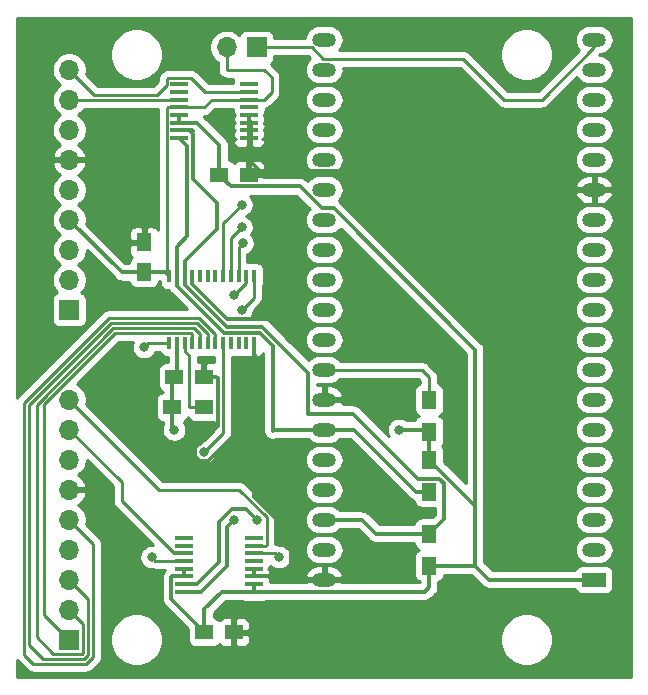
<source format=gbr>
%TF.GenerationSoftware,KiCad,Pcbnew,(5.1.9)-1*%
%TF.CreationDate,2021-06-08T22:15:24-04:00*%
%TF.ProjectId,AtariWiiWifi,41746172-6957-4696-9957-6966692e6b69,rev?*%
%TF.SameCoordinates,Original*%
%TF.FileFunction,Copper,L1,Top*%
%TF.FilePolarity,Positive*%
%FSLAX46Y46*%
G04 Gerber Fmt 4.6, Leading zero omitted, Abs format (unit mm)*
G04 Created by KiCad (PCBNEW (5.1.9)-1) date 2021-06-08 22:15:24*
%MOMM*%
%LPD*%
G01*
G04 APERTURE LIST*
%TA.AperFunction,ComponentPad*%
%ADD10R,1.700000X1.700000*%
%TD*%
%TA.AperFunction,ComponentPad*%
%ADD11O,1.700000X1.700000*%
%TD*%
%TA.AperFunction,SMDPad,CuDef*%
%ADD12R,1.250000X1.500000*%
%TD*%
%TA.AperFunction,SMDPad,CuDef*%
%ADD13R,1.500000X1.300000*%
%TD*%
%TA.AperFunction,SMDPad,CuDef*%
%ADD14R,1.300000X1.500000*%
%TD*%
%TA.AperFunction,SMDPad,CuDef*%
%ADD15R,0.400000X1.100000*%
%TD*%
%TA.AperFunction,SMDPad,CuDef*%
%ADD16R,1.500000X0.450000*%
%TD*%
%TA.AperFunction,ComponentPad*%
%ADD17O,2.000000X1.200000*%
%TD*%
%TA.AperFunction,ComponentPad*%
%ADD18R,2.000000X1.200000*%
%TD*%
%TA.AperFunction,SMDPad,CuDef*%
%ADD19R,1.500000X1.250000*%
%TD*%
%TA.AperFunction,ViaPad*%
%ADD20C,0.800000*%
%TD*%
%TA.AperFunction,Conductor*%
%ADD21C,0.228600*%
%TD*%
%TA.AperFunction,Conductor*%
%ADD22C,0.304800*%
%TD*%
%TA.AperFunction,Conductor*%
%ADD23C,0.254000*%
%TD*%
%TA.AperFunction,Conductor*%
%ADD24C,0.100000*%
%TD*%
G04 APERTURE END LIST*
D10*
%TO.P,J2A1,1*%
%TO.N,/J2_UP*%
X129540000Y-92710000D03*
D11*
%TO.P,J2A1,2*%
%TO.N,/J2_TRIG*%
X129540000Y-90170000D03*
%TO.P,J2A1,3*%
%TO.N,/J2_DOWN*%
X129540000Y-87630000D03*
%TO.P,J2A1,4*%
%TO.N,+5V*%
X129540000Y-85090000D03*
%TO.P,J2A1,5*%
%TO.N,/J2_LEFT*%
X129540000Y-82550000D03*
%TO.P,J2A1,6*%
%TO.N,GND*%
X129540000Y-80010000D03*
%TO.P,J2A1,7*%
%TO.N,/J2_RIGHT*%
X129540000Y-77470000D03*
%TO.P,J2A1,8*%
%TO.N,/J2_PotA*%
X129540000Y-74930000D03*
%TO.P,J2A1,9*%
%TO.N,/J2_PotB*%
X129540000Y-72390000D03*
%TD*%
D12*
%TO.P,C1,2*%
%TO.N,GND*%
X135890000Y-87015000D03*
%TO.P,C1,1*%
%TO.N,+5V*%
X135890000Y-89515000D03*
%TD*%
D11*
%TO.P,J1A1,9*%
%TO.N,/J1_PotB*%
X129540000Y-100330000D03*
%TO.P,J1A1,8*%
%TO.N,/J1_PotA*%
X129540000Y-102870000D03*
%TO.P,J1A1,7*%
%TO.N,/J1_RIGHT*%
X129540000Y-105410000D03*
%TO.P,J1A1,6*%
%TO.N,GND*%
X129540000Y-107950000D03*
%TO.P,J1A1,5*%
%TO.N,/J1_LEFT*%
X129540000Y-110490000D03*
%TO.P,J1A1,4*%
%TO.N,+5V*%
X129540000Y-113030000D03*
%TO.P,J1A1,3*%
%TO.N,/J1_DOWN*%
X129540000Y-115570000D03*
%TO.P,J1A1,2*%
%TO.N,/J1_TRIG*%
X129540000Y-118110000D03*
D10*
%TO.P,J1A1,1*%
%TO.N,/J1_UP*%
X129540000Y-120650000D03*
%TD*%
D13*
%TO.P,R1,2*%
%TO.N,Net-(R1-Pad2)*%
X140970000Y-100965000D03*
%TO.P,R1,1*%
%TO.N,+3V3*%
X138270000Y-100965000D03*
%TD*%
D14*
%TO.P,R2,1*%
%TO.N,+3V3*%
X160020000Y-103030000D03*
%TO.P,R2,2*%
%TO.N,Net-(R2-Pad2)*%
X160020000Y-100330000D03*
%TD*%
%TO.P,R3,2*%
%TO.N,/SCL*%
X160020000Y-111680000D03*
%TO.P,R3,1*%
%TO.N,+3V3*%
X160020000Y-114380000D03*
%TD*%
%TO.P,R4,1*%
%TO.N,+3V3*%
X160020000Y-105410000D03*
%TO.P,R4,2*%
%TO.N,/SDA*%
X160020000Y-108110000D03*
%TD*%
D15*
%TO.P,U1,24*%
%TO.N,+5V*%
X138030000Y-89860000D03*
%TO.P,U1,23*%
%TO.N,/SDA*%
X138680000Y-89860000D03*
%TO.P,U1,22*%
%TO.N,/SCL*%
X139330000Y-89860000D03*
%TO.P,U1,21*%
%TO.N,GND*%
X139980000Y-89860000D03*
%TO.P,U1,20*%
%TO.N,Net-(U1-Pad20)*%
X140630000Y-89860000D03*
%TO.P,U1,19*%
%TO.N,Net-(U1-Pad19)*%
X141280000Y-89860000D03*
%TO.P,U1,18*%
%TO.N,Net-(U1-Pad18)*%
X141930000Y-89860000D03*
%TO.P,U1,17*%
%TO.N,/J2_RIGHT*%
X142580000Y-89860000D03*
%TO.P,U1,16*%
%TO.N,/J2_LEFT*%
X143230000Y-89860000D03*
%TO.P,U1,15*%
%TO.N,/J2_DOWN*%
X143880000Y-89860000D03*
%TO.P,U1,14*%
%TO.N,/J2_TRIG*%
X144530000Y-89860000D03*
%TO.P,U1,13*%
%TO.N,/J2_UP*%
X145180000Y-89860000D03*
%TO.P,U1,12*%
%TO.N,GND*%
X145180000Y-95560000D03*
%TO.P,U1,11*%
%TO.N,Net-(U1-Pad11)*%
X144530000Y-95560000D03*
%TO.P,U1,10*%
%TO.N,Net-(U1-Pad10)*%
X143880000Y-95560000D03*
%TO.P,U1,9*%
%TO.N,Net-(U1-Pad9)*%
X143230000Y-95560000D03*
%TO.P,U1,8*%
%TO.N,/J1_RIGHT*%
X142580000Y-95560000D03*
%TO.P,U1,7*%
%TO.N,/J1_LEFT*%
X141930000Y-95560000D03*
%TO.P,U1,6*%
%TO.N,/J1_DOWN*%
X141280000Y-95560000D03*
%TO.P,U1,5*%
%TO.N,/J1_TRIG*%
X140630000Y-95560000D03*
%TO.P,U1,4*%
%TO.N,/J1_UP*%
X139980000Y-95560000D03*
%TO.P,U1,3*%
%TO.N,Net-(R1-Pad2)*%
X139330000Y-95560000D03*
%TO.P,U1,2*%
%TO.N,+3V3*%
X138680000Y-95560000D03*
%TO.P,U1,1*%
%TO.N,Net-(R2-Pad2)*%
X138030000Y-95560000D03*
%TD*%
D16*
%TO.P,U2,1*%
%TO.N,Net-(U2-Pad1)*%
X138880000Y-73630000D03*
%TO.P,U2,2*%
%TO.N,Net-(U2-Pad2)*%
X138880000Y-74280000D03*
%TO.P,U2,3*%
%TO.N,/J2_PotA*%
X138880000Y-74930000D03*
%TO.P,U2,4*%
%TO.N,+5V*%
X138880000Y-75580000D03*
%TO.P,U2,5*%
%TO.N,+3V3*%
X138880000Y-76230000D03*
%TO.P,U2,6*%
X138880000Y-76880000D03*
%TO.P,U2,7*%
%TO.N,/SCL*%
X138880000Y-77530000D03*
%TO.P,U2,8*%
%TO.N,/SDA*%
X138880000Y-78180000D03*
%TO.P,U2,9*%
%TO.N,GND*%
X144780000Y-78180000D03*
%TO.P,U2,10*%
X144780000Y-77530000D03*
%TO.P,U2,11*%
X144780000Y-76880000D03*
%TO.P,U2,12*%
X144780000Y-76230000D03*
%TO.P,U2,13*%
%TO.N,Net-(U2-Pad13)*%
X144780000Y-75580000D03*
%TO.P,U2,14*%
%TO.N,+5V*%
X144780000Y-74930000D03*
%TO.P,U2,15*%
%TO.N,/J2_PotB*%
X144780000Y-74280000D03*
%TO.P,U2,16*%
%TO.N,Net-(U2-Pad16)*%
X144780000Y-73630000D03*
%TD*%
%TO.P,U3,16*%
%TO.N,Net-(U3-Pad16)*%
X145190000Y-112025000D03*
%TO.P,U3,15*%
%TO.N,/J1_PotB*%
X145190000Y-112675000D03*
%TO.P,U3,14*%
%TO.N,+5V*%
X145190000Y-113325000D03*
%TO.P,U3,13*%
%TO.N,Net-(U3-Pad13)*%
X145190000Y-113975000D03*
%TO.P,U3,12*%
%TO.N,GND*%
X145190000Y-114625000D03*
%TO.P,U3,11*%
X145190000Y-115275000D03*
%TO.P,U3,10*%
%TO.N,+3V3*%
X145190000Y-115925000D03*
%TO.P,U3,9*%
X145190000Y-116575000D03*
%TO.P,U3,8*%
%TO.N,/SDA*%
X139290000Y-116575000D03*
%TO.P,U3,7*%
%TO.N,/SCL*%
X139290000Y-115925000D03*
%TO.P,U3,6*%
%TO.N,+3V3*%
X139290000Y-115275000D03*
%TO.P,U3,5*%
X139290000Y-114625000D03*
%TO.P,U3,4*%
%TO.N,+5V*%
X139290000Y-113975000D03*
%TO.P,U3,3*%
%TO.N,/J1_PotA*%
X139290000Y-113325000D03*
%TO.P,U3,2*%
%TO.N,Net-(U3-Pad2)*%
X139290000Y-112675000D03*
%TO.P,U3,1*%
%TO.N,Net-(U3-Pad1)*%
X139290000Y-112025000D03*
%TD*%
D17*
%TO.P,U4,38*%
%TO.N,GND*%
X151130000Y-115570000D03*
D18*
%TO.P,U4,1*%
%TO.N,+3V3*%
X173990000Y-115570000D03*
D17*
%TO.P,U4,37*%
%TO.N,Net-(U4-Pad37)*%
X151130000Y-113030000D03*
%TO.P,U4,2*%
%TO.N,Net-(U4-Pad2)*%
X173990000Y-113030000D03*
%TO.P,U4,36*%
%TO.N,/SCL*%
X151130000Y-110490000D03*
%TO.P,U4,3*%
%TO.N,Net-(U4-Pad3)*%
X173990000Y-110490000D03*
%TO.P,U4,35*%
%TO.N,Net-(U4-Pad35)*%
X151130000Y-107950000D03*
%TO.P,U4,4*%
%TO.N,Net-(U4-Pad4)*%
X173990000Y-107950000D03*
%TO.P,U4,34*%
%TO.N,Net-(U4-Pad34)*%
X151130000Y-105410000D03*
%TO.P,U4,5*%
%TO.N,Net-(U4-Pad5)*%
X173990000Y-105410000D03*
%TO.P,U4,33*%
%TO.N,/SDA*%
X151130000Y-102870000D03*
%TO.P,U4,6*%
%TO.N,Net-(U4-Pad6)*%
X173990000Y-102870000D03*
%TO.P,U4,32*%
%TO.N,GND*%
X151130000Y-100330000D03*
%TO.P,U4,7*%
%TO.N,Net-(U4-Pad7)*%
X173990000Y-100330000D03*
%TO.P,U4,31*%
%TO.N,Net-(R2-Pad2)*%
X151130000Y-97790000D03*
%TO.P,U4,8*%
%TO.N,Net-(U4-Pad8)*%
X173990000Y-97790000D03*
%TO.P,U4,30*%
%TO.N,Net-(U4-Pad30)*%
X151130000Y-95250000D03*
%TO.P,U4,9*%
%TO.N,Net-(U4-Pad9)*%
X173990000Y-95250000D03*
%TO.P,U4,29*%
%TO.N,Net-(U4-Pad29)*%
X151130000Y-92710000D03*
%TO.P,U4,10*%
%TO.N,Net-(U4-Pad10)*%
X173990000Y-92710000D03*
%TO.P,U4,28*%
%TO.N,Net-(U4-Pad28)*%
X151130000Y-90170000D03*
%TO.P,U4,11*%
%TO.N,Net-(U4-Pad11)*%
X173990000Y-90170000D03*
%TO.P,U4,27*%
%TO.N,Net-(U4-Pad27)*%
X151130000Y-87630000D03*
%TO.P,U4,12*%
%TO.N,Net-(U4-Pad12)*%
X173990000Y-87630000D03*
%TO.P,U4,26*%
%TO.N,Net-(U4-Pad26)*%
X151130000Y-85090000D03*
%TO.P,U4,13*%
%TO.N,Net-(U4-Pad13)*%
X173990000Y-85090000D03*
%TO.P,U4,25*%
%TO.N,Net-(U4-Pad25)*%
X151130000Y-82550000D03*
%TO.P,U4,14*%
%TO.N,GND*%
X173990000Y-82550000D03*
%TO.P,U4,24*%
%TO.N,Net-(U4-Pad24)*%
X151130000Y-80010000D03*
%TO.P,U4,15*%
%TO.N,Net-(U4-Pad15)*%
X173990000Y-80010000D03*
%TO.P,U4,23*%
%TO.N,Net-(U4-Pad23)*%
X151130000Y-77470000D03*
%TO.P,U4,16*%
%TO.N,Net-(U4-Pad16)*%
X173990000Y-77470000D03*
%TO.P,U4,22*%
%TO.N,Net-(U4-Pad22)*%
X151130000Y-74930000D03*
%TO.P,U4,17*%
%TO.N,Net-(U4-Pad17)*%
X173990000Y-74930000D03*
%TO.P,U4,21*%
%TO.N,Net-(U4-Pad21)*%
X151130000Y-72390000D03*
%TO.P,U4,18*%
%TO.N,Net-(U4-Pad18)*%
X173990000Y-72390000D03*
%TO.P,U4,20*%
%TO.N,Net-(U4-Pad20)*%
X151130000Y-69850000D03*
%TO.P,U4,19*%
%TO.N,Net-(J3-Pad1)*%
X173990000Y-69850000D03*
%TD*%
D19*
%TO.P,C2,1*%
%TO.N,+3V3*%
X140990000Y-120015000D03*
%TO.P,C2,2*%
%TO.N,GND*%
X143490000Y-120015000D03*
%TD*%
%TO.P,C3,2*%
%TO.N,GND*%
X140950000Y-98425000D03*
%TO.P,C3,1*%
%TO.N,+3V3*%
X138450000Y-98425000D03*
%TD*%
%TO.P,C4,1*%
%TO.N,+3V3*%
X142260000Y-81280000D03*
%TO.P,C4,2*%
%TO.N,GND*%
X144760000Y-81280000D03*
%TD*%
D11*
%TO.P,J3,2*%
%TO.N,+5V*%
X142875000Y-70485000D03*
D10*
%TO.P,J3,1*%
%TO.N,Net-(J3-Pad1)*%
X145415000Y-70485000D03*
%TD*%
D20*
%TO.N,/J1_RIGHT*%
X140970000Y-104775000D03*
%TO.N,GND*%
X144145000Y-100330000D03*
X151130000Y-118110000D03*
X147320000Y-93980000D03*
%TO.N,/J2_TRIG*%
X143510000Y-91440000D03*
%TO.N,/J2_RIGHT*%
X144145000Y-83820000D03*
%TO.N,/J2_LEFT*%
X144145000Y-85725000D03*
%TO.N,/J2_DOWN*%
X144219378Y-87069378D03*
%TO.N,/J2_UP*%
X144145000Y-92710000D03*
%TO.N,+3V3*%
X138430000Y-102870000D03*
X157480000Y-102870000D03*
%TO.N,Net-(R2-Pad2)*%
X135890000Y-95885000D03*
%TO.N,/SCL*%
X145415000Y-110490000D03*
%TO.N,/SDA*%
X143510004Y-110490000D03*
%TO.N,+5V*%
X136525000Y-113665000D03*
X147320000Y-113665000D03*
%TD*%
D21*
%TO.N,/J1_UP*%
X127431811Y-100710289D02*
X127431811Y-118541811D01*
X139891100Y-94692500D02*
X133449600Y-94692500D01*
X133449600Y-94692500D02*
X127431811Y-100710289D01*
X139980000Y-94781400D02*
X139891100Y-94692500D01*
X127431811Y-118541811D02*
X129540000Y-120650000D01*
X139980000Y-95560000D02*
X139980000Y-94781400D01*
%TO.N,/J1_DOWN*%
X131139310Y-117169310D02*
X129540000Y-115570000D01*
X130822862Y-122249310D02*
X131139310Y-121932862D01*
X127329310Y-122249310D02*
X130822862Y-122249310D01*
X126161811Y-100758947D02*
X126161811Y-121081811D01*
X133091878Y-93828880D02*
X126161811Y-100758947D01*
X140327480Y-93828880D02*
X133091878Y-93828880D01*
X131139310Y-121932862D02*
X131139310Y-117169310D01*
X141280000Y-94781400D02*
X140327480Y-93828880D01*
X126161811Y-121081811D02*
X127329310Y-122249310D01*
X141280000Y-95560000D02*
X141280000Y-94781400D01*
%TO.N,/J1_LEFT*%
X131571121Y-122111723D02*
X131571121Y-112521121D01*
X126491121Y-122681121D02*
X131001723Y-122681121D01*
X131571121Y-112521121D02*
X129540000Y-110490000D01*
X125730000Y-121920000D02*
X126491121Y-122681121D01*
X125730000Y-100580086D02*
X125730000Y-121920000D01*
X132913017Y-93397069D02*
X125730000Y-100580086D01*
X140545669Y-93397069D02*
X132913017Y-93397069D01*
X141930000Y-94781400D02*
X140545669Y-93397069D01*
X131001723Y-122681121D02*
X131571121Y-122111723D01*
X141930000Y-95560000D02*
X141930000Y-94781400D01*
%TO.N,/J1_RIGHT*%
X142580000Y-103165000D02*
X142580000Y-95560000D01*
X140970000Y-104775000D02*
X142580000Y-103165000D01*
%TO.N,/J1_PotB*%
X146257501Y-112586099D02*
X146257501Y-110270599D01*
X146168600Y-112675000D02*
X146257501Y-112586099D01*
X145190000Y-112675000D02*
X146168600Y-112675000D01*
X137160000Y-107950000D02*
X129540000Y-100330000D01*
X146257501Y-110270599D02*
X143936902Y-107950000D01*
X143936902Y-107950000D02*
X137160000Y-107950000D01*
%TO.N,/J1_TRIG*%
X130707500Y-119277500D02*
X129540000Y-118110000D01*
X130707500Y-121754001D02*
X130707500Y-119277500D01*
X130644001Y-121817500D02*
X130707500Y-121754001D01*
X128167500Y-121817500D02*
X130644001Y-121817500D01*
X126796811Y-120446811D02*
X128167500Y-121817500D01*
X126796811Y-100734618D02*
X126796811Y-120446811D01*
X133270739Y-94260690D02*
X126796811Y-100734618D01*
X140109290Y-94260690D02*
X133270739Y-94260690D01*
X140630000Y-94781400D02*
X140109290Y-94260690D01*
X140630000Y-95560000D02*
X140630000Y-94781400D01*
D22*
%TO.N,+5V*%
X129540000Y-85090000D02*
X133985000Y-89535000D01*
X136505000Y-89535000D02*
X136525000Y-89515000D01*
X133985000Y-89535000D02*
X136505000Y-89535000D01*
X137685000Y-89515000D02*
X138030000Y-89860000D01*
X136525000Y-89515000D02*
X137685000Y-89515000D01*
%TO.N,GND*%
X144780000Y-76230000D02*
X144780000Y-76880000D01*
X144780000Y-76880000D02*
X144780000Y-77530000D01*
X144780000Y-77530000D02*
X144780000Y-78180000D01*
X144780000Y-81260000D02*
X144760000Y-81280000D01*
X149225000Y-115570000D02*
X151130000Y-115570000D01*
X148930000Y-115275000D02*
X149225000Y-115570000D01*
X145190000Y-114625000D02*
X145190000Y-115275000D01*
X148295000Y-111643545D02*
X148295000Y-115275000D01*
X148295000Y-115275000D02*
X148930000Y-115275000D01*
X145190000Y-115275000D02*
X148295000Y-115275000D01*
X144945000Y-100330000D02*
X145180000Y-100095000D01*
X144145000Y-100330000D02*
X144945000Y-100330000D01*
X145180000Y-95560000D02*
X145180000Y-100095000D01*
X144145000Y-102718290D02*
X144145000Y-100330000D01*
X141332689Y-105530601D02*
X144145000Y-102718290D01*
X140214399Y-105137689D02*
X140607311Y-105530601D01*
X140607311Y-105530601D02*
X141332689Y-105530601D01*
X140214399Y-104412311D02*
X140214399Y-105137689D01*
X142110090Y-102516620D02*
X140214399Y-104412311D01*
X142110090Y-98530290D02*
X142110090Y-102516620D01*
X142004800Y-98425000D02*
X142110090Y-98530290D01*
X140950000Y-98425000D02*
X142004800Y-98425000D01*
X149225000Y-120015000D02*
X151130000Y-118110000D01*
X143490000Y-120015000D02*
X149225000Y-120015000D01*
X146805601Y-93465601D02*
X147320000Y-93980000D01*
X142913953Y-93465601D02*
X146805601Y-93465601D01*
X139980000Y-90531648D02*
X142913953Y-93465601D01*
X139980000Y-89860000D02*
X139980000Y-90531648D01*
X144780000Y-80010000D02*
X145735610Y-80965610D01*
X145735610Y-80965610D02*
X157165610Y-80965610D01*
X144780000Y-78180000D02*
X144780000Y-80010000D01*
X144780000Y-80010000D02*
X144780000Y-81260000D01*
X158750000Y-82550000D02*
X173990000Y-82550000D01*
X157165610Y-80965610D02*
X158750000Y-82550000D01*
X135890000Y-86360000D02*
X135890000Y-87015000D01*
X145180000Y-100095000D02*
X145180000Y-108528545D01*
X145180000Y-108528545D02*
X148295000Y-111643545D01*
D21*
%TO.N,/J1_PotA*%
X138393498Y-113325000D02*
X133985000Y-108916502D01*
X139290000Y-113325000D02*
X138393498Y-113325000D01*
X133985000Y-107315000D02*
X129540000Y-102870000D01*
X133985000Y-108916502D02*
X133985000Y-107315000D01*
%TO.N,/J2_PotA*%
X129540000Y-74930000D02*
X138880000Y-74930000D01*
%TO.N,/J2_TRIG*%
X144530000Y-90420000D02*
X143510000Y-91440000D01*
X144530000Y-89860000D02*
X144530000Y-90420000D01*
%TO.N,/J2_PotB*%
X141076502Y-74280000D02*
X144780000Y-74280000D01*
X139884001Y-73087499D02*
X141076502Y-74280000D01*
X137812499Y-73150999D02*
X137875999Y-73087499D01*
X137875999Y-73087499D02*
X139884001Y-73087499D01*
X137812499Y-73642501D02*
X137812499Y-73150999D01*
X136956810Y-74498190D02*
X137812499Y-73642501D01*
X131648190Y-74498190D02*
X136956810Y-74498190D01*
X129540000Y-72390000D02*
X131648190Y-74498190D01*
%TO.N,/J2_RIGHT*%
X142580000Y-85385000D02*
X144145000Y-83820000D01*
X142580000Y-89860000D02*
X142580000Y-85385000D01*
%TO.N,/J2_LEFT*%
X143230000Y-89860000D02*
X143230000Y-86640000D01*
X143230000Y-86640000D02*
X144145000Y-85725000D01*
%TO.N,/J2_DOWN*%
X143880000Y-87408756D02*
X144219378Y-87069378D01*
X143880000Y-89860000D02*
X143880000Y-87408756D01*
%TO.N,/J2_UP*%
X145180000Y-91675000D02*
X144145000Y-92710000D01*
X145180000Y-89860000D02*
X145180000Y-91675000D01*
%TO.N,Net-(R1-Pad2)*%
X139330000Y-96231502D02*
X139700000Y-96601502D01*
X139330000Y-95560000D02*
X139330000Y-96231502D01*
X139700000Y-96601502D02*
X139700000Y-100965000D01*
X139700000Y-100965000D02*
X140970000Y-100965000D01*
D22*
%TO.N,+3V3*%
X138880000Y-76230000D02*
X138880000Y-76880000D01*
X138880000Y-76880000D02*
X140380000Y-76880000D01*
X142260000Y-78760000D02*
X142260000Y-81280000D01*
X140380000Y-76880000D02*
X142260000Y-78760000D01*
X160020000Y-114380000D02*
X163910000Y-114380000D01*
X165100000Y-115570000D02*
X173990000Y-115570000D01*
X163910000Y-114380000D02*
X165100000Y-115570000D01*
X160020000Y-103030000D02*
X160020000Y-105410000D01*
X160020000Y-105410000D02*
X163910000Y-109300000D01*
X145190000Y-116575000D02*
X159650000Y-116575000D01*
X160020000Y-116205000D02*
X160020000Y-114380000D01*
X159650000Y-116575000D02*
X160020000Y-116205000D01*
X140990000Y-120015000D02*
X140990000Y-118090000D01*
X142505000Y-116575000D02*
X145190000Y-116575000D01*
X140990000Y-118090000D02*
X142505000Y-116575000D01*
X145190000Y-116575000D02*
X145190000Y-115925000D01*
X138184399Y-117209399D02*
X140990000Y-120015000D01*
X138184399Y-115325801D02*
X138184399Y-117209399D01*
X138235200Y-115275000D02*
X138184399Y-115325801D01*
X139290000Y-115275000D02*
X138235200Y-115275000D01*
X139290000Y-114625000D02*
X139290000Y-115275000D01*
X138680000Y-98195000D02*
X138680000Y-95560000D01*
X138450000Y-98425000D02*
X138680000Y-98195000D01*
X138270000Y-98605000D02*
X138450000Y-98425000D01*
X138270000Y-100965000D02*
X138270000Y-98605000D01*
X163910000Y-96118564D02*
X163910000Y-109775000D01*
X151925826Y-84134390D02*
X163910000Y-96118564D01*
X150962954Y-84134390D02*
X151925826Y-84134390D01*
X149089165Y-82260601D02*
X150962954Y-84134390D01*
X143240601Y-82260601D02*
X149089165Y-82260601D01*
X142260000Y-81280000D02*
X143240601Y-82260601D01*
X163910000Y-109775000D02*
X163910000Y-114380000D01*
X163910000Y-109300000D02*
X163910000Y-109775000D01*
X138270000Y-102710000D02*
X138430000Y-102870000D01*
X138270000Y-100965000D02*
X138270000Y-102710000D01*
X159860000Y-102870000D02*
X160020000Y-103030000D01*
X157480000Y-102870000D02*
X159860000Y-102870000D01*
D21*
%TO.N,Net-(R2-Pad2)*%
X151130000Y-97790000D02*
X159385000Y-97790000D01*
X160020000Y-98425000D02*
X160020000Y-100330000D01*
X159385000Y-97790000D02*
X160020000Y-98425000D01*
X136215000Y-95560000D02*
X135890000Y-95885000D01*
X138030000Y-95560000D02*
X136215000Y-95560000D01*
D22*
%TO.N,/SCL*%
X155495000Y-111680000D02*
X160020000Y-111680000D01*
X154305000Y-110490000D02*
X155495000Y-111680000D01*
X160895965Y-107004399D02*
X161290000Y-107398434D01*
X159085519Y-107004399D02*
X160895965Y-107004399D01*
X149774390Y-101514390D02*
X153595510Y-101514390D01*
X149774390Y-98045874D02*
X149774390Y-101514390D01*
X145874906Y-94146390D02*
X149774390Y-98045874D01*
X153595510Y-101514390D02*
X159085519Y-107004399D01*
X142876307Y-94146389D02*
X145874906Y-94146390D01*
X139330000Y-90600082D02*
X142876307Y-94146389D01*
X139330000Y-89860000D02*
X139330000Y-90600082D01*
X139934800Y-77530000D02*
X139985601Y-77580801D01*
X139760000Y-77530000D02*
X139934800Y-77530000D01*
X138880000Y-77530000D02*
X139760000Y-77530000D01*
X139330000Y-88621706D02*
X142055601Y-85896105D01*
X142055601Y-83635601D02*
X140063611Y-81643611D01*
X140063611Y-77833611D02*
X139760000Y-77530000D01*
X142055601Y-85896105D02*
X142055601Y-83635601D01*
X139330000Y-89860000D02*
X139330000Y-88621706D01*
X140063611Y-81643611D02*
X140063611Y-77833611D01*
X140344800Y-115925000D02*
X139290000Y-115925000D01*
X142240000Y-114029800D02*
X140344800Y-115925000D01*
X142240000Y-110641708D02*
X142240000Y-114029800D01*
X161290000Y-107398434D02*
X161290000Y-110410000D01*
X151130000Y-110490000D02*
X154305000Y-110490000D01*
X161290000Y-110410000D02*
X160020000Y-111680000D01*
X145415000Y-110490000D02*
X144510200Y-109585200D01*
X144510200Y-109585200D02*
X143296508Y-109585200D01*
X143296508Y-109585200D02*
X142240000Y-110641708D01*
%TO.N,/SDA*%
X153670000Y-102870000D02*
X151130000Y-102870000D01*
X158910000Y-108110000D02*
X153670000Y-102870000D01*
X146829918Y-102870000D02*
X151130000Y-102870000D01*
X146757459Y-95747377D02*
X146757459Y-102942459D01*
X145664481Y-94654399D02*
X146757459Y-95747377D01*
X142619599Y-94654399D02*
X145664481Y-94654399D01*
X138680000Y-90714800D02*
X142619599Y-94654399D01*
X138680000Y-89860000D02*
X138680000Y-90714800D01*
X146757459Y-102942459D02*
X146829918Y-102870000D01*
X139555601Y-78855601D02*
X139555601Y-86504399D01*
X138880000Y-78180000D02*
X139555601Y-78855601D01*
X138680000Y-87380000D02*
X138680000Y-89860000D01*
X139555601Y-86504399D02*
X138680000Y-87380000D01*
X142875000Y-114383434D02*
X142875000Y-111125004D01*
X140683434Y-116575000D02*
X142875000Y-114383434D01*
X139290000Y-116575000D02*
X140683434Y-116575000D01*
X160020000Y-108110000D02*
X158910000Y-108110000D01*
X142875000Y-111125004D02*
X143510000Y-110490004D01*
X143510000Y-110490004D02*
X143510004Y-110490000D01*
D21*
%TO.N,+5V*%
X137901400Y-75580000D02*
X138880000Y-75580000D01*
X137812499Y-75668901D02*
X137901400Y-75580000D01*
X137812499Y-89642499D02*
X137812499Y-75668901D01*
X138030000Y-89860000D02*
X137812499Y-89642499D01*
X138880000Y-75580000D02*
X140955000Y-75580000D01*
X141605000Y-74930000D02*
X144780000Y-74930000D01*
X140955000Y-75580000D02*
X141605000Y-74930000D01*
X146685000Y-74295000D02*
X146050000Y-74930000D01*
X146685000Y-73025000D02*
X146685000Y-74295000D01*
X146050000Y-74930000D02*
X144780000Y-74930000D01*
X146050000Y-72390000D02*
X146685000Y-73025000D01*
X142875000Y-72390000D02*
X146050000Y-72390000D01*
X142875000Y-70485000D02*
X142875000Y-72390000D01*
X136835000Y-113975000D02*
X139290000Y-113975000D01*
X136525000Y-113665000D02*
X136835000Y-113975000D01*
X146980000Y-113325000D02*
X145190000Y-113325000D01*
X147320000Y-113665000D02*
X146980000Y-113325000D01*
%TO.N,Net-(J3-Pad1)*%
X173990000Y-70485000D02*
X173990000Y-69850000D01*
X169545000Y-74930000D02*
X173990000Y-70485000D01*
X166370000Y-74930000D02*
X169545000Y-74930000D01*
X162912490Y-71472490D02*
X166370000Y-74930000D01*
X151054935Y-71472490D02*
X162912490Y-71472490D01*
X150067445Y-70485000D02*
X151054935Y-71472490D01*
X145415000Y-70485000D02*
X150067445Y-70485000D01*
%TD*%
D23*
%TO.N,GND*%
X177140000Y-123800000D02*
X125120000Y-123800000D01*
X125120000Y-122357840D01*
X125174140Y-122423809D01*
X125197603Y-122452398D01*
X125226189Y-122475858D01*
X125935267Y-123184937D01*
X125958723Y-123213519D01*
X125987304Y-123236975D01*
X125987311Y-123236982D01*
X126072818Y-123307155D01*
X126202989Y-123376733D01*
X126344233Y-123419579D01*
X126454315Y-123430421D01*
X126454323Y-123430421D01*
X126491121Y-123434045D01*
X126527919Y-123430421D01*
X130964928Y-123430421D01*
X131001723Y-123434045D01*
X131038518Y-123430421D01*
X131038529Y-123430421D01*
X131148611Y-123419579D01*
X131289855Y-123376733D01*
X131420026Y-123307155D01*
X131534121Y-123213519D01*
X131557586Y-123184927D01*
X132074933Y-122667581D01*
X132103519Y-122644121D01*
X132197155Y-122530026D01*
X132266733Y-122399855D01*
X132309579Y-122258611D01*
X132320421Y-122148529D01*
X132320421Y-122148520D01*
X132324045Y-122111724D01*
X132320421Y-122074928D01*
X132320421Y-120429872D01*
X133020000Y-120429872D01*
X133020000Y-120870128D01*
X133105890Y-121301925D01*
X133274369Y-121708669D01*
X133518962Y-122074729D01*
X133830271Y-122386038D01*
X134196331Y-122630631D01*
X134603075Y-122799110D01*
X135034872Y-122885000D01*
X135475128Y-122885000D01*
X135906925Y-122799110D01*
X136313669Y-122630631D01*
X136679729Y-122386038D01*
X136991038Y-122074729D01*
X137235631Y-121708669D01*
X137404110Y-121301925D01*
X137490000Y-120870128D01*
X137490000Y-120429872D01*
X137404110Y-119998075D01*
X137235631Y-119591331D01*
X136991038Y-119225271D01*
X136679729Y-118913962D01*
X136313669Y-118669369D01*
X135906925Y-118500890D01*
X135475128Y-118415000D01*
X135034872Y-118415000D01*
X134603075Y-118500890D01*
X134196331Y-118669369D01*
X133830271Y-118913962D01*
X133518962Y-119225271D01*
X133274369Y-119591331D01*
X133105890Y-119998075D01*
X133020000Y-120429872D01*
X132320421Y-120429872D01*
X132320421Y-112557917D01*
X132324045Y-112521121D01*
X132320421Y-112484325D01*
X132320421Y-112484315D01*
X132309579Y-112374233D01*
X132266733Y-112232989D01*
X132218420Y-112142602D01*
X132197155Y-112102817D01*
X132126981Y-112017311D01*
X132126979Y-112017309D01*
X132103519Y-111988723D01*
X132074932Y-111965262D01*
X130978699Y-110869029D01*
X131025000Y-110636260D01*
X131025000Y-110343740D01*
X130967932Y-110056842D01*
X130855990Y-109786589D01*
X130693475Y-109543368D01*
X130486632Y-109336525D01*
X130304466Y-109214805D01*
X130421355Y-109145178D01*
X130637588Y-108950269D01*
X130811641Y-108716920D01*
X130936825Y-108454099D01*
X130981476Y-108306890D01*
X130860155Y-108077000D01*
X129667000Y-108077000D01*
X129667000Y-108097000D01*
X129413000Y-108097000D01*
X129413000Y-108077000D01*
X129393000Y-108077000D01*
X129393000Y-107823000D01*
X129413000Y-107823000D01*
X129413000Y-107803000D01*
X129667000Y-107803000D01*
X129667000Y-107823000D01*
X130860155Y-107823000D01*
X130981476Y-107593110D01*
X130936825Y-107445901D01*
X130811641Y-107183080D01*
X130637588Y-106949731D01*
X130421355Y-106754822D01*
X130304466Y-106685195D01*
X130486632Y-106563475D01*
X130693475Y-106356632D01*
X130855990Y-106113411D01*
X130967932Y-105843158D01*
X131025000Y-105556260D01*
X131025000Y-105414669D01*
X133235701Y-107625371D01*
X133235700Y-108879706D01*
X133232076Y-108916502D01*
X133235700Y-108953297D01*
X133235700Y-108953307D01*
X133246542Y-109063389D01*
X133289388Y-109204633D01*
X133358966Y-109334805D01*
X133408412Y-109395055D01*
X133452602Y-109448900D01*
X133481194Y-109472365D01*
X136641779Y-112632952D01*
X136626939Y-112630000D01*
X136423061Y-112630000D01*
X136223102Y-112669774D01*
X136034744Y-112747795D01*
X135865226Y-112861063D01*
X135721063Y-113005226D01*
X135607795Y-113174744D01*
X135529774Y-113363102D01*
X135490000Y-113563061D01*
X135490000Y-113766939D01*
X135529774Y-113966898D01*
X135607795Y-114155256D01*
X135721063Y-114324774D01*
X135865226Y-114468937D01*
X136034744Y-114582205D01*
X136223102Y-114660226D01*
X136423061Y-114700000D01*
X136626939Y-114700000D01*
X136637090Y-114697981D01*
X136688112Y-114713458D01*
X136798194Y-114724300D01*
X136798203Y-114724300D01*
X136834999Y-114727924D01*
X136871795Y-114724300D01*
X137668534Y-114724300D01*
X137652832Y-114743433D01*
X137624930Y-114766332D01*
X137526533Y-114886230D01*
X137453417Y-115023019D01*
X137408393Y-115171445D01*
X137396999Y-115287129D01*
X137396999Y-115287138D01*
X137393191Y-115325801D01*
X137396999Y-115364464D01*
X137397000Y-117170726D01*
X137393191Y-117209399D01*
X137408394Y-117363756D01*
X137453417Y-117512181D01*
X137488386Y-117577602D01*
X137526534Y-117648971D01*
X137624931Y-117768868D01*
X137654972Y-117793522D01*
X139601928Y-119740479D01*
X139601928Y-120640000D01*
X139614188Y-120764482D01*
X139650498Y-120884180D01*
X139709463Y-120994494D01*
X139788815Y-121091185D01*
X139885506Y-121170537D01*
X139995820Y-121229502D01*
X140115518Y-121265812D01*
X140240000Y-121278072D01*
X141740000Y-121278072D01*
X141864482Y-121265812D01*
X141984180Y-121229502D01*
X142094494Y-121170537D01*
X142191185Y-121091185D01*
X142240000Y-121031704D01*
X142288815Y-121091185D01*
X142385506Y-121170537D01*
X142495820Y-121229502D01*
X142615518Y-121265812D01*
X142740000Y-121278072D01*
X143204250Y-121275000D01*
X143363000Y-121116250D01*
X143363000Y-120142000D01*
X143617000Y-120142000D01*
X143617000Y-121116250D01*
X143775750Y-121275000D01*
X144240000Y-121278072D01*
X144364482Y-121265812D01*
X144484180Y-121229502D01*
X144594494Y-121170537D01*
X144691185Y-121091185D01*
X144770537Y-120994494D01*
X144829502Y-120884180D01*
X144865812Y-120764482D01*
X144878072Y-120640000D01*
X144876170Y-120429872D01*
X166040000Y-120429872D01*
X166040000Y-120870128D01*
X166125890Y-121301925D01*
X166294369Y-121708669D01*
X166538962Y-122074729D01*
X166850271Y-122386038D01*
X167216331Y-122630631D01*
X167623075Y-122799110D01*
X168054872Y-122885000D01*
X168495128Y-122885000D01*
X168926925Y-122799110D01*
X169333669Y-122630631D01*
X169699729Y-122386038D01*
X170011038Y-122074729D01*
X170255631Y-121708669D01*
X170424110Y-121301925D01*
X170510000Y-120870128D01*
X170510000Y-120429872D01*
X170424110Y-119998075D01*
X170255631Y-119591331D01*
X170011038Y-119225271D01*
X169699729Y-118913962D01*
X169333669Y-118669369D01*
X168926925Y-118500890D01*
X168495128Y-118415000D01*
X168054872Y-118415000D01*
X167623075Y-118500890D01*
X167216331Y-118669369D01*
X166850271Y-118913962D01*
X166538962Y-119225271D01*
X166294369Y-119591331D01*
X166125890Y-119998075D01*
X166040000Y-120429872D01*
X144876170Y-120429872D01*
X144875000Y-120300750D01*
X144716250Y-120142000D01*
X143617000Y-120142000D01*
X143363000Y-120142000D01*
X143343000Y-120142000D01*
X143343000Y-119888000D01*
X143363000Y-119888000D01*
X143363000Y-118913750D01*
X143617000Y-118913750D01*
X143617000Y-119888000D01*
X144716250Y-119888000D01*
X144875000Y-119729250D01*
X144878072Y-119390000D01*
X144865812Y-119265518D01*
X144829502Y-119145820D01*
X144770537Y-119035506D01*
X144691185Y-118938815D01*
X144594494Y-118859463D01*
X144484180Y-118800498D01*
X144364482Y-118764188D01*
X144240000Y-118751928D01*
X143775750Y-118755000D01*
X143617000Y-118913750D01*
X143363000Y-118913750D01*
X143204250Y-118755000D01*
X142740000Y-118751928D01*
X142615518Y-118764188D01*
X142495820Y-118800498D01*
X142385506Y-118859463D01*
X142288815Y-118938815D01*
X142240000Y-118998296D01*
X142191185Y-118938815D01*
X142094494Y-118859463D01*
X141984180Y-118800498D01*
X141864482Y-118764188D01*
X141777400Y-118755611D01*
X141777400Y-118416150D01*
X142831152Y-117362400D01*
X144145117Y-117362400D01*
X144195820Y-117389502D01*
X144315518Y-117425812D01*
X144440000Y-117438072D01*
X145940000Y-117438072D01*
X146064482Y-117425812D01*
X146184180Y-117389502D01*
X146234883Y-117362400D01*
X159611337Y-117362400D01*
X159650000Y-117366208D01*
X159688663Y-117362400D01*
X159688673Y-117362400D01*
X159804357Y-117351006D01*
X159952783Y-117305982D01*
X160089572Y-117232866D01*
X160209469Y-117134469D01*
X160234128Y-117104422D01*
X160549423Y-116789127D01*
X160579469Y-116764469D01*
X160677866Y-116644572D01*
X160750982Y-116507783D01*
X160796006Y-116359357D01*
X160807400Y-116243673D01*
X160807400Y-116243664D01*
X160811208Y-116205001D01*
X160807400Y-116166338D01*
X160807400Y-115751893D01*
X160914180Y-115719502D01*
X161024494Y-115660537D01*
X161121185Y-115581185D01*
X161200537Y-115484494D01*
X161259502Y-115374180D01*
X161295812Y-115254482D01*
X161304389Y-115167400D01*
X163583850Y-115167400D01*
X164515881Y-116099433D01*
X164540531Y-116129469D01*
X164570567Y-116154119D01*
X164570569Y-116154121D01*
X164589918Y-116170000D01*
X164660428Y-116227866D01*
X164797217Y-116300982D01*
X164945643Y-116346006D01*
X165061327Y-116357400D01*
X165061336Y-116357400D01*
X165099999Y-116361208D01*
X165138662Y-116357400D01*
X172383274Y-116357400D01*
X172400498Y-116414180D01*
X172459463Y-116524494D01*
X172538815Y-116621185D01*
X172635506Y-116700537D01*
X172745820Y-116759502D01*
X172865518Y-116795812D01*
X172990000Y-116808072D01*
X174990000Y-116808072D01*
X175114482Y-116795812D01*
X175234180Y-116759502D01*
X175344494Y-116700537D01*
X175441185Y-116621185D01*
X175520537Y-116524494D01*
X175579502Y-116414180D01*
X175615812Y-116294482D01*
X175628072Y-116170000D01*
X175628072Y-114970000D01*
X175615812Y-114845518D01*
X175579502Y-114725820D01*
X175520537Y-114615506D01*
X175441185Y-114518815D01*
X175344494Y-114439463D01*
X175234180Y-114380498D01*
X175114482Y-114344188D01*
X174990000Y-114331928D01*
X172990000Y-114331928D01*
X172865518Y-114344188D01*
X172745820Y-114380498D01*
X172635506Y-114439463D01*
X172538815Y-114518815D01*
X172459463Y-114615506D01*
X172400498Y-114725820D01*
X172383274Y-114782600D01*
X165426152Y-114782600D01*
X164697400Y-114053850D01*
X164697400Y-113030000D01*
X172349025Y-113030000D01*
X172372870Y-113272102D01*
X172443489Y-113504901D01*
X172558167Y-113719449D01*
X172712498Y-113907502D01*
X172900551Y-114061833D01*
X173115099Y-114176511D01*
X173347898Y-114247130D01*
X173529335Y-114265000D01*
X174450665Y-114265000D01*
X174632102Y-114247130D01*
X174864901Y-114176511D01*
X175079449Y-114061833D01*
X175267502Y-113907502D01*
X175421833Y-113719449D01*
X175536511Y-113504901D01*
X175607130Y-113272102D01*
X175630975Y-113030000D01*
X175607130Y-112787898D01*
X175536511Y-112555099D01*
X175421833Y-112340551D01*
X175267502Y-112152498D01*
X175079449Y-111998167D01*
X174864901Y-111883489D01*
X174632102Y-111812870D01*
X174450665Y-111795000D01*
X173529335Y-111795000D01*
X173347898Y-111812870D01*
X173115099Y-111883489D01*
X172900551Y-111998167D01*
X172712498Y-112152498D01*
X172558167Y-112340551D01*
X172443489Y-112555099D01*
X172372870Y-112787898D01*
X172349025Y-113030000D01*
X164697400Y-113030000D01*
X164697400Y-110490000D01*
X172349025Y-110490000D01*
X172372870Y-110732102D01*
X172443489Y-110964901D01*
X172558167Y-111179449D01*
X172712498Y-111367502D01*
X172900551Y-111521833D01*
X173115099Y-111636511D01*
X173347898Y-111707130D01*
X173529335Y-111725000D01*
X174450665Y-111725000D01*
X174632102Y-111707130D01*
X174864901Y-111636511D01*
X175079449Y-111521833D01*
X175267502Y-111367502D01*
X175421833Y-111179449D01*
X175536511Y-110964901D01*
X175607130Y-110732102D01*
X175630975Y-110490000D01*
X175607130Y-110247898D01*
X175536511Y-110015099D01*
X175421833Y-109800551D01*
X175267502Y-109612498D01*
X175079449Y-109458167D01*
X174864901Y-109343489D01*
X174632102Y-109272870D01*
X174450665Y-109255000D01*
X173529335Y-109255000D01*
X173347898Y-109272870D01*
X173115099Y-109343489D01*
X172900551Y-109458167D01*
X172712498Y-109612498D01*
X172558167Y-109800551D01*
X172443489Y-110015099D01*
X172372870Y-110247898D01*
X172349025Y-110490000D01*
X164697400Y-110490000D01*
X164697400Y-109338665D01*
X164701208Y-109300000D01*
X164697400Y-109261335D01*
X164697400Y-107950000D01*
X172349025Y-107950000D01*
X172372870Y-108192102D01*
X172443489Y-108424901D01*
X172558167Y-108639449D01*
X172712498Y-108827502D01*
X172900551Y-108981833D01*
X173115099Y-109096511D01*
X173347898Y-109167130D01*
X173529335Y-109185000D01*
X174450665Y-109185000D01*
X174632102Y-109167130D01*
X174864901Y-109096511D01*
X175079449Y-108981833D01*
X175267502Y-108827502D01*
X175421833Y-108639449D01*
X175536511Y-108424901D01*
X175607130Y-108192102D01*
X175630975Y-107950000D01*
X175607130Y-107707898D01*
X175536511Y-107475099D01*
X175421833Y-107260551D01*
X175267502Y-107072498D01*
X175079449Y-106918167D01*
X174864901Y-106803489D01*
X174632102Y-106732870D01*
X174450665Y-106715000D01*
X173529335Y-106715000D01*
X173347898Y-106732870D01*
X173115099Y-106803489D01*
X172900551Y-106918167D01*
X172712498Y-107072498D01*
X172558167Y-107260551D01*
X172443489Y-107475099D01*
X172372870Y-107707898D01*
X172349025Y-107950000D01*
X164697400Y-107950000D01*
X164697400Y-105410000D01*
X172349025Y-105410000D01*
X172372870Y-105652102D01*
X172443489Y-105884901D01*
X172558167Y-106099449D01*
X172712498Y-106287502D01*
X172900551Y-106441833D01*
X173115099Y-106556511D01*
X173347898Y-106627130D01*
X173529335Y-106645000D01*
X174450665Y-106645000D01*
X174632102Y-106627130D01*
X174864901Y-106556511D01*
X175079449Y-106441833D01*
X175267502Y-106287502D01*
X175421833Y-106099449D01*
X175536511Y-105884901D01*
X175607130Y-105652102D01*
X175630975Y-105410000D01*
X175607130Y-105167898D01*
X175536511Y-104935099D01*
X175421833Y-104720551D01*
X175267502Y-104532498D01*
X175079449Y-104378167D01*
X174864901Y-104263489D01*
X174632102Y-104192870D01*
X174450665Y-104175000D01*
X173529335Y-104175000D01*
X173347898Y-104192870D01*
X173115099Y-104263489D01*
X172900551Y-104378167D01*
X172712498Y-104532498D01*
X172558167Y-104720551D01*
X172443489Y-104935099D01*
X172372870Y-105167898D01*
X172349025Y-105410000D01*
X164697400Y-105410000D01*
X164697400Y-102870000D01*
X172349025Y-102870000D01*
X172372870Y-103112102D01*
X172443489Y-103344901D01*
X172558167Y-103559449D01*
X172712498Y-103747502D01*
X172900551Y-103901833D01*
X173115099Y-104016511D01*
X173347898Y-104087130D01*
X173529335Y-104105000D01*
X174450665Y-104105000D01*
X174632102Y-104087130D01*
X174864901Y-104016511D01*
X175079449Y-103901833D01*
X175267502Y-103747502D01*
X175421833Y-103559449D01*
X175536511Y-103344901D01*
X175607130Y-103112102D01*
X175630975Y-102870000D01*
X175607130Y-102627898D01*
X175536511Y-102395099D01*
X175421833Y-102180551D01*
X175267502Y-101992498D01*
X175079449Y-101838167D01*
X174864901Y-101723489D01*
X174632102Y-101652870D01*
X174450665Y-101635000D01*
X173529335Y-101635000D01*
X173347898Y-101652870D01*
X173115099Y-101723489D01*
X172900551Y-101838167D01*
X172712498Y-101992498D01*
X172558167Y-102180551D01*
X172443489Y-102395099D01*
X172372870Y-102627898D01*
X172349025Y-102870000D01*
X164697400Y-102870000D01*
X164697400Y-100330000D01*
X172349025Y-100330000D01*
X172372870Y-100572102D01*
X172443489Y-100804901D01*
X172558167Y-101019449D01*
X172712498Y-101207502D01*
X172900551Y-101361833D01*
X173115099Y-101476511D01*
X173347898Y-101547130D01*
X173529335Y-101565000D01*
X174450665Y-101565000D01*
X174632102Y-101547130D01*
X174864901Y-101476511D01*
X175079449Y-101361833D01*
X175267502Y-101207502D01*
X175421833Y-101019449D01*
X175536511Y-100804901D01*
X175607130Y-100572102D01*
X175630975Y-100330000D01*
X175607130Y-100087898D01*
X175536511Y-99855099D01*
X175421833Y-99640551D01*
X175267502Y-99452498D01*
X175079449Y-99298167D01*
X174864901Y-99183489D01*
X174632102Y-99112870D01*
X174450665Y-99095000D01*
X173529335Y-99095000D01*
X173347898Y-99112870D01*
X173115099Y-99183489D01*
X172900551Y-99298167D01*
X172712498Y-99452498D01*
X172558167Y-99640551D01*
X172443489Y-99855099D01*
X172372870Y-100087898D01*
X172349025Y-100330000D01*
X164697400Y-100330000D01*
X164697400Y-97790000D01*
X172349025Y-97790000D01*
X172372870Y-98032102D01*
X172443489Y-98264901D01*
X172558167Y-98479449D01*
X172712498Y-98667502D01*
X172900551Y-98821833D01*
X173115099Y-98936511D01*
X173347898Y-99007130D01*
X173529335Y-99025000D01*
X174450665Y-99025000D01*
X174632102Y-99007130D01*
X174864901Y-98936511D01*
X175079449Y-98821833D01*
X175267502Y-98667502D01*
X175421833Y-98479449D01*
X175536511Y-98264901D01*
X175607130Y-98032102D01*
X175630975Y-97790000D01*
X175607130Y-97547898D01*
X175536511Y-97315099D01*
X175421833Y-97100551D01*
X175267502Y-96912498D01*
X175079449Y-96758167D01*
X174864901Y-96643489D01*
X174632102Y-96572870D01*
X174450665Y-96555000D01*
X173529335Y-96555000D01*
X173347898Y-96572870D01*
X173115099Y-96643489D01*
X172900551Y-96758167D01*
X172712498Y-96912498D01*
X172558167Y-97100551D01*
X172443489Y-97315099D01*
X172372870Y-97547898D01*
X172349025Y-97790000D01*
X164697400Y-97790000D01*
X164697400Y-96157226D01*
X164701208Y-96118563D01*
X164697400Y-96079900D01*
X164697400Y-96079891D01*
X164686006Y-95964207D01*
X164640982Y-95815781D01*
X164567866Y-95678992D01*
X164546222Y-95652619D01*
X164494121Y-95589133D01*
X164494119Y-95589131D01*
X164469469Y-95559095D01*
X164439435Y-95534447D01*
X164154988Y-95250000D01*
X172349025Y-95250000D01*
X172372870Y-95492102D01*
X172443489Y-95724901D01*
X172558167Y-95939449D01*
X172712498Y-96127502D01*
X172900551Y-96281833D01*
X173115099Y-96396511D01*
X173347898Y-96467130D01*
X173529335Y-96485000D01*
X174450665Y-96485000D01*
X174632102Y-96467130D01*
X174864901Y-96396511D01*
X175079449Y-96281833D01*
X175267502Y-96127502D01*
X175421833Y-95939449D01*
X175536511Y-95724901D01*
X175607130Y-95492102D01*
X175630975Y-95250000D01*
X175607130Y-95007898D01*
X175536511Y-94775099D01*
X175421833Y-94560551D01*
X175267502Y-94372498D01*
X175079449Y-94218167D01*
X174864901Y-94103489D01*
X174632102Y-94032870D01*
X174450665Y-94015000D01*
X173529335Y-94015000D01*
X173347898Y-94032870D01*
X173115099Y-94103489D01*
X172900551Y-94218167D01*
X172712498Y-94372498D01*
X172558167Y-94560551D01*
X172443489Y-94775099D01*
X172372870Y-95007898D01*
X172349025Y-95250000D01*
X164154988Y-95250000D01*
X161614988Y-92710000D01*
X172349025Y-92710000D01*
X172372870Y-92952102D01*
X172443489Y-93184901D01*
X172558167Y-93399449D01*
X172712498Y-93587502D01*
X172900551Y-93741833D01*
X173115099Y-93856511D01*
X173347898Y-93927130D01*
X173529335Y-93945000D01*
X174450665Y-93945000D01*
X174632102Y-93927130D01*
X174864901Y-93856511D01*
X175079449Y-93741833D01*
X175267502Y-93587502D01*
X175421833Y-93399449D01*
X175536511Y-93184901D01*
X175607130Y-92952102D01*
X175630975Y-92710000D01*
X175607130Y-92467898D01*
X175536511Y-92235099D01*
X175421833Y-92020551D01*
X175267502Y-91832498D01*
X175079449Y-91678167D01*
X174864901Y-91563489D01*
X174632102Y-91492870D01*
X174450665Y-91475000D01*
X173529335Y-91475000D01*
X173347898Y-91492870D01*
X173115099Y-91563489D01*
X172900551Y-91678167D01*
X172712498Y-91832498D01*
X172558167Y-92020551D01*
X172443489Y-92235099D01*
X172372870Y-92467898D01*
X172349025Y-92710000D01*
X161614988Y-92710000D01*
X159074988Y-90170000D01*
X172349025Y-90170000D01*
X172372870Y-90412102D01*
X172443489Y-90644901D01*
X172558167Y-90859449D01*
X172712498Y-91047502D01*
X172900551Y-91201833D01*
X173115099Y-91316511D01*
X173347898Y-91387130D01*
X173529335Y-91405000D01*
X174450665Y-91405000D01*
X174632102Y-91387130D01*
X174864901Y-91316511D01*
X175079449Y-91201833D01*
X175267502Y-91047502D01*
X175421833Y-90859449D01*
X175536511Y-90644901D01*
X175607130Y-90412102D01*
X175630975Y-90170000D01*
X175607130Y-89927898D01*
X175536511Y-89695099D01*
X175421833Y-89480551D01*
X175267502Y-89292498D01*
X175079449Y-89138167D01*
X174864901Y-89023489D01*
X174632102Y-88952870D01*
X174450665Y-88935000D01*
X173529335Y-88935000D01*
X173347898Y-88952870D01*
X173115099Y-89023489D01*
X172900551Y-89138167D01*
X172712498Y-89292498D01*
X172558167Y-89480551D01*
X172443489Y-89695099D01*
X172372870Y-89927898D01*
X172349025Y-90170000D01*
X159074988Y-90170000D01*
X156534988Y-87630000D01*
X172349025Y-87630000D01*
X172372870Y-87872102D01*
X172443489Y-88104901D01*
X172558167Y-88319449D01*
X172712498Y-88507502D01*
X172900551Y-88661833D01*
X173115099Y-88776511D01*
X173347898Y-88847130D01*
X173529335Y-88865000D01*
X174450665Y-88865000D01*
X174632102Y-88847130D01*
X174864901Y-88776511D01*
X175079449Y-88661833D01*
X175267502Y-88507502D01*
X175421833Y-88319449D01*
X175536511Y-88104901D01*
X175607130Y-87872102D01*
X175630975Y-87630000D01*
X175607130Y-87387898D01*
X175536511Y-87155099D01*
X175421833Y-86940551D01*
X175267502Y-86752498D01*
X175079449Y-86598167D01*
X174864901Y-86483489D01*
X174632102Y-86412870D01*
X174450665Y-86395000D01*
X173529335Y-86395000D01*
X173347898Y-86412870D01*
X173115099Y-86483489D01*
X172900551Y-86598167D01*
X172712498Y-86752498D01*
X172558167Y-86940551D01*
X172443489Y-87155099D01*
X172372870Y-87387898D01*
X172349025Y-87630000D01*
X156534988Y-87630000D01*
X153994987Y-85090000D01*
X172349025Y-85090000D01*
X172372870Y-85332102D01*
X172443489Y-85564901D01*
X172558167Y-85779449D01*
X172712498Y-85967502D01*
X172900551Y-86121833D01*
X173115099Y-86236511D01*
X173347898Y-86307130D01*
X173529335Y-86325000D01*
X174450665Y-86325000D01*
X174632102Y-86307130D01*
X174864901Y-86236511D01*
X175079449Y-86121833D01*
X175267502Y-85967502D01*
X175421833Y-85779449D01*
X175536511Y-85564901D01*
X175607130Y-85332102D01*
X175630975Y-85090000D01*
X175607130Y-84847898D01*
X175536511Y-84615099D01*
X175421833Y-84400551D01*
X175267502Y-84212498D01*
X175079449Y-84058167D01*
X174864901Y-83943489D01*
X174632102Y-83872870D01*
X174450665Y-83855000D01*
X173529335Y-83855000D01*
X173347898Y-83872870D01*
X173115099Y-83943489D01*
X172900551Y-84058167D01*
X172712498Y-84212498D01*
X172558167Y-84400551D01*
X172443489Y-84615099D01*
X172372870Y-84847898D01*
X172349025Y-85090000D01*
X153994987Y-85090000D01*
X152509954Y-83604968D01*
X152485295Y-83574921D01*
X152365398Y-83476524D01*
X152354722Y-83470817D01*
X152407502Y-83427502D01*
X152561833Y-83239449D01*
X152676511Y-83024901D01*
X152724225Y-82867609D01*
X172396538Y-82867609D01*
X172400409Y-82905282D01*
X172492579Y-83130533D01*
X172626922Y-83333474D01*
X172798275Y-83506307D01*
X173000054Y-83642390D01*
X173224504Y-83736493D01*
X173463000Y-83785000D01*
X173863000Y-83785000D01*
X173863000Y-82677000D01*
X174117000Y-82677000D01*
X174117000Y-83785000D01*
X174517000Y-83785000D01*
X174755496Y-83736493D01*
X174979946Y-83642390D01*
X175181725Y-83506307D01*
X175353078Y-83333474D01*
X175487421Y-83130533D01*
X175579591Y-82905282D01*
X175583462Y-82867609D01*
X175458731Y-82677000D01*
X174117000Y-82677000D01*
X173863000Y-82677000D01*
X172521269Y-82677000D01*
X172396538Y-82867609D01*
X152724225Y-82867609D01*
X152747130Y-82792102D01*
X152770975Y-82550000D01*
X152747130Y-82307898D01*
X152724226Y-82232391D01*
X172396538Y-82232391D01*
X172521269Y-82423000D01*
X173863000Y-82423000D01*
X173863000Y-81315000D01*
X174117000Y-81315000D01*
X174117000Y-82423000D01*
X175458731Y-82423000D01*
X175583462Y-82232391D01*
X175579591Y-82194718D01*
X175487421Y-81969467D01*
X175353078Y-81766526D01*
X175181725Y-81593693D01*
X174979946Y-81457610D01*
X174755496Y-81363507D01*
X174517000Y-81315000D01*
X174117000Y-81315000D01*
X173863000Y-81315000D01*
X173463000Y-81315000D01*
X173224504Y-81363507D01*
X173000054Y-81457610D01*
X172798275Y-81593693D01*
X172626922Y-81766526D01*
X172492579Y-81969467D01*
X172400409Y-82194718D01*
X172396538Y-82232391D01*
X152724226Y-82232391D01*
X152676511Y-82075099D01*
X152561833Y-81860551D01*
X152407502Y-81672498D01*
X152219449Y-81518167D01*
X152004901Y-81403489D01*
X151772102Y-81332870D01*
X151590665Y-81315000D01*
X150669335Y-81315000D01*
X150487898Y-81332870D01*
X150255099Y-81403489D01*
X150040551Y-81518167D01*
X149852498Y-81672498D01*
X149745270Y-81803156D01*
X149673293Y-81731179D01*
X149648634Y-81701132D01*
X149528737Y-81602735D01*
X149391948Y-81529619D01*
X149243522Y-81484595D01*
X149127838Y-81473201D01*
X149127828Y-81473201D01*
X149089165Y-81469393D01*
X149050502Y-81473201D01*
X146052451Y-81473201D01*
X145986250Y-81407000D01*
X144887000Y-81407000D01*
X144887000Y-81427000D01*
X144633000Y-81427000D01*
X144633000Y-81407000D01*
X144613000Y-81407000D01*
X144613000Y-81153000D01*
X144633000Y-81153000D01*
X144633000Y-80178750D01*
X144887000Y-80178750D01*
X144887000Y-81153000D01*
X145986250Y-81153000D01*
X146145000Y-80994250D01*
X146148072Y-80655000D01*
X146135812Y-80530518D01*
X146099502Y-80410820D01*
X146040537Y-80300506D01*
X145961185Y-80203815D01*
X145864494Y-80124463D01*
X145754180Y-80065498D01*
X145634482Y-80029188D01*
X145510000Y-80016928D01*
X145045750Y-80020000D01*
X144887000Y-80178750D01*
X144633000Y-80178750D01*
X144474250Y-80020000D01*
X144010000Y-80016928D01*
X143885518Y-80029188D01*
X143765820Y-80065498D01*
X143655506Y-80124463D01*
X143558815Y-80203815D01*
X143510000Y-80263296D01*
X143461185Y-80203815D01*
X143364494Y-80124463D01*
X143254180Y-80065498D01*
X143134482Y-80029188D01*
X143047400Y-80020611D01*
X143047400Y-80010000D01*
X149489025Y-80010000D01*
X149512870Y-80252102D01*
X149583489Y-80484901D01*
X149698167Y-80699449D01*
X149852498Y-80887502D01*
X150040551Y-81041833D01*
X150255099Y-81156511D01*
X150487898Y-81227130D01*
X150669335Y-81245000D01*
X151590665Y-81245000D01*
X151772102Y-81227130D01*
X152004901Y-81156511D01*
X152219449Y-81041833D01*
X152407502Y-80887502D01*
X152561833Y-80699449D01*
X152676511Y-80484901D01*
X152747130Y-80252102D01*
X152770975Y-80010000D01*
X172349025Y-80010000D01*
X172372870Y-80252102D01*
X172443489Y-80484901D01*
X172558167Y-80699449D01*
X172712498Y-80887502D01*
X172900551Y-81041833D01*
X173115099Y-81156511D01*
X173347898Y-81227130D01*
X173529335Y-81245000D01*
X174450665Y-81245000D01*
X174632102Y-81227130D01*
X174864901Y-81156511D01*
X175079449Y-81041833D01*
X175267502Y-80887502D01*
X175421833Y-80699449D01*
X175536511Y-80484901D01*
X175607130Y-80252102D01*
X175630975Y-80010000D01*
X175607130Y-79767898D01*
X175536511Y-79535099D01*
X175421833Y-79320551D01*
X175267502Y-79132498D01*
X175079449Y-78978167D01*
X174864901Y-78863489D01*
X174632102Y-78792870D01*
X174450665Y-78775000D01*
X173529335Y-78775000D01*
X173347898Y-78792870D01*
X173115099Y-78863489D01*
X172900551Y-78978167D01*
X172712498Y-79132498D01*
X172558167Y-79320551D01*
X172443489Y-79535099D01*
X172372870Y-79767898D01*
X172349025Y-80010000D01*
X152770975Y-80010000D01*
X152747130Y-79767898D01*
X152676511Y-79535099D01*
X152561833Y-79320551D01*
X152407502Y-79132498D01*
X152219449Y-78978167D01*
X152004901Y-78863489D01*
X151772102Y-78792870D01*
X151590665Y-78775000D01*
X150669335Y-78775000D01*
X150487898Y-78792870D01*
X150255099Y-78863489D01*
X150040551Y-78978167D01*
X149852498Y-79132498D01*
X149698167Y-79320551D01*
X149583489Y-79535099D01*
X149512870Y-79767898D01*
X149489025Y-80010000D01*
X143047400Y-80010000D01*
X143047400Y-78798662D01*
X143051208Y-78759999D01*
X143047400Y-78721336D01*
X143047400Y-78721327D01*
X143036006Y-78605643D01*
X142990982Y-78457217D01*
X142917866Y-78320428D01*
X142850766Y-78238666D01*
X142844121Y-78230569D01*
X142844119Y-78230567D01*
X142819469Y-78200531D01*
X142789434Y-78175882D01*
X140964127Y-76350577D01*
X140949168Y-76332350D01*
X140955000Y-76332924D01*
X140991795Y-76329300D01*
X140991806Y-76329300D01*
X141101888Y-76318458D01*
X141243132Y-76275612D01*
X141373303Y-76206034D01*
X141487398Y-76112398D01*
X141510862Y-76083807D01*
X141915370Y-75679300D01*
X143391928Y-75679300D01*
X143391928Y-75805000D01*
X143402088Y-75908157D01*
X143395000Y-75973250D01*
X143427247Y-76005497D01*
X143440498Y-76049180D01*
X143499463Y-76159494D01*
X143557555Y-76230280D01*
X143504792Y-76292657D01*
X143444194Y-76402082D01*
X143427527Y-76454223D01*
X143395000Y-76486750D01*
X143402432Y-76555000D01*
X143395000Y-76623250D01*
X143427527Y-76655777D01*
X143444194Y-76707918D01*
X143504792Y-76817343D01*
X143557792Y-76880000D01*
X143504792Y-76942657D01*
X143444194Y-77052082D01*
X143427527Y-77104223D01*
X143395000Y-77136750D01*
X143402432Y-77205000D01*
X143395000Y-77273250D01*
X143427527Y-77305777D01*
X143444194Y-77357918D01*
X143504792Y-77467343D01*
X143557792Y-77530000D01*
X143504792Y-77592657D01*
X143444194Y-77702082D01*
X143427527Y-77754223D01*
X143395000Y-77786750D01*
X143402432Y-77855000D01*
X143395000Y-77923250D01*
X143427527Y-77955777D01*
X143444194Y-78007918D01*
X143504792Y-78117343D01*
X143585574Y-78212844D01*
X143667418Y-78278000D01*
X143553750Y-78278000D01*
X143395000Y-78436750D01*
X143406109Y-78538773D01*
X143444194Y-78657918D01*
X143504792Y-78767343D01*
X143585574Y-78862844D01*
X143683434Y-78940750D01*
X143794613Y-78998067D01*
X143914838Y-79032593D01*
X144039488Y-79043001D01*
X144494250Y-79040000D01*
X144653000Y-78881250D01*
X144653000Y-78278000D01*
X144606250Y-78278000D01*
X144653000Y-78231250D01*
X144653000Y-76733000D01*
X144907000Y-76733000D01*
X144907000Y-78231250D01*
X144953750Y-78278000D01*
X144907000Y-78278000D01*
X144907000Y-78881250D01*
X145065750Y-79040000D01*
X145520512Y-79043001D01*
X145645162Y-79032593D01*
X145765387Y-78998067D01*
X145876566Y-78940750D01*
X145974426Y-78862844D01*
X146055208Y-78767343D01*
X146115806Y-78657918D01*
X146153891Y-78538773D01*
X146165000Y-78436750D01*
X146006250Y-78278000D01*
X145892582Y-78278000D01*
X145974426Y-78212844D01*
X146055208Y-78117343D01*
X146115806Y-78007918D01*
X146132473Y-77955777D01*
X146165000Y-77923250D01*
X146157568Y-77855000D01*
X146165000Y-77786750D01*
X146132473Y-77754223D01*
X146115806Y-77702082D01*
X146055208Y-77592657D01*
X146002208Y-77530000D01*
X146052960Y-77470000D01*
X149489025Y-77470000D01*
X149512870Y-77712102D01*
X149583489Y-77944901D01*
X149698167Y-78159449D01*
X149852498Y-78347502D01*
X150040551Y-78501833D01*
X150255099Y-78616511D01*
X150487898Y-78687130D01*
X150669335Y-78705000D01*
X151590665Y-78705000D01*
X151772102Y-78687130D01*
X152004901Y-78616511D01*
X152219449Y-78501833D01*
X152407502Y-78347502D01*
X152561833Y-78159449D01*
X152676511Y-77944901D01*
X152747130Y-77712102D01*
X152770975Y-77470000D01*
X172349025Y-77470000D01*
X172372870Y-77712102D01*
X172443489Y-77944901D01*
X172558167Y-78159449D01*
X172712498Y-78347502D01*
X172900551Y-78501833D01*
X173115099Y-78616511D01*
X173347898Y-78687130D01*
X173529335Y-78705000D01*
X174450665Y-78705000D01*
X174632102Y-78687130D01*
X174864901Y-78616511D01*
X175079449Y-78501833D01*
X175267502Y-78347502D01*
X175421833Y-78159449D01*
X175536511Y-77944901D01*
X175607130Y-77712102D01*
X175630975Y-77470000D01*
X175607130Y-77227898D01*
X175536511Y-76995099D01*
X175421833Y-76780551D01*
X175267502Y-76592498D01*
X175079449Y-76438167D01*
X174864901Y-76323489D01*
X174632102Y-76252870D01*
X174450665Y-76235000D01*
X173529335Y-76235000D01*
X173347898Y-76252870D01*
X173115099Y-76323489D01*
X172900551Y-76438167D01*
X172712498Y-76592498D01*
X172558167Y-76780551D01*
X172443489Y-76995099D01*
X172372870Y-77227898D01*
X172349025Y-77470000D01*
X152770975Y-77470000D01*
X152747130Y-77227898D01*
X152676511Y-76995099D01*
X152561833Y-76780551D01*
X152407502Y-76592498D01*
X152219449Y-76438167D01*
X152004901Y-76323489D01*
X151772102Y-76252870D01*
X151590665Y-76235000D01*
X150669335Y-76235000D01*
X150487898Y-76252870D01*
X150255099Y-76323489D01*
X150040551Y-76438167D01*
X149852498Y-76592498D01*
X149698167Y-76780551D01*
X149583489Y-76995099D01*
X149512870Y-77227898D01*
X149489025Y-77470000D01*
X146052960Y-77470000D01*
X146055208Y-77467343D01*
X146115806Y-77357918D01*
X146132473Y-77305777D01*
X146165000Y-77273250D01*
X146157568Y-77205000D01*
X146165000Y-77136750D01*
X146132473Y-77104223D01*
X146115806Y-77052082D01*
X146055208Y-76942657D01*
X146002208Y-76880000D01*
X146055208Y-76817343D01*
X146115806Y-76707918D01*
X146132473Y-76655777D01*
X146165000Y-76623250D01*
X146157568Y-76555000D01*
X146165000Y-76486750D01*
X146132473Y-76454223D01*
X146115806Y-76402082D01*
X146055208Y-76292657D01*
X146002445Y-76230280D01*
X146060537Y-76159494D01*
X146119502Y-76049180D01*
X146132753Y-76005497D01*
X146165000Y-75973250D01*
X146157912Y-75908157D01*
X146168072Y-75805000D01*
X146168072Y-75671296D01*
X146196888Y-75668458D01*
X146338132Y-75625612D01*
X146468303Y-75556034D01*
X146582398Y-75462398D01*
X146605862Y-75433807D01*
X147109670Y-74930000D01*
X149489025Y-74930000D01*
X149512870Y-75172102D01*
X149583489Y-75404901D01*
X149698167Y-75619449D01*
X149852498Y-75807502D01*
X150040551Y-75961833D01*
X150255099Y-76076511D01*
X150487898Y-76147130D01*
X150669335Y-76165000D01*
X151590665Y-76165000D01*
X151772102Y-76147130D01*
X152004901Y-76076511D01*
X152219449Y-75961833D01*
X152407502Y-75807502D01*
X152561833Y-75619449D01*
X152676511Y-75404901D01*
X152747130Y-75172102D01*
X152770975Y-74930000D01*
X152747130Y-74687898D01*
X152676511Y-74455099D01*
X152561833Y-74240551D01*
X152407502Y-74052498D01*
X152219449Y-73898167D01*
X152004901Y-73783489D01*
X151772102Y-73712870D01*
X151590665Y-73695000D01*
X150669335Y-73695000D01*
X150487898Y-73712870D01*
X150255099Y-73783489D01*
X150040551Y-73898167D01*
X149852498Y-74052498D01*
X149698167Y-74240551D01*
X149583489Y-74455099D01*
X149512870Y-74687898D01*
X149489025Y-74930000D01*
X147109670Y-74930000D01*
X147188816Y-74850855D01*
X147217398Y-74827398D01*
X147240854Y-74798817D01*
X147240861Y-74798810D01*
X147311034Y-74713303D01*
X147380612Y-74583132D01*
X147423458Y-74441888D01*
X147425004Y-74426190D01*
X147434300Y-74331806D01*
X147434300Y-74331798D01*
X147437924Y-74295000D01*
X147434300Y-74258202D01*
X147434300Y-73061798D01*
X147437924Y-73025000D01*
X147434300Y-72988202D01*
X147434300Y-72988194D01*
X147423458Y-72878112D01*
X147380612Y-72736868D01*
X147311034Y-72606697D01*
X147240861Y-72521190D01*
X147240854Y-72521183D01*
X147217398Y-72492602D01*
X147188817Y-72469147D01*
X146605862Y-71886193D01*
X146598236Y-71876900D01*
X146619494Y-71865537D01*
X146716185Y-71786185D01*
X146795537Y-71689494D01*
X146854502Y-71579180D01*
X146890812Y-71459482D01*
X146903072Y-71335000D01*
X146903072Y-71234300D01*
X149757076Y-71234300D01*
X149952886Y-71430111D01*
X149852498Y-71512498D01*
X149698167Y-71700551D01*
X149583489Y-71915099D01*
X149512870Y-72147898D01*
X149489025Y-72390000D01*
X149512870Y-72632102D01*
X149583489Y-72864901D01*
X149698167Y-73079449D01*
X149852498Y-73267502D01*
X150040551Y-73421833D01*
X150255099Y-73536511D01*
X150487898Y-73607130D01*
X150669335Y-73625000D01*
X151590665Y-73625000D01*
X151772102Y-73607130D01*
X152004901Y-73536511D01*
X152219449Y-73421833D01*
X152407502Y-73267502D01*
X152561833Y-73079449D01*
X152676511Y-72864901D01*
X152747130Y-72632102D01*
X152770975Y-72390000D01*
X152754408Y-72221790D01*
X162602121Y-72221790D01*
X165814146Y-75433817D01*
X165837602Y-75462398D01*
X165866183Y-75485854D01*
X165866190Y-75485861D01*
X165940879Y-75547156D01*
X165951697Y-75556034D01*
X166081868Y-75625612D01*
X166223112Y-75668458D01*
X166333194Y-75679300D01*
X166333202Y-75679300D01*
X166370000Y-75682924D01*
X166406798Y-75679300D01*
X169508205Y-75679300D01*
X169545000Y-75682924D01*
X169581795Y-75679300D01*
X169581806Y-75679300D01*
X169691888Y-75668458D01*
X169833132Y-75625612D01*
X169963303Y-75556034D01*
X170077398Y-75462398D01*
X170100863Y-75433806D01*
X170604669Y-74930000D01*
X172349025Y-74930000D01*
X172372870Y-75172102D01*
X172443489Y-75404901D01*
X172558167Y-75619449D01*
X172712498Y-75807502D01*
X172900551Y-75961833D01*
X173115099Y-76076511D01*
X173347898Y-76147130D01*
X173529335Y-76165000D01*
X174450665Y-76165000D01*
X174632102Y-76147130D01*
X174864901Y-76076511D01*
X175079449Y-75961833D01*
X175267502Y-75807502D01*
X175421833Y-75619449D01*
X175536511Y-75404901D01*
X175607130Y-75172102D01*
X175630975Y-74930000D01*
X175607130Y-74687898D01*
X175536511Y-74455099D01*
X175421833Y-74240551D01*
X175267502Y-74052498D01*
X175079449Y-73898167D01*
X174864901Y-73783489D01*
X174632102Y-73712870D01*
X174450665Y-73695000D01*
X173529335Y-73695000D01*
X173347898Y-73712870D01*
X173115099Y-73783489D01*
X172900551Y-73898167D01*
X172712498Y-74052498D01*
X172558167Y-74240551D01*
X172443489Y-74455099D01*
X172372870Y-74687898D01*
X172349025Y-74930000D01*
X170604669Y-74930000D01*
X172522308Y-73012361D01*
X172558167Y-73079449D01*
X172712498Y-73267502D01*
X172900551Y-73421833D01*
X173115099Y-73536511D01*
X173347898Y-73607130D01*
X173529335Y-73625000D01*
X174450665Y-73625000D01*
X174632102Y-73607130D01*
X174864901Y-73536511D01*
X175079449Y-73421833D01*
X175267502Y-73267502D01*
X175421833Y-73079449D01*
X175536511Y-72864901D01*
X175607130Y-72632102D01*
X175630975Y-72390000D01*
X175607130Y-72147898D01*
X175536511Y-71915099D01*
X175421833Y-71700551D01*
X175267502Y-71512498D01*
X175079449Y-71358167D01*
X174864901Y-71243489D01*
X174632102Y-71172870D01*
X174450665Y-71155000D01*
X174379670Y-71155000D01*
X174449670Y-71085000D01*
X174450665Y-71085000D01*
X174632102Y-71067130D01*
X174864901Y-70996511D01*
X175079449Y-70881833D01*
X175267502Y-70727502D01*
X175421833Y-70539449D01*
X175536511Y-70324901D01*
X175607130Y-70092102D01*
X175630975Y-69850000D01*
X175607130Y-69607898D01*
X175536511Y-69375099D01*
X175421833Y-69160551D01*
X175267502Y-68972498D01*
X175079449Y-68818167D01*
X174864901Y-68703489D01*
X174632102Y-68632870D01*
X174450665Y-68615000D01*
X173529335Y-68615000D01*
X173347898Y-68632870D01*
X173115099Y-68703489D01*
X172900551Y-68818167D01*
X172712498Y-68972498D01*
X172558167Y-69160551D01*
X172443489Y-69375099D01*
X172372870Y-69607898D01*
X172349025Y-69850000D01*
X172372870Y-70092102D01*
X172443489Y-70324901D01*
X172558167Y-70539449D01*
X172701378Y-70713952D01*
X169234631Y-74180700D01*
X166680371Y-74180700D01*
X163468353Y-70968684D01*
X163444888Y-70940092D01*
X163395881Y-70899872D01*
X166040000Y-70899872D01*
X166040000Y-71340128D01*
X166125890Y-71771925D01*
X166294369Y-72178669D01*
X166538962Y-72544729D01*
X166850271Y-72856038D01*
X167216331Y-73100631D01*
X167623075Y-73269110D01*
X168054872Y-73355000D01*
X168495128Y-73355000D01*
X168926925Y-73269110D01*
X169333669Y-73100631D01*
X169699729Y-72856038D01*
X170011038Y-72544729D01*
X170255631Y-72178669D01*
X170424110Y-71771925D01*
X170510000Y-71340128D01*
X170510000Y-70899872D01*
X170424110Y-70468075D01*
X170255631Y-70061331D01*
X170011038Y-69695271D01*
X169699729Y-69383962D01*
X169333669Y-69139369D01*
X168926925Y-68970890D01*
X168495128Y-68885000D01*
X168054872Y-68885000D01*
X167623075Y-68970890D01*
X167216331Y-69139369D01*
X166850271Y-69383962D01*
X166538962Y-69695271D01*
X166294369Y-70061331D01*
X166125890Y-70468075D01*
X166040000Y-70899872D01*
X163395881Y-70899872D01*
X163330793Y-70846456D01*
X163200622Y-70776878D01*
X163059378Y-70734032D01*
X162949296Y-70723190D01*
X162949285Y-70723190D01*
X162912490Y-70719566D01*
X162875695Y-70723190D01*
X152411041Y-70723190D01*
X152561833Y-70539449D01*
X152676511Y-70324901D01*
X152747130Y-70092102D01*
X152770975Y-69850000D01*
X152747130Y-69607898D01*
X152676511Y-69375099D01*
X152561833Y-69160551D01*
X152407502Y-68972498D01*
X152219449Y-68818167D01*
X152004901Y-68703489D01*
X151772102Y-68632870D01*
X151590665Y-68615000D01*
X150669335Y-68615000D01*
X150487898Y-68632870D01*
X150255099Y-68703489D01*
X150040551Y-68818167D01*
X149852498Y-68972498D01*
X149698167Y-69160551D01*
X149583489Y-69375099D01*
X149512870Y-69607898D01*
X149500283Y-69735700D01*
X146903072Y-69735700D01*
X146903072Y-69635000D01*
X146890812Y-69510518D01*
X146854502Y-69390820D01*
X146795537Y-69280506D01*
X146716185Y-69183815D01*
X146619494Y-69104463D01*
X146509180Y-69045498D01*
X146389482Y-69009188D01*
X146265000Y-68996928D01*
X144565000Y-68996928D01*
X144440518Y-69009188D01*
X144320820Y-69045498D01*
X144210506Y-69104463D01*
X144113815Y-69183815D01*
X144034463Y-69280506D01*
X143975498Y-69390820D01*
X143953487Y-69463380D01*
X143821632Y-69331525D01*
X143578411Y-69169010D01*
X143308158Y-69057068D01*
X143021260Y-69000000D01*
X142728740Y-69000000D01*
X142441842Y-69057068D01*
X142171589Y-69169010D01*
X141928368Y-69331525D01*
X141721525Y-69538368D01*
X141559010Y-69781589D01*
X141447068Y-70051842D01*
X141390000Y-70338740D01*
X141390000Y-70631260D01*
X141447068Y-70918158D01*
X141559010Y-71188411D01*
X141721525Y-71431632D01*
X141928368Y-71638475D01*
X142125701Y-71770328D01*
X142125701Y-72353184D01*
X142122075Y-72390000D01*
X142136542Y-72536888D01*
X142179388Y-72678132D01*
X142248966Y-72808303D01*
X142342602Y-72922398D01*
X142456697Y-73016034D01*
X142586868Y-73085612D01*
X142728112Y-73128458D01*
X142838194Y-73139300D01*
X142875000Y-73142925D01*
X142911806Y-73139300D01*
X143452001Y-73139300D01*
X143440498Y-73160820D01*
X143404188Y-73280518D01*
X143391928Y-73405000D01*
X143391928Y-73530700D01*
X141386872Y-73530700D01*
X140439864Y-72583693D01*
X140416399Y-72555101D01*
X140302304Y-72461465D01*
X140172133Y-72391887D01*
X140030889Y-72349041D01*
X139920807Y-72338199D01*
X139920796Y-72338199D01*
X139884001Y-72334575D01*
X139847206Y-72338199D01*
X137912797Y-72338199D01*
X137875999Y-72334575D01*
X137839201Y-72338199D01*
X137839193Y-72338199D01*
X137729111Y-72349041D01*
X137587867Y-72391887D01*
X137457696Y-72461465D01*
X137419756Y-72492602D01*
X137372190Y-72531638D01*
X137372189Y-72531639D01*
X137343601Y-72555101D01*
X137320138Y-72583690D01*
X137308686Y-72595143D01*
X137280102Y-72618601D01*
X137186465Y-72732696D01*
X137116887Y-72862867D01*
X137074041Y-73004111D01*
X137063199Y-73114193D01*
X137063199Y-73114204D01*
X137059575Y-73150999D01*
X137063199Y-73187794D01*
X137063199Y-73332131D01*
X136646441Y-73748890D01*
X131958560Y-73748890D01*
X130978699Y-72769029D01*
X131025000Y-72536260D01*
X131025000Y-72243740D01*
X130967932Y-71956842D01*
X130855990Y-71686589D01*
X130693475Y-71443368D01*
X130486632Y-71236525D01*
X130243411Y-71074010D01*
X129973158Y-70962068D01*
X129686260Y-70905000D01*
X129393740Y-70905000D01*
X129106842Y-70962068D01*
X128836589Y-71074010D01*
X128593368Y-71236525D01*
X128386525Y-71443368D01*
X128224010Y-71686589D01*
X128112068Y-71956842D01*
X128055000Y-72243740D01*
X128055000Y-72536260D01*
X128112068Y-72823158D01*
X128224010Y-73093411D01*
X128386525Y-73336632D01*
X128593368Y-73543475D01*
X128767760Y-73660000D01*
X128593368Y-73776525D01*
X128386525Y-73983368D01*
X128224010Y-74226589D01*
X128112068Y-74496842D01*
X128055000Y-74783740D01*
X128055000Y-75076260D01*
X128112068Y-75363158D01*
X128224010Y-75633411D01*
X128386525Y-75876632D01*
X128593368Y-76083475D01*
X128767760Y-76200000D01*
X128593368Y-76316525D01*
X128386525Y-76523368D01*
X128224010Y-76766589D01*
X128112068Y-77036842D01*
X128055000Y-77323740D01*
X128055000Y-77616260D01*
X128112068Y-77903158D01*
X128224010Y-78173411D01*
X128386525Y-78416632D01*
X128593368Y-78623475D01*
X128775534Y-78745195D01*
X128658645Y-78814822D01*
X128442412Y-79009731D01*
X128268359Y-79243080D01*
X128143175Y-79505901D01*
X128098524Y-79653110D01*
X128219845Y-79883000D01*
X129413000Y-79883000D01*
X129413000Y-79863000D01*
X129667000Y-79863000D01*
X129667000Y-79883000D01*
X130860155Y-79883000D01*
X130981476Y-79653110D01*
X130936825Y-79505901D01*
X130811641Y-79243080D01*
X130637588Y-79009731D01*
X130421355Y-78814822D01*
X130304466Y-78745195D01*
X130486632Y-78623475D01*
X130693475Y-78416632D01*
X130855990Y-78173411D01*
X130967932Y-77903158D01*
X131025000Y-77616260D01*
X131025000Y-77323740D01*
X130967932Y-77036842D01*
X130855990Y-76766589D01*
X130693475Y-76523368D01*
X130486632Y-76316525D01*
X130312240Y-76200000D01*
X130486632Y-76083475D01*
X130693475Y-75876632D01*
X130825328Y-75679300D01*
X137060599Y-75679300D01*
X137063200Y-75705706D01*
X137063199Y-85943549D01*
X137045537Y-85910506D01*
X136966185Y-85813815D01*
X136869494Y-85734463D01*
X136759180Y-85675498D01*
X136639482Y-85639188D01*
X136515000Y-85626928D01*
X136175750Y-85630000D01*
X136017000Y-85788750D01*
X136017000Y-86888000D01*
X136037000Y-86888000D01*
X136037000Y-87142000D01*
X136017000Y-87142000D01*
X136017000Y-87162000D01*
X135763000Y-87162000D01*
X135763000Y-87142000D01*
X134788750Y-87142000D01*
X134630000Y-87300750D01*
X134626928Y-87765000D01*
X134639188Y-87889482D01*
X134675498Y-88009180D01*
X134734463Y-88119494D01*
X134813815Y-88216185D01*
X134873296Y-88265000D01*
X134813815Y-88313815D01*
X134734463Y-88410506D01*
X134675498Y-88520820D01*
X134639188Y-88640518D01*
X134628642Y-88747600D01*
X134311152Y-88747600D01*
X131828551Y-86265000D01*
X134626928Y-86265000D01*
X134630000Y-86729250D01*
X134788750Y-86888000D01*
X135763000Y-86888000D01*
X135763000Y-85788750D01*
X135604250Y-85630000D01*
X135265000Y-85626928D01*
X135140518Y-85639188D01*
X135020820Y-85675498D01*
X134910506Y-85734463D01*
X134813815Y-85813815D01*
X134734463Y-85910506D01*
X134675498Y-86020820D01*
X134639188Y-86140518D01*
X134626928Y-86265000D01*
X131828551Y-86265000D01*
X130987638Y-85424088D01*
X131025000Y-85236260D01*
X131025000Y-84943740D01*
X130967932Y-84656842D01*
X130855990Y-84386589D01*
X130693475Y-84143368D01*
X130486632Y-83936525D01*
X130312240Y-83820000D01*
X130486632Y-83703475D01*
X130693475Y-83496632D01*
X130855990Y-83253411D01*
X130967932Y-82983158D01*
X131025000Y-82696260D01*
X131025000Y-82403740D01*
X130967932Y-82116842D01*
X130855990Y-81846589D01*
X130693475Y-81603368D01*
X130486632Y-81396525D01*
X130304466Y-81274805D01*
X130421355Y-81205178D01*
X130637588Y-81010269D01*
X130811641Y-80776920D01*
X130936825Y-80514099D01*
X130981476Y-80366890D01*
X130860155Y-80137000D01*
X129667000Y-80137000D01*
X129667000Y-80157000D01*
X129413000Y-80157000D01*
X129413000Y-80137000D01*
X128219845Y-80137000D01*
X128098524Y-80366890D01*
X128143175Y-80514099D01*
X128268359Y-80776920D01*
X128442412Y-81010269D01*
X128658645Y-81205178D01*
X128775534Y-81274805D01*
X128593368Y-81396525D01*
X128386525Y-81603368D01*
X128224010Y-81846589D01*
X128112068Y-82116842D01*
X128055000Y-82403740D01*
X128055000Y-82696260D01*
X128112068Y-82983158D01*
X128224010Y-83253411D01*
X128386525Y-83496632D01*
X128593368Y-83703475D01*
X128767760Y-83820000D01*
X128593368Y-83936525D01*
X128386525Y-84143368D01*
X128224010Y-84386589D01*
X128112068Y-84656842D01*
X128055000Y-84943740D01*
X128055000Y-85236260D01*
X128112068Y-85523158D01*
X128224010Y-85793411D01*
X128386525Y-86036632D01*
X128593368Y-86243475D01*
X128767760Y-86360000D01*
X128593368Y-86476525D01*
X128386525Y-86683368D01*
X128224010Y-86926589D01*
X128112068Y-87196842D01*
X128055000Y-87483740D01*
X128055000Y-87776260D01*
X128112068Y-88063158D01*
X128224010Y-88333411D01*
X128386525Y-88576632D01*
X128593368Y-88783475D01*
X128767760Y-88900000D01*
X128593368Y-89016525D01*
X128386525Y-89223368D01*
X128224010Y-89466589D01*
X128112068Y-89736842D01*
X128055000Y-90023740D01*
X128055000Y-90316260D01*
X128112068Y-90603158D01*
X128224010Y-90873411D01*
X128386525Y-91116632D01*
X128518380Y-91248487D01*
X128445820Y-91270498D01*
X128335506Y-91329463D01*
X128238815Y-91408815D01*
X128159463Y-91505506D01*
X128100498Y-91615820D01*
X128064188Y-91735518D01*
X128051928Y-91860000D01*
X128051928Y-93560000D01*
X128064188Y-93684482D01*
X128100498Y-93804180D01*
X128159463Y-93914494D01*
X128238815Y-94011185D01*
X128335506Y-94090537D01*
X128445820Y-94149502D01*
X128565518Y-94185812D01*
X128690000Y-94198072D01*
X130390000Y-94198072D01*
X130514482Y-94185812D01*
X130634180Y-94149502D01*
X130744494Y-94090537D01*
X130841185Y-94011185D01*
X130920537Y-93914494D01*
X130979502Y-93804180D01*
X131015812Y-93684482D01*
X131028072Y-93560000D01*
X131028072Y-91860000D01*
X131015812Y-91735518D01*
X130979502Y-91615820D01*
X130920537Y-91505506D01*
X130841185Y-91408815D01*
X130744494Y-91329463D01*
X130634180Y-91270498D01*
X130561620Y-91248487D01*
X130693475Y-91116632D01*
X130855990Y-90873411D01*
X130967932Y-90603158D01*
X131025000Y-90316260D01*
X131025000Y-90023740D01*
X130967932Y-89736842D01*
X130855990Y-89466589D01*
X130693475Y-89223368D01*
X130486632Y-89016525D01*
X130312240Y-88900000D01*
X130486632Y-88783475D01*
X130693475Y-88576632D01*
X130855990Y-88333411D01*
X130967932Y-88063158D01*
X131025000Y-87776260D01*
X131025000Y-87688551D01*
X133400881Y-90064433D01*
X133425531Y-90094469D01*
X133455567Y-90119119D01*
X133455569Y-90119121D01*
X133508772Y-90162783D01*
X133545428Y-90192866D01*
X133682217Y-90265982D01*
X133830643Y-90311006D01*
X133946327Y-90322400D01*
X133946336Y-90322400D01*
X133984999Y-90326208D01*
X134023662Y-90322400D01*
X134632581Y-90322400D01*
X134639188Y-90389482D01*
X134675498Y-90509180D01*
X134734463Y-90619494D01*
X134813815Y-90716185D01*
X134910506Y-90795537D01*
X135020820Y-90854502D01*
X135140518Y-90890812D01*
X135265000Y-90903072D01*
X136515000Y-90903072D01*
X136639482Y-90890812D01*
X136759180Y-90854502D01*
X136869494Y-90795537D01*
X136966185Y-90716185D01*
X137045537Y-90619494D01*
X137104502Y-90509180D01*
X137140812Y-90389482D01*
X137149389Y-90302400D01*
X137191928Y-90302400D01*
X137191928Y-90410000D01*
X137204188Y-90534482D01*
X137240498Y-90654180D01*
X137299463Y-90764494D01*
X137378815Y-90861185D01*
X137475506Y-90940537D01*
X137585820Y-90999502D01*
X137705518Y-91035812D01*
X137830000Y-91048072D01*
X137965316Y-91048072D01*
X138001417Y-91115612D01*
X138022135Y-91154372D01*
X138120532Y-91274269D01*
X138150573Y-91298923D01*
X139499418Y-92647769D01*
X132949812Y-92647769D01*
X132913016Y-92644145D01*
X132876220Y-92647769D01*
X132876211Y-92647769D01*
X132766129Y-92658611D01*
X132624885Y-92701457D01*
X132494713Y-92771035D01*
X132409207Y-92841209D01*
X132380619Y-92864671D01*
X132357158Y-92893258D01*
X125226194Y-100024223D01*
X125197602Y-100047688D01*
X125164603Y-100087898D01*
X125120000Y-100142246D01*
X125120000Y-70899872D01*
X133020000Y-70899872D01*
X133020000Y-71340128D01*
X133105890Y-71771925D01*
X133274369Y-72178669D01*
X133518962Y-72544729D01*
X133830271Y-72856038D01*
X134196331Y-73100631D01*
X134603075Y-73269110D01*
X135034872Y-73355000D01*
X135475128Y-73355000D01*
X135906925Y-73269110D01*
X136313669Y-73100631D01*
X136679729Y-72856038D01*
X136991038Y-72544729D01*
X137235631Y-72178669D01*
X137404110Y-71771925D01*
X137490000Y-71340128D01*
X137490000Y-70899872D01*
X137404110Y-70468075D01*
X137235631Y-70061331D01*
X136991038Y-69695271D01*
X136679729Y-69383962D01*
X136313669Y-69139369D01*
X135906925Y-68970890D01*
X135475128Y-68885000D01*
X135034872Y-68885000D01*
X134603075Y-68970890D01*
X134196331Y-69139369D01*
X133830271Y-69383962D01*
X133518962Y-69695271D01*
X133274369Y-70061331D01*
X133105890Y-70468075D01*
X133020000Y-70899872D01*
X125120000Y-70899872D01*
X125120000Y-67970000D01*
X177140001Y-67970000D01*
X177140000Y-123800000D01*
%TA.AperFunction,Conductor*%
D24*
G36*
X177140000Y-123800000D02*
G01*
X125120000Y-123800000D01*
X125120000Y-122357840D01*
X125174140Y-122423809D01*
X125197603Y-122452398D01*
X125226189Y-122475858D01*
X125935267Y-123184937D01*
X125958723Y-123213519D01*
X125987304Y-123236975D01*
X125987311Y-123236982D01*
X126072818Y-123307155D01*
X126202989Y-123376733D01*
X126344233Y-123419579D01*
X126454315Y-123430421D01*
X126454323Y-123430421D01*
X126491121Y-123434045D01*
X126527919Y-123430421D01*
X130964928Y-123430421D01*
X131001723Y-123434045D01*
X131038518Y-123430421D01*
X131038529Y-123430421D01*
X131148611Y-123419579D01*
X131289855Y-123376733D01*
X131420026Y-123307155D01*
X131534121Y-123213519D01*
X131557586Y-123184927D01*
X132074933Y-122667581D01*
X132103519Y-122644121D01*
X132197155Y-122530026D01*
X132266733Y-122399855D01*
X132309579Y-122258611D01*
X132320421Y-122148529D01*
X132320421Y-122148520D01*
X132324045Y-122111724D01*
X132320421Y-122074928D01*
X132320421Y-120429872D01*
X133020000Y-120429872D01*
X133020000Y-120870128D01*
X133105890Y-121301925D01*
X133274369Y-121708669D01*
X133518962Y-122074729D01*
X133830271Y-122386038D01*
X134196331Y-122630631D01*
X134603075Y-122799110D01*
X135034872Y-122885000D01*
X135475128Y-122885000D01*
X135906925Y-122799110D01*
X136313669Y-122630631D01*
X136679729Y-122386038D01*
X136991038Y-122074729D01*
X137235631Y-121708669D01*
X137404110Y-121301925D01*
X137490000Y-120870128D01*
X137490000Y-120429872D01*
X137404110Y-119998075D01*
X137235631Y-119591331D01*
X136991038Y-119225271D01*
X136679729Y-118913962D01*
X136313669Y-118669369D01*
X135906925Y-118500890D01*
X135475128Y-118415000D01*
X135034872Y-118415000D01*
X134603075Y-118500890D01*
X134196331Y-118669369D01*
X133830271Y-118913962D01*
X133518962Y-119225271D01*
X133274369Y-119591331D01*
X133105890Y-119998075D01*
X133020000Y-120429872D01*
X132320421Y-120429872D01*
X132320421Y-112557917D01*
X132324045Y-112521121D01*
X132320421Y-112484325D01*
X132320421Y-112484315D01*
X132309579Y-112374233D01*
X132266733Y-112232989D01*
X132218420Y-112142602D01*
X132197155Y-112102817D01*
X132126981Y-112017311D01*
X132126979Y-112017309D01*
X132103519Y-111988723D01*
X132074932Y-111965262D01*
X130978699Y-110869029D01*
X131025000Y-110636260D01*
X131025000Y-110343740D01*
X130967932Y-110056842D01*
X130855990Y-109786589D01*
X130693475Y-109543368D01*
X130486632Y-109336525D01*
X130304466Y-109214805D01*
X130421355Y-109145178D01*
X130637588Y-108950269D01*
X130811641Y-108716920D01*
X130936825Y-108454099D01*
X130981476Y-108306890D01*
X130860155Y-108077000D01*
X129667000Y-108077000D01*
X129667000Y-108097000D01*
X129413000Y-108097000D01*
X129413000Y-108077000D01*
X129393000Y-108077000D01*
X129393000Y-107823000D01*
X129413000Y-107823000D01*
X129413000Y-107803000D01*
X129667000Y-107803000D01*
X129667000Y-107823000D01*
X130860155Y-107823000D01*
X130981476Y-107593110D01*
X130936825Y-107445901D01*
X130811641Y-107183080D01*
X130637588Y-106949731D01*
X130421355Y-106754822D01*
X130304466Y-106685195D01*
X130486632Y-106563475D01*
X130693475Y-106356632D01*
X130855990Y-106113411D01*
X130967932Y-105843158D01*
X131025000Y-105556260D01*
X131025000Y-105414669D01*
X133235701Y-107625371D01*
X133235700Y-108879706D01*
X133232076Y-108916502D01*
X133235700Y-108953297D01*
X133235700Y-108953307D01*
X133246542Y-109063389D01*
X133289388Y-109204633D01*
X133358966Y-109334805D01*
X133408412Y-109395055D01*
X133452602Y-109448900D01*
X133481194Y-109472365D01*
X136641779Y-112632952D01*
X136626939Y-112630000D01*
X136423061Y-112630000D01*
X136223102Y-112669774D01*
X136034744Y-112747795D01*
X135865226Y-112861063D01*
X135721063Y-113005226D01*
X135607795Y-113174744D01*
X135529774Y-113363102D01*
X135490000Y-113563061D01*
X135490000Y-113766939D01*
X135529774Y-113966898D01*
X135607795Y-114155256D01*
X135721063Y-114324774D01*
X135865226Y-114468937D01*
X136034744Y-114582205D01*
X136223102Y-114660226D01*
X136423061Y-114700000D01*
X136626939Y-114700000D01*
X136637090Y-114697981D01*
X136688112Y-114713458D01*
X136798194Y-114724300D01*
X136798203Y-114724300D01*
X136834999Y-114727924D01*
X136871795Y-114724300D01*
X137668534Y-114724300D01*
X137652832Y-114743433D01*
X137624930Y-114766332D01*
X137526533Y-114886230D01*
X137453417Y-115023019D01*
X137408393Y-115171445D01*
X137396999Y-115287129D01*
X137396999Y-115287138D01*
X137393191Y-115325801D01*
X137396999Y-115364464D01*
X137397000Y-117170726D01*
X137393191Y-117209399D01*
X137408394Y-117363756D01*
X137453417Y-117512181D01*
X137488386Y-117577602D01*
X137526534Y-117648971D01*
X137624931Y-117768868D01*
X137654972Y-117793522D01*
X139601928Y-119740479D01*
X139601928Y-120640000D01*
X139614188Y-120764482D01*
X139650498Y-120884180D01*
X139709463Y-120994494D01*
X139788815Y-121091185D01*
X139885506Y-121170537D01*
X139995820Y-121229502D01*
X140115518Y-121265812D01*
X140240000Y-121278072D01*
X141740000Y-121278072D01*
X141864482Y-121265812D01*
X141984180Y-121229502D01*
X142094494Y-121170537D01*
X142191185Y-121091185D01*
X142240000Y-121031704D01*
X142288815Y-121091185D01*
X142385506Y-121170537D01*
X142495820Y-121229502D01*
X142615518Y-121265812D01*
X142740000Y-121278072D01*
X143204250Y-121275000D01*
X143363000Y-121116250D01*
X143363000Y-120142000D01*
X143617000Y-120142000D01*
X143617000Y-121116250D01*
X143775750Y-121275000D01*
X144240000Y-121278072D01*
X144364482Y-121265812D01*
X144484180Y-121229502D01*
X144594494Y-121170537D01*
X144691185Y-121091185D01*
X144770537Y-120994494D01*
X144829502Y-120884180D01*
X144865812Y-120764482D01*
X144878072Y-120640000D01*
X144876170Y-120429872D01*
X166040000Y-120429872D01*
X166040000Y-120870128D01*
X166125890Y-121301925D01*
X166294369Y-121708669D01*
X166538962Y-122074729D01*
X166850271Y-122386038D01*
X167216331Y-122630631D01*
X167623075Y-122799110D01*
X168054872Y-122885000D01*
X168495128Y-122885000D01*
X168926925Y-122799110D01*
X169333669Y-122630631D01*
X169699729Y-122386038D01*
X170011038Y-122074729D01*
X170255631Y-121708669D01*
X170424110Y-121301925D01*
X170510000Y-120870128D01*
X170510000Y-120429872D01*
X170424110Y-119998075D01*
X170255631Y-119591331D01*
X170011038Y-119225271D01*
X169699729Y-118913962D01*
X169333669Y-118669369D01*
X168926925Y-118500890D01*
X168495128Y-118415000D01*
X168054872Y-118415000D01*
X167623075Y-118500890D01*
X167216331Y-118669369D01*
X166850271Y-118913962D01*
X166538962Y-119225271D01*
X166294369Y-119591331D01*
X166125890Y-119998075D01*
X166040000Y-120429872D01*
X144876170Y-120429872D01*
X144875000Y-120300750D01*
X144716250Y-120142000D01*
X143617000Y-120142000D01*
X143363000Y-120142000D01*
X143343000Y-120142000D01*
X143343000Y-119888000D01*
X143363000Y-119888000D01*
X143363000Y-118913750D01*
X143617000Y-118913750D01*
X143617000Y-119888000D01*
X144716250Y-119888000D01*
X144875000Y-119729250D01*
X144878072Y-119390000D01*
X144865812Y-119265518D01*
X144829502Y-119145820D01*
X144770537Y-119035506D01*
X144691185Y-118938815D01*
X144594494Y-118859463D01*
X144484180Y-118800498D01*
X144364482Y-118764188D01*
X144240000Y-118751928D01*
X143775750Y-118755000D01*
X143617000Y-118913750D01*
X143363000Y-118913750D01*
X143204250Y-118755000D01*
X142740000Y-118751928D01*
X142615518Y-118764188D01*
X142495820Y-118800498D01*
X142385506Y-118859463D01*
X142288815Y-118938815D01*
X142240000Y-118998296D01*
X142191185Y-118938815D01*
X142094494Y-118859463D01*
X141984180Y-118800498D01*
X141864482Y-118764188D01*
X141777400Y-118755611D01*
X141777400Y-118416150D01*
X142831152Y-117362400D01*
X144145117Y-117362400D01*
X144195820Y-117389502D01*
X144315518Y-117425812D01*
X144440000Y-117438072D01*
X145940000Y-117438072D01*
X146064482Y-117425812D01*
X146184180Y-117389502D01*
X146234883Y-117362400D01*
X159611337Y-117362400D01*
X159650000Y-117366208D01*
X159688663Y-117362400D01*
X159688673Y-117362400D01*
X159804357Y-117351006D01*
X159952783Y-117305982D01*
X160089572Y-117232866D01*
X160209469Y-117134469D01*
X160234128Y-117104422D01*
X160549423Y-116789127D01*
X160579469Y-116764469D01*
X160677866Y-116644572D01*
X160750982Y-116507783D01*
X160796006Y-116359357D01*
X160807400Y-116243673D01*
X160807400Y-116243664D01*
X160811208Y-116205001D01*
X160807400Y-116166338D01*
X160807400Y-115751893D01*
X160914180Y-115719502D01*
X161024494Y-115660537D01*
X161121185Y-115581185D01*
X161200537Y-115484494D01*
X161259502Y-115374180D01*
X161295812Y-115254482D01*
X161304389Y-115167400D01*
X163583850Y-115167400D01*
X164515881Y-116099433D01*
X164540531Y-116129469D01*
X164570567Y-116154119D01*
X164570569Y-116154121D01*
X164589918Y-116170000D01*
X164660428Y-116227866D01*
X164797217Y-116300982D01*
X164945643Y-116346006D01*
X165061327Y-116357400D01*
X165061336Y-116357400D01*
X165099999Y-116361208D01*
X165138662Y-116357400D01*
X172383274Y-116357400D01*
X172400498Y-116414180D01*
X172459463Y-116524494D01*
X172538815Y-116621185D01*
X172635506Y-116700537D01*
X172745820Y-116759502D01*
X172865518Y-116795812D01*
X172990000Y-116808072D01*
X174990000Y-116808072D01*
X175114482Y-116795812D01*
X175234180Y-116759502D01*
X175344494Y-116700537D01*
X175441185Y-116621185D01*
X175520537Y-116524494D01*
X175579502Y-116414180D01*
X175615812Y-116294482D01*
X175628072Y-116170000D01*
X175628072Y-114970000D01*
X175615812Y-114845518D01*
X175579502Y-114725820D01*
X175520537Y-114615506D01*
X175441185Y-114518815D01*
X175344494Y-114439463D01*
X175234180Y-114380498D01*
X175114482Y-114344188D01*
X174990000Y-114331928D01*
X172990000Y-114331928D01*
X172865518Y-114344188D01*
X172745820Y-114380498D01*
X172635506Y-114439463D01*
X172538815Y-114518815D01*
X172459463Y-114615506D01*
X172400498Y-114725820D01*
X172383274Y-114782600D01*
X165426152Y-114782600D01*
X164697400Y-114053850D01*
X164697400Y-113030000D01*
X172349025Y-113030000D01*
X172372870Y-113272102D01*
X172443489Y-113504901D01*
X172558167Y-113719449D01*
X172712498Y-113907502D01*
X172900551Y-114061833D01*
X173115099Y-114176511D01*
X173347898Y-114247130D01*
X173529335Y-114265000D01*
X174450665Y-114265000D01*
X174632102Y-114247130D01*
X174864901Y-114176511D01*
X175079449Y-114061833D01*
X175267502Y-113907502D01*
X175421833Y-113719449D01*
X175536511Y-113504901D01*
X175607130Y-113272102D01*
X175630975Y-113030000D01*
X175607130Y-112787898D01*
X175536511Y-112555099D01*
X175421833Y-112340551D01*
X175267502Y-112152498D01*
X175079449Y-111998167D01*
X174864901Y-111883489D01*
X174632102Y-111812870D01*
X174450665Y-111795000D01*
X173529335Y-111795000D01*
X173347898Y-111812870D01*
X173115099Y-111883489D01*
X172900551Y-111998167D01*
X172712498Y-112152498D01*
X172558167Y-112340551D01*
X172443489Y-112555099D01*
X172372870Y-112787898D01*
X172349025Y-113030000D01*
X164697400Y-113030000D01*
X164697400Y-110490000D01*
X172349025Y-110490000D01*
X172372870Y-110732102D01*
X172443489Y-110964901D01*
X172558167Y-111179449D01*
X172712498Y-111367502D01*
X172900551Y-111521833D01*
X173115099Y-111636511D01*
X173347898Y-111707130D01*
X173529335Y-111725000D01*
X174450665Y-111725000D01*
X174632102Y-111707130D01*
X174864901Y-111636511D01*
X175079449Y-111521833D01*
X175267502Y-111367502D01*
X175421833Y-111179449D01*
X175536511Y-110964901D01*
X175607130Y-110732102D01*
X175630975Y-110490000D01*
X175607130Y-110247898D01*
X175536511Y-110015099D01*
X175421833Y-109800551D01*
X175267502Y-109612498D01*
X175079449Y-109458167D01*
X174864901Y-109343489D01*
X174632102Y-109272870D01*
X174450665Y-109255000D01*
X173529335Y-109255000D01*
X173347898Y-109272870D01*
X173115099Y-109343489D01*
X172900551Y-109458167D01*
X172712498Y-109612498D01*
X172558167Y-109800551D01*
X172443489Y-110015099D01*
X172372870Y-110247898D01*
X172349025Y-110490000D01*
X164697400Y-110490000D01*
X164697400Y-109338665D01*
X164701208Y-109300000D01*
X164697400Y-109261335D01*
X164697400Y-107950000D01*
X172349025Y-107950000D01*
X172372870Y-108192102D01*
X172443489Y-108424901D01*
X172558167Y-108639449D01*
X172712498Y-108827502D01*
X172900551Y-108981833D01*
X173115099Y-109096511D01*
X173347898Y-109167130D01*
X173529335Y-109185000D01*
X174450665Y-109185000D01*
X174632102Y-109167130D01*
X174864901Y-109096511D01*
X175079449Y-108981833D01*
X175267502Y-108827502D01*
X175421833Y-108639449D01*
X175536511Y-108424901D01*
X175607130Y-108192102D01*
X175630975Y-107950000D01*
X175607130Y-107707898D01*
X175536511Y-107475099D01*
X175421833Y-107260551D01*
X175267502Y-107072498D01*
X175079449Y-106918167D01*
X174864901Y-106803489D01*
X174632102Y-106732870D01*
X174450665Y-106715000D01*
X173529335Y-106715000D01*
X173347898Y-106732870D01*
X173115099Y-106803489D01*
X172900551Y-106918167D01*
X172712498Y-107072498D01*
X172558167Y-107260551D01*
X172443489Y-107475099D01*
X172372870Y-107707898D01*
X172349025Y-107950000D01*
X164697400Y-107950000D01*
X164697400Y-105410000D01*
X172349025Y-105410000D01*
X172372870Y-105652102D01*
X172443489Y-105884901D01*
X172558167Y-106099449D01*
X172712498Y-106287502D01*
X172900551Y-106441833D01*
X173115099Y-106556511D01*
X173347898Y-106627130D01*
X173529335Y-106645000D01*
X174450665Y-106645000D01*
X174632102Y-106627130D01*
X174864901Y-106556511D01*
X175079449Y-106441833D01*
X175267502Y-106287502D01*
X175421833Y-106099449D01*
X175536511Y-105884901D01*
X175607130Y-105652102D01*
X175630975Y-105410000D01*
X175607130Y-105167898D01*
X175536511Y-104935099D01*
X175421833Y-104720551D01*
X175267502Y-104532498D01*
X175079449Y-104378167D01*
X174864901Y-104263489D01*
X174632102Y-104192870D01*
X174450665Y-104175000D01*
X173529335Y-104175000D01*
X173347898Y-104192870D01*
X173115099Y-104263489D01*
X172900551Y-104378167D01*
X172712498Y-104532498D01*
X172558167Y-104720551D01*
X172443489Y-104935099D01*
X172372870Y-105167898D01*
X172349025Y-105410000D01*
X164697400Y-105410000D01*
X164697400Y-102870000D01*
X172349025Y-102870000D01*
X172372870Y-103112102D01*
X172443489Y-103344901D01*
X172558167Y-103559449D01*
X172712498Y-103747502D01*
X172900551Y-103901833D01*
X173115099Y-104016511D01*
X173347898Y-104087130D01*
X173529335Y-104105000D01*
X174450665Y-104105000D01*
X174632102Y-104087130D01*
X174864901Y-104016511D01*
X175079449Y-103901833D01*
X175267502Y-103747502D01*
X175421833Y-103559449D01*
X175536511Y-103344901D01*
X175607130Y-103112102D01*
X175630975Y-102870000D01*
X175607130Y-102627898D01*
X175536511Y-102395099D01*
X175421833Y-102180551D01*
X175267502Y-101992498D01*
X175079449Y-101838167D01*
X174864901Y-101723489D01*
X174632102Y-101652870D01*
X174450665Y-101635000D01*
X173529335Y-101635000D01*
X173347898Y-101652870D01*
X173115099Y-101723489D01*
X172900551Y-101838167D01*
X172712498Y-101992498D01*
X172558167Y-102180551D01*
X172443489Y-102395099D01*
X172372870Y-102627898D01*
X172349025Y-102870000D01*
X164697400Y-102870000D01*
X164697400Y-100330000D01*
X172349025Y-100330000D01*
X172372870Y-100572102D01*
X172443489Y-100804901D01*
X172558167Y-101019449D01*
X172712498Y-101207502D01*
X172900551Y-101361833D01*
X173115099Y-101476511D01*
X173347898Y-101547130D01*
X173529335Y-101565000D01*
X174450665Y-101565000D01*
X174632102Y-101547130D01*
X174864901Y-101476511D01*
X175079449Y-101361833D01*
X175267502Y-101207502D01*
X175421833Y-101019449D01*
X175536511Y-100804901D01*
X175607130Y-100572102D01*
X175630975Y-100330000D01*
X175607130Y-100087898D01*
X175536511Y-99855099D01*
X175421833Y-99640551D01*
X175267502Y-99452498D01*
X175079449Y-99298167D01*
X174864901Y-99183489D01*
X174632102Y-99112870D01*
X174450665Y-99095000D01*
X173529335Y-99095000D01*
X173347898Y-99112870D01*
X173115099Y-99183489D01*
X172900551Y-99298167D01*
X172712498Y-99452498D01*
X172558167Y-99640551D01*
X172443489Y-99855099D01*
X172372870Y-100087898D01*
X172349025Y-100330000D01*
X164697400Y-100330000D01*
X164697400Y-97790000D01*
X172349025Y-97790000D01*
X172372870Y-98032102D01*
X172443489Y-98264901D01*
X172558167Y-98479449D01*
X172712498Y-98667502D01*
X172900551Y-98821833D01*
X173115099Y-98936511D01*
X173347898Y-99007130D01*
X173529335Y-99025000D01*
X174450665Y-99025000D01*
X174632102Y-99007130D01*
X174864901Y-98936511D01*
X175079449Y-98821833D01*
X175267502Y-98667502D01*
X175421833Y-98479449D01*
X175536511Y-98264901D01*
X175607130Y-98032102D01*
X175630975Y-97790000D01*
X175607130Y-97547898D01*
X175536511Y-97315099D01*
X175421833Y-97100551D01*
X175267502Y-96912498D01*
X175079449Y-96758167D01*
X174864901Y-96643489D01*
X174632102Y-96572870D01*
X174450665Y-96555000D01*
X173529335Y-96555000D01*
X173347898Y-96572870D01*
X173115099Y-96643489D01*
X172900551Y-96758167D01*
X172712498Y-96912498D01*
X172558167Y-97100551D01*
X172443489Y-97315099D01*
X172372870Y-97547898D01*
X172349025Y-97790000D01*
X164697400Y-97790000D01*
X164697400Y-96157226D01*
X164701208Y-96118563D01*
X164697400Y-96079900D01*
X164697400Y-96079891D01*
X164686006Y-95964207D01*
X164640982Y-95815781D01*
X164567866Y-95678992D01*
X164546222Y-95652619D01*
X164494121Y-95589133D01*
X164494119Y-95589131D01*
X164469469Y-95559095D01*
X164439435Y-95534447D01*
X164154988Y-95250000D01*
X172349025Y-95250000D01*
X172372870Y-95492102D01*
X172443489Y-95724901D01*
X172558167Y-95939449D01*
X172712498Y-96127502D01*
X172900551Y-96281833D01*
X173115099Y-96396511D01*
X173347898Y-96467130D01*
X173529335Y-96485000D01*
X174450665Y-96485000D01*
X174632102Y-96467130D01*
X174864901Y-96396511D01*
X175079449Y-96281833D01*
X175267502Y-96127502D01*
X175421833Y-95939449D01*
X175536511Y-95724901D01*
X175607130Y-95492102D01*
X175630975Y-95250000D01*
X175607130Y-95007898D01*
X175536511Y-94775099D01*
X175421833Y-94560551D01*
X175267502Y-94372498D01*
X175079449Y-94218167D01*
X174864901Y-94103489D01*
X174632102Y-94032870D01*
X174450665Y-94015000D01*
X173529335Y-94015000D01*
X173347898Y-94032870D01*
X173115099Y-94103489D01*
X172900551Y-94218167D01*
X172712498Y-94372498D01*
X172558167Y-94560551D01*
X172443489Y-94775099D01*
X172372870Y-95007898D01*
X172349025Y-95250000D01*
X164154988Y-95250000D01*
X161614988Y-92710000D01*
X172349025Y-92710000D01*
X172372870Y-92952102D01*
X172443489Y-93184901D01*
X172558167Y-93399449D01*
X172712498Y-93587502D01*
X172900551Y-93741833D01*
X173115099Y-93856511D01*
X173347898Y-93927130D01*
X173529335Y-93945000D01*
X174450665Y-93945000D01*
X174632102Y-93927130D01*
X174864901Y-93856511D01*
X175079449Y-93741833D01*
X175267502Y-93587502D01*
X175421833Y-93399449D01*
X175536511Y-93184901D01*
X175607130Y-92952102D01*
X175630975Y-92710000D01*
X175607130Y-92467898D01*
X175536511Y-92235099D01*
X175421833Y-92020551D01*
X175267502Y-91832498D01*
X175079449Y-91678167D01*
X174864901Y-91563489D01*
X174632102Y-91492870D01*
X174450665Y-91475000D01*
X173529335Y-91475000D01*
X173347898Y-91492870D01*
X173115099Y-91563489D01*
X172900551Y-91678167D01*
X172712498Y-91832498D01*
X172558167Y-92020551D01*
X172443489Y-92235099D01*
X172372870Y-92467898D01*
X172349025Y-92710000D01*
X161614988Y-92710000D01*
X159074988Y-90170000D01*
X172349025Y-90170000D01*
X172372870Y-90412102D01*
X172443489Y-90644901D01*
X172558167Y-90859449D01*
X172712498Y-91047502D01*
X172900551Y-91201833D01*
X173115099Y-91316511D01*
X173347898Y-91387130D01*
X173529335Y-91405000D01*
X174450665Y-91405000D01*
X174632102Y-91387130D01*
X174864901Y-91316511D01*
X175079449Y-91201833D01*
X175267502Y-91047502D01*
X175421833Y-90859449D01*
X175536511Y-90644901D01*
X175607130Y-90412102D01*
X175630975Y-90170000D01*
X175607130Y-89927898D01*
X175536511Y-89695099D01*
X175421833Y-89480551D01*
X175267502Y-89292498D01*
X175079449Y-89138167D01*
X174864901Y-89023489D01*
X174632102Y-88952870D01*
X174450665Y-88935000D01*
X173529335Y-88935000D01*
X173347898Y-88952870D01*
X173115099Y-89023489D01*
X172900551Y-89138167D01*
X172712498Y-89292498D01*
X172558167Y-89480551D01*
X172443489Y-89695099D01*
X172372870Y-89927898D01*
X172349025Y-90170000D01*
X159074988Y-90170000D01*
X156534988Y-87630000D01*
X172349025Y-87630000D01*
X172372870Y-87872102D01*
X172443489Y-88104901D01*
X172558167Y-88319449D01*
X172712498Y-88507502D01*
X172900551Y-88661833D01*
X173115099Y-88776511D01*
X173347898Y-88847130D01*
X173529335Y-88865000D01*
X174450665Y-88865000D01*
X174632102Y-88847130D01*
X174864901Y-88776511D01*
X175079449Y-88661833D01*
X175267502Y-88507502D01*
X175421833Y-88319449D01*
X175536511Y-88104901D01*
X175607130Y-87872102D01*
X175630975Y-87630000D01*
X175607130Y-87387898D01*
X175536511Y-87155099D01*
X175421833Y-86940551D01*
X175267502Y-86752498D01*
X175079449Y-86598167D01*
X174864901Y-86483489D01*
X174632102Y-86412870D01*
X174450665Y-86395000D01*
X173529335Y-86395000D01*
X173347898Y-86412870D01*
X173115099Y-86483489D01*
X172900551Y-86598167D01*
X172712498Y-86752498D01*
X172558167Y-86940551D01*
X172443489Y-87155099D01*
X172372870Y-87387898D01*
X172349025Y-87630000D01*
X156534988Y-87630000D01*
X153994987Y-85090000D01*
X172349025Y-85090000D01*
X172372870Y-85332102D01*
X172443489Y-85564901D01*
X172558167Y-85779449D01*
X172712498Y-85967502D01*
X172900551Y-86121833D01*
X173115099Y-86236511D01*
X173347898Y-86307130D01*
X173529335Y-86325000D01*
X174450665Y-86325000D01*
X174632102Y-86307130D01*
X174864901Y-86236511D01*
X175079449Y-86121833D01*
X175267502Y-85967502D01*
X175421833Y-85779449D01*
X175536511Y-85564901D01*
X175607130Y-85332102D01*
X175630975Y-85090000D01*
X175607130Y-84847898D01*
X175536511Y-84615099D01*
X175421833Y-84400551D01*
X175267502Y-84212498D01*
X175079449Y-84058167D01*
X174864901Y-83943489D01*
X174632102Y-83872870D01*
X174450665Y-83855000D01*
X173529335Y-83855000D01*
X173347898Y-83872870D01*
X173115099Y-83943489D01*
X172900551Y-84058167D01*
X172712498Y-84212498D01*
X172558167Y-84400551D01*
X172443489Y-84615099D01*
X172372870Y-84847898D01*
X172349025Y-85090000D01*
X153994987Y-85090000D01*
X152509954Y-83604968D01*
X152485295Y-83574921D01*
X152365398Y-83476524D01*
X152354722Y-83470817D01*
X152407502Y-83427502D01*
X152561833Y-83239449D01*
X152676511Y-83024901D01*
X152724225Y-82867609D01*
X172396538Y-82867609D01*
X172400409Y-82905282D01*
X172492579Y-83130533D01*
X172626922Y-83333474D01*
X172798275Y-83506307D01*
X173000054Y-83642390D01*
X173224504Y-83736493D01*
X173463000Y-83785000D01*
X173863000Y-83785000D01*
X173863000Y-82677000D01*
X174117000Y-82677000D01*
X174117000Y-83785000D01*
X174517000Y-83785000D01*
X174755496Y-83736493D01*
X174979946Y-83642390D01*
X175181725Y-83506307D01*
X175353078Y-83333474D01*
X175487421Y-83130533D01*
X175579591Y-82905282D01*
X175583462Y-82867609D01*
X175458731Y-82677000D01*
X174117000Y-82677000D01*
X173863000Y-82677000D01*
X172521269Y-82677000D01*
X172396538Y-82867609D01*
X152724225Y-82867609D01*
X152747130Y-82792102D01*
X152770975Y-82550000D01*
X152747130Y-82307898D01*
X152724226Y-82232391D01*
X172396538Y-82232391D01*
X172521269Y-82423000D01*
X173863000Y-82423000D01*
X173863000Y-81315000D01*
X174117000Y-81315000D01*
X174117000Y-82423000D01*
X175458731Y-82423000D01*
X175583462Y-82232391D01*
X175579591Y-82194718D01*
X175487421Y-81969467D01*
X175353078Y-81766526D01*
X175181725Y-81593693D01*
X174979946Y-81457610D01*
X174755496Y-81363507D01*
X174517000Y-81315000D01*
X174117000Y-81315000D01*
X173863000Y-81315000D01*
X173463000Y-81315000D01*
X173224504Y-81363507D01*
X173000054Y-81457610D01*
X172798275Y-81593693D01*
X172626922Y-81766526D01*
X172492579Y-81969467D01*
X172400409Y-82194718D01*
X172396538Y-82232391D01*
X152724226Y-82232391D01*
X152676511Y-82075099D01*
X152561833Y-81860551D01*
X152407502Y-81672498D01*
X152219449Y-81518167D01*
X152004901Y-81403489D01*
X151772102Y-81332870D01*
X151590665Y-81315000D01*
X150669335Y-81315000D01*
X150487898Y-81332870D01*
X150255099Y-81403489D01*
X150040551Y-81518167D01*
X149852498Y-81672498D01*
X149745270Y-81803156D01*
X149673293Y-81731179D01*
X149648634Y-81701132D01*
X149528737Y-81602735D01*
X149391948Y-81529619D01*
X149243522Y-81484595D01*
X149127838Y-81473201D01*
X149127828Y-81473201D01*
X149089165Y-81469393D01*
X149050502Y-81473201D01*
X146052451Y-81473201D01*
X145986250Y-81407000D01*
X144887000Y-81407000D01*
X144887000Y-81427000D01*
X144633000Y-81427000D01*
X144633000Y-81407000D01*
X144613000Y-81407000D01*
X144613000Y-81153000D01*
X144633000Y-81153000D01*
X144633000Y-80178750D01*
X144887000Y-80178750D01*
X144887000Y-81153000D01*
X145986250Y-81153000D01*
X146145000Y-80994250D01*
X146148072Y-80655000D01*
X146135812Y-80530518D01*
X146099502Y-80410820D01*
X146040537Y-80300506D01*
X145961185Y-80203815D01*
X145864494Y-80124463D01*
X145754180Y-80065498D01*
X145634482Y-80029188D01*
X145510000Y-80016928D01*
X145045750Y-80020000D01*
X144887000Y-80178750D01*
X144633000Y-80178750D01*
X144474250Y-80020000D01*
X144010000Y-80016928D01*
X143885518Y-80029188D01*
X143765820Y-80065498D01*
X143655506Y-80124463D01*
X143558815Y-80203815D01*
X143510000Y-80263296D01*
X143461185Y-80203815D01*
X143364494Y-80124463D01*
X143254180Y-80065498D01*
X143134482Y-80029188D01*
X143047400Y-80020611D01*
X143047400Y-80010000D01*
X149489025Y-80010000D01*
X149512870Y-80252102D01*
X149583489Y-80484901D01*
X149698167Y-80699449D01*
X149852498Y-80887502D01*
X150040551Y-81041833D01*
X150255099Y-81156511D01*
X150487898Y-81227130D01*
X150669335Y-81245000D01*
X151590665Y-81245000D01*
X151772102Y-81227130D01*
X152004901Y-81156511D01*
X152219449Y-81041833D01*
X152407502Y-80887502D01*
X152561833Y-80699449D01*
X152676511Y-80484901D01*
X152747130Y-80252102D01*
X152770975Y-80010000D01*
X172349025Y-80010000D01*
X172372870Y-80252102D01*
X172443489Y-80484901D01*
X172558167Y-80699449D01*
X172712498Y-80887502D01*
X172900551Y-81041833D01*
X173115099Y-81156511D01*
X173347898Y-81227130D01*
X173529335Y-81245000D01*
X174450665Y-81245000D01*
X174632102Y-81227130D01*
X174864901Y-81156511D01*
X175079449Y-81041833D01*
X175267502Y-80887502D01*
X175421833Y-80699449D01*
X175536511Y-80484901D01*
X175607130Y-80252102D01*
X175630975Y-80010000D01*
X175607130Y-79767898D01*
X175536511Y-79535099D01*
X175421833Y-79320551D01*
X175267502Y-79132498D01*
X175079449Y-78978167D01*
X174864901Y-78863489D01*
X174632102Y-78792870D01*
X174450665Y-78775000D01*
X173529335Y-78775000D01*
X173347898Y-78792870D01*
X173115099Y-78863489D01*
X172900551Y-78978167D01*
X172712498Y-79132498D01*
X172558167Y-79320551D01*
X172443489Y-79535099D01*
X172372870Y-79767898D01*
X172349025Y-80010000D01*
X152770975Y-80010000D01*
X152747130Y-79767898D01*
X152676511Y-79535099D01*
X152561833Y-79320551D01*
X152407502Y-79132498D01*
X152219449Y-78978167D01*
X152004901Y-78863489D01*
X151772102Y-78792870D01*
X151590665Y-78775000D01*
X150669335Y-78775000D01*
X150487898Y-78792870D01*
X150255099Y-78863489D01*
X150040551Y-78978167D01*
X149852498Y-79132498D01*
X149698167Y-79320551D01*
X149583489Y-79535099D01*
X149512870Y-79767898D01*
X149489025Y-80010000D01*
X143047400Y-80010000D01*
X143047400Y-78798662D01*
X143051208Y-78759999D01*
X143047400Y-78721336D01*
X143047400Y-78721327D01*
X143036006Y-78605643D01*
X142990982Y-78457217D01*
X142917866Y-78320428D01*
X142850766Y-78238666D01*
X142844121Y-78230569D01*
X142844119Y-78230567D01*
X142819469Y-78200531D01*
X142789434Y-78175882D01*
X140964127Y-76350577D01*
X140949168Y-76332350D01*
X140955000Y-76332924D01*
X140991795Y-76329300D01*
X140991806Y-76329300D01*
X141101888Y-76318458D01*
X141243132Y-76275612D01*
X141373303Y-76206034D01*
X141487398Y-76112398D01*
X141510862Y-76083807D01*
X141915370Y-75679300D01*
X143391928Y-75679300D01*
X143391928Y-75805000D01*
X143402088Y-75908157D01*
X143395000Y-75973250D01*
X143427247Y-76005497D01*
X143440498Y-76049180D01*
X143499463Y-76159494D01*
X143557555Y-76230280D01*
X143504792Y-76292657D01*
X143444194Y-76402082D01*
X143427527Y-76454223D01*
X143395000Y-76486750D01*
X143402432Y-76555000D01*
X143395000Y-76623250D01*
X143427527Y-76655777D01*
X143444194Y-76707918D01*
X143504792Y-76817343D01*
X143557792Y-76880000D01*
X143504792Y-76942657D01*
X143444194Y-77052082D01*
X143427527Y-77104223D01*
X143395000Y-77136750D01*
X143402432Y-77205000D01*
X143395000Y-77273250D01*
X143427527Y-77305777D01*
X143444194Y-77357918D01*
X143504792Y-77467343D01*
X143557792Y-77530000D01*
X143504792Y-77592657D01*
X143444194Y-77702082D01*
X143427527Y-77754223D01*
X143395000Y-77786750D01*
X143402432Y-77855000D01*
X143395000Y-77923250D01*
X143427527Y-77955777D01*
X143444194Y-78007918D01*
X143504792Y-78117343D01*
X143585574Y-78212844D01*
X143667418Y-78278000D01*
X143553750Y-78278000D01*
X143395000Y-78436750D01*
X143406109Y-78538773D01*
X143444194Y-78657918D01*
X143504792Y-78767343D01*
X143585574Y-78862844D01*
X143683434Y-78940750D01*
X143794613Y-78998067D01*
X143914838Y-79032593D01*
X144039488Y-79043001D01*
X144494250Y-79040000D01*
X144653000Y-78881250D01*
X144653000Y-78278000D01*
X144606250Y-78278000D01*
X144653000Y-78231250D01*
X144653000Y-76733000D01*
X144907000Y-76733000D01*
X144907000Y-78231250D01*
X144953750Y-78278000D01*
X144907000Y-78278000D01*
X144907000Y-78881250D01*
X145065750Y-79040000D01*
X145520512Y-79043001D01*
X145645162Y-79032593D01*
X145765387Y-78998067D01*
X145876566Y-78940750D01*
X145974426Y-78862844D01*
X146055208Y-78767343D01*
X146115806Y-78657918D01*
X146153891Y-78538773D01*
X146165000Y-78436750D01*
X146006250Y-78278000D01*
X145892582Y-78278000D01*
X145974426Y-78212844D01*
X146055208Y-78117343D01*
X146115806Y-78007918D01*
X146132473Y-77955777D01*
X146165000Y-77923250D01*
X146157568Y-77855000D01*
X146165000Y-77786750D01*
X146132473Y-77754223D01*
X146115806Y-77702082D01*
X146055208Y-77592657D01*
X146002208Y-77530000D01*
X146052960Y-77470000D01*
X149489025Y-77470000D01*
X149512870Y-77712102D01*
X149583489Y-77944901D01*
X149698167Y-78159449D01*
X149852498Y-78347502D01*
X150040551Y-78501833D01*
X150255099Y-78616511D01*
X150487898Y-78687130D01*
X150669335Y-78705000D01*
X151590665Y-78705000D01*
X151772102Y-78687130D01*
X152004901Y-78616511D01*
X152219449Y-78501833D01*
X152407502Y-78347502D01*
X152561833Y-78159449D01*
X152676511Y-77944901D01*
X152747130Y-77712102D01*
X152770975Y-77470000D01*
X172349025Y-77470000D01*
X172372870Y-77712102D01*
X172443489Y-77944901D01*
X172558167Y-78159449D01*
X172712498Y-78347502D01*
X172900551Y-78501833D01*
X173115099Y-78616511D01*
X173347898Y-78687130D01*
X173529335Y-78705000D01*
X174450665Y-78705000D01*
X174632102Y-78687130D01*
X174864901Y-78616511D01*
X175079449Y-78501833D01*
X175267502Y-78347502D01*
X175421833Y-78159449D01*
X175536511Y-77944901D01*
X175607130Y-77712102D01*
X175630975Y-77470000D01*
X175607130Y-77227898D01*
X175536511Y-76995099D01*
X175421833Y-76780551D01*
X175267502Y-76592498D01*
X175079449Y-76438167D01*
X174864901Y-76323489D01*
X174632102Y-76252870D01*
X174450665Y-76235000D01*
X173529335Y-76235000D01*
X173347898Y-76252870D01*
X173115099Y-76323489D01*
X172900551Y-76438167D01*
X172712498Y-76592498D01*
X172558167Y-76780551D01*
X172443489Y-76995099D01*
X172372870Y-77227898D01*
X172349025Y-77470000D01*
X152770975Y-77470000D01*
X152747130Y-77227898D01*
X152676511Y-76995099D01*
X152561833Y-76780551D01*
X152407502Y-76592498D01*
X152219449Y-76438167D01*
X152004901Y-76323489D01*
X151772102Y-76252870D01*
X151590665Y-76235000D01*
X150669335Y-76235000D01*
X150487898Y-76252870D01*
X150255099Y-76323489D01*
X150040551Y-76438167D01*
X149852498Y-76592498D01*
X149698167Y-76780551D01*
X149583489Y-76995099D01*
X149512870Y-77227898D01*
X149489025Y-77470000D01*
X146052960Y-77470000D01*
X146055208Y-77467343D01*
X146115806Y-77357918D01*
X146132473Y-77305777D01*
X146165000Y-77273250D01*
X146157568Y-77205000D01*
X146165000Y-77136750D01*
X146132473Y-77104223D01*
X146115806Y-77052082D01*
X146055208Y-76942657D01*
X146002208Y-76880000D01*
X146055208Y-76817343D01*
X146115806Y-76707918D01*
X146132473Y-76655777D01*
X146165000Y-76623250D01*
X146157568Y-76555000D01*
X146165000Y-76486750D01*
X146132473Y-76454223D01*
X146115806Y-76402082D01*
X146055208Y-76292657D01*
X146002445Y-76230280D01*
X146060537Y-76159494D01*
X146119502Y-76049180D01*
X146132753Y-76005497D01*
X146165000Y-75973250D01*
X146157912Y-75908157D01*
X146168072Y-75805000D01*
X146168072Y-75671296D01*
X146196888Y-75668458D01*
X146338132Y-75625612D01*
X146468303Y-75556034D01*
X146582398Y-75462398D01*
X146605862Y-75433807D01*
X147109670Y-74930000D01*
X149489025Y-74930000D01*
X149512870Y-75172102D01*
X149583489Y-75404901D01*
X149698167Y-75619449D01*
X149852498Y-75807502D01*
X150040551Y-75961833D01*
X150255099Y-76076511D01*
X150487898Y-76147130D01*
X150669335Y-76165000D01*
X151590665Y-76165000D01*
X151772102Y-76147130D01*
X152004901Y-76076511D01*
X152219449Y-75961833D01*
X152407502Y-75807502D01*
X152561833Y-75619449D01*
X152676511Y-75404901D01*
X152747130Y-75172102D01*
X152770975Y-74930000D01*
X152747130Y-74687898D01*
X152676511Y-74455099D01*
X152561833Y-74240551D01*
X152407502Y-74052498D01*
X152219449Y-73898167D01*
X152004901Y-73783489D01*
X151772102Y-73712870D01*
X151590665Y-73695000D01*
X150669335Y-73695000D01*
X150487898Y-73712870D01*
X150255099Y-73783489D01*
X150040551Y-73898167D01*
X149852498Y-74052498D01*
X149698167Y-74240551D01*
X149583489Y-74455099D01*
X149512870Y-74687898D01*
X149489025Y-74930000D01*
X147109670Y-74930000D01*
X147188816Y-74850855D01*
X147217398Y-74827398D01*
X147240854Y-74798817D01*
X147240861Y-74798810D01*
X147311034Y-74713303D01*
X147380612Y-74583132D01*
X147423458Y-74441888D01*
X147425004Y-74426190D01*
X147434300Y-74331806D01*
X147434300Y-74331798D01*
X147437924Y-74295000D01*
X147434300Y-74258202D01*
X147434300Y-73061798D01*
X147437924Y-73025000D01*
X147434300Y-72988202D01*
X147434300Y-72988194D01*
X147423458Y-72878112D01*
X147380612Y-72736868D01*
X147311034Y-72606697D01*
X147240861Y-72521190D01*
X147240854Y-72521183D01*
X147217398Y-72492602D01*
X147188817Y-72469147D01*
X146605862Y-71886193D01*
X146598236Y-71876900D01*
X146619494Y-71865537D01*
X146716185Y-71786185D01*
X146795537Y-71689494D01*
X146854502Y-71579180D01*
X146890812Y-71459482D01*
X146903072Y-71335000D01*
X146903072Y-71234300D01*
X149757076Y-71234300D01*
X149952886Y-71430111D01*
X149852498Y-71512498D01*
X149698167Y-71700551D01*
X149583489Y-71915099D01*
X149512870Y-72147898D01*
X149489025Y-72390000D01*
X149512870Y-72632102D01*
X149583489Y-72864901D01*
X149698167Y-73079449D01*
X149852498Y-73267502D01*
X150040551Y-73421833D01*
X150255099Y-73536511D01*
X150487898Y-73607130D01*
X150669335Y-73625000D01*
X151590665Y-73625000D01*
X151772102Y-73607130D01*
X152004901Y-73536511D01*
X152219449Y-73421833D01*
X152407502Y-73267502D01*
X152561833Y-73079449D01*
X152676511Y-72864901D01*
X152747130Y-72632102D01*
X152770975Y-72390000D01*
X152754408Y-72221790D01*
X162602121Y-72221790D01*
X165814146Y-75433817D01*
X165837602Y-75462398D01*
X165866183Y-75485854D01*
X165866190Y-75485861D01*
X165940879Y-75547156D01*
X165951697Y-75556034D01*
X166081868Y-75625612D01*
X166223112Y-75668458D01*
X166333194Y-75679300D01*
X166333202Y-75679300D01*
X166370000Y-75682924D01*
X166406798Y-75679300D01*
X169508205Y-75679300D01*
X169545000Y-75682924D01*
X169581795Y-75679300D01*
X169581806Y-75679300D01*
X169691888Y-75668458D01*
X169833132Y-75625612D01*
X169963303Y-75556034D01*
X170077398Y-75462398D01*
X170100863Y-75433806D01*
X170604669Y-74930000D01*
X172349025Y-74930000D01*
X172372870Y-75172102D01*
X172443489Y-75404901D01*
X172558167Y-75619449D01*
X172712498Y-75807502D01*
X172900551Y-75961833D01*
X173115099Y-76076511D01*
X173347898Y-76147130D01*
X173529335Y-76165000D01*
X174450665Y-76165000D01*
X174632102Y-76147130D01*
X174864901Y-76076511D01*
X175079449Y-75961833D01*
X175267502Y-75807502D01*
X175421833Y-75619449D01*
X175536511Y-75404901D01*
X175607130Y-75172102D01*
X175630975Y-74930000D01*
X175607130Y-74687898D01*
X175536511Y-74455099D01*
X175421833Y-74240551D01*
X175267502Y-74052498D01*
X175079449Y-73898167D01*
X174864901Y-73783489D01*
X174632102Y-73712870D01*
X174450665Y-73695000D01*
X173529335Y-73695000D01*
X173347898Y-73712870D01*
X173115099Y-73783489D01*
X172900551Y-73898167D01*
X172712498Y-74052498D01*
X172558167Y-74240551D01*
X172443489Y-74455099D01*
X172372870Y-74687898D01*
X172349025Y-74930000D01*
X170604669Y-74930000D01*
X172522308Y-73012361D01*
X172558167Y-73079449D01*
X172712498Y-73267502D01*
X172900551Y-73421833D01*
X173115099Y-73536511D01*
X173347898Y-73607130D01*
X173529335Y-73625000D01*
X174450665Y-73625000D01*
X174632102Y-73607130D01*
X174864901Y-73536511D01*
X175079449Y-73421833D01*
X175267502Y-73267502D01*
X175421833Y-73079449D01*
X175536511Y-72864901D01*
X175607130Y-72632102D01*
X175630975Y-72390000D01*
X175607130Y-72147898D01*
X175536511Y-71915099D01*
X175421833Y-71700551D01*
X175267502Y-71512498D01*
X175079449Y-71358167D01*
X174864901Y-71243489D01*
X174632102Y-71172870D01*
X174450665Y-71155000D01*
X174379670Y-71155000D01*
X174449670Y-71085000D01*
X174450665Y-71085000D01*
X174632102Y-71067130D01*
X174864901Y-70996511D01*
X175079449Y-70881833D01*
X175267502Y-70727502D01*
X175421833Y-70539449D01*
X175536511Y-70324901D01*
X175607130Y-70092102D01*
X175630975Y-69850000D01*
X175607130Y-69607898D01*
X175536511Y-69375099D01*
X175421833Y-69160551D01*
X175267502Y-68972498D01*
X175079449Y-68818167D01*
X174864901Y-68703489D01*
X174632102Y-68632870D01*
X174450665Y-68615000D01*
X173529335Y-68615000D01*
X173347898Y-68632870D01*
X173115099Y-68703489D01*
X172900551Y-68818167D01*
X172712498Y-68972498D01*
X172558167Y-69160551D01*
X172443489Y-69375099D01*
X172372870Y-69607898D01*
X172349025Y-69850000D01*
X172372870Y-70092102D01*
X172443489Y-70324901D01*
X172558167Y-70539449D01*
X172701378Y-70713952D01*
X169234631Y-74180700D01*
X166680371Y-74180700D01*
X163468353Y-70968684D01*
X163444888Y-70940092D01*
X163395881Y-70899872D01*
X166040000Y-70899872D01*
X166040000Y-71340128D01*
X166125890Y-71771925D01*
X166294369Y-72178669D01*
X166538962Y-72544729D01*
X166850271Y-72856038D01*
X167216331Y-73100631D01*
X167623075Y-73269110D01*
X168054872Y-73355000D01*
X168495128Y-73355000D01*
X168926925Y-73269110D01*
X169333669Y-73100631D01*
X169699729Y-72856038D01*
X170011038Y-72544729D01*
X170255631Y-72178669D01*
X170424110Y-71771925D01*
X170510000Y-71340128D01*
X170510000Y-70899872D01*
X170424110Y-70468075D01*
X170255631Y-70061331D01*
X170011038Y-69695271D01*
X169699729Y-69383962D01*
X169333669Y-69139369D01*
X168926925Y-68970890D01*
X168495128Y-68885000D01*
X168054872Y-68885000D01*
X167623075Y-68970890D01*
X167216331Y-69139369D01*
X166850271Y-69383962D01*
X166538962Y-69695271D01*
X166294369Y-70061331D01*
X166125890Y-70468075D01*
X166040000Y-70899872D01*
X163395881Y-70899872D01*
X163330793Y-70846456D01*
X163200622Y-70776878D01*
X163059378Y-70734032D01*
X162949296Y-70723190D01*
X162949285Y-70723190D01*
X162912490Y-70719566D01*
X162875695Y-70723190D01*
X152411041Y-70723190D01*
X152561833Y-70539449D01*
X152676511Y-70324901D01*
X152747130Y-70092102D01*
X152770975Y-69850000D01*
X152747130Y-69607898D01*
X152676511Y-69375099D01*
X152561833Y-69160551D01*
X152407502Y-68972498D01*
X152219449Y-68818167D01*
X152004901Y-68703489D01*
X151772102Y-68632870D01*
X151590665Y-68615000D01*
X150669335Y-68615000D01*
X150487898Y-68632870D01*
X150255099Y-68703489D01*
X150040551Y-68818167D01*
X149852498Y-68972498D01*
X149698167Y-69160551D01*
X149583489Y-69375099D01*
X149512870Y-69607898D01*
X149500283Y-69735700D01*
X146903072Y-69735700D01*
X146903072Y-69635000D01*
X146890812Y-69510518D01*
X146854502Y-69390820D01*
X146795537Y-69280506D01*
X146716185Y-69183815D01*
X146619494Y-69104463D01*
X146509180Y-69045498D01*
X146389482Y-69009188D01*
X146265000Y-68996928D01*
X144565000Y-68996928D01*
X144440518Y-69009188D01*
X144320820Y-69045498D01*
X144210506Y-69104463D01*
X144113815Y-69183815D01*
X144034463Y-69280506D01*
X143975498Y-69390820D01*
X143953487Y-69463380D01*
X143821632Y-69331525D01*
X143578411Y-69169010D01*
X143308158Y-69057068D01*
X143021260Y-69000000D01*
X142728740Y-69000000D01*
X142441842Y-69057068D01*
X142171589Y-69169010D01*
X141928368Y-69331525D01*
X141721525Y-69538368D01*
X141559010Y-69781589D01*
X141447068Y-70051842D01*
X141390000Y-70338740D01*
X141390000Y-70631260D01*
X141447068Y-70918158D01*
X141559010Y-71188411D01*
X141721525Y-71431632D01*
X141928368Y-71638475D01*
X142125701Y-71770328D01*
X142125701Y-72353184D01*
X142122075Y-72390000D01*
X142136542Y-72536888D01*
X142179388Y-72678132D01*
X142248966Y-72808303D01*
X142342602Y-72922398D01*
X142456697Y-73016034D01*
X142586868Y-73085612D01*
X142728112Y-73128458D01*
X142838194Y-73139300D01*
X142875000Y-73142925D01*
X142911806Y-73139300D01*
X143452001Y-73139300D01*
X143440498Y-73160820D01*
X143404188Y-73280518D01*
X143391928Y-73405000D01*
X143391928Y-73530700D01*
X141386872Y-73530700D01*
X140439864Y-72583693D01*
X140416399Y-72555101D01*
X140302304Y-72461465D01*
X140172133Y-72391887D01*
X140030889Y-72349041D01*
X139920807Y-72338199D01*
X139920796Y-72338199D01*
X139884001Y-72334575D01*
X139847206Y-72338199D01*
X137912797Y-72338199D01*
X137875999Y-72334575D01*
X137839201Y-72338199D01*
X137839193Y-72338199D01*
X137729111Y-72349041D01*
X137587867Y-72391887D01*
X137457696Y-72461465D01*
X137419756Y-72492602D01*
X137372190Y-72531638D01*
X137372189Y-72531639D01*
X137343601Y-72555101D01*
X137320138Y-72583690D01*
X137308686Y-72595143D01*
X137280102Y-72618601D01*
X137186465Y-72732696D01*
X137116887Y-72862867D01*
X137074041Y-73004111D01*
X137063199Y-73114193D01*
X137063199Y-73114204D01*
X137059575Y-73150999D01*
X137063199Y-73187794D01*
X137063199Y-73332131D01*
X136646441Y-73748890D01*
X131958560Y-73748890D01*
X130978699Y-72769029D01*
X131025000Y-72536260D01*
X131025000Y-72243740D01*
X130967932Y-71956842D01*
X130855990Y-71686589D01*
X130693475Y-71443368D01*
X130486632Y-71236525D01*
X130243411Y-71074010D01*
X129973158Y-70962068D01*
X129686260Y-70905000D01*
X129393740Y-70905000D01*
X129106842Y-70962068D01*
X128836589Y-71074010D01*
X128593368Y-71236525D01*
X128386525Y-71443368D01*
X128224010Y-71686589D01*
X128112068Y-71956842D01*
X128055000Y-72243740D01*
X128055000Y-72536260D01*
X128112068Y-72823158D01*
X128224010Y-73093411D01*
X128386525Y-73336632D01*
X128593368Y-73543475D01*
X128767760Y-73660000D01*
X128593368Y-73776525D01*
X128386525Y-73983368D01*
X128224010Y-74226589D01*
X128112068Y-74496842D01*
X128055000Y-74783740D01*
X128055000Y-75076260D01*
X128112068Y-75363158D01*
X128224010Y-75633411D01*
X128386525Y-75876632D01*
X128593368Y-76083475D01*
X128767760Y-76200000D01*
X128593368Y-76316525D01*
X128386525Y-76523368D01*
X128224010Y-76766589D01*
X128112068Y-77036842D01*
X128055000Y-77323740D01*
X128055000Y-77616260D01*
X128112068Y-77903158D01*
X128224010Y-78173411D01*
X128386525Y-78416632D01*
X128593368Y-78623475D01*
X128775534Y-78745195D01*
X128658645Y-78814822D01*
X128442412Y-79009731D01*
X128268359Y-79243080D01*
X128143175Y-79505901D01*
X128098524Y-79653110D01*
X128219845Y-79883000D01*
X129413000Y-79883000D01*
X129413000Y-79863000D01*
X129667000Y-79863000D01*
X129667000Y-79883000D01*
X130860155Y-79883000D01*
X130981476Y-79653110D01*
X130936825Y-79505901D01*
X130811641Y-79243080D01*
X130637588Y-79009731D01*
X130421355Y-78814822D01*
X130304466Y-78745195D01*
X130486632Y-78623475D01*
X130693475Y-78416632D01*
X130855990Y-78173411D01*
X130967932Y-77903158D01*
X131025000Y-77616260D01*
X131025000Y-77323740D01*
X130967932Y-77036842D01*
X130855990Y-76766589D01*
X130693475Y-76523368D01*
X130486632Y-76316525D01*
X130312240Y-76200000D01*
X130486632Y-76083475D01*
X130693475Y-75876632D01*
X130825328Y-75679300D01*
X137060599Y-75679300D01*
X137063200Y-75705706D01*
X137063199Y-85943549D01*
X137045537Y-85910506D01*
X136966185Y-85813815D01*
X136869494Y-85734463D01*
X136759180Y-85675498D01*
X136639482Y-85639188D01*
X136515000Y-85626928D01*
X136175750Y-85630000D01*
X136017000Y-85788750D01*
X136017000Y-86888000D01*
X136037000Y-86888000D01*
X136037000Y-87142000D01*
X136017000Y-87142000D01*
X136017000Y-87162000D01*
X135763000Y-87162000D01*
X135763000Y-87142000D01*
X134788750Y-87142000D01*
X134630000Y-87300750D01*
X134626928Y-87765000D01*
X134639188Y-87889482D01*
X134675498Y-88009180D01*
X134734463Y-88119494D01*
X134813815Y-88216185D01*
X134873296Y-88265000D01*
X134813815Y-88313815D01*
X134734463Y-88410506D01*
X134675498Y-88520820D01*
X134639188Y-88640518D01*
X134628642Y-88747600D01*
X134311152Y-88747600D01*
X131828551Y-86265000D01*
X134626928Y-86265000D01*
X134630000Y-86729250D01*
X134788750Y-86888000D01*
X135763000Y-86888000D01*
X135763000Y-85788750D01*
X135604250Y-85630000D01*
X135265000Y-85626928D01*
X135140518Y-85639188D01*
X135020820Y-85675498D01*
X134910506Y-85734463D01*
X134813815Y-85813815D01*
X134734463Y-85910506D01*
X134675498Y-86020820D01*
X134639188Y-86140518D01*
X134626928Y-86265000D01*
X131828551Y-86265000D01*
X130987638Y-85424088D01*
X131025000Y-85236260D01*
X131025000Y-84943740D01*
X130967932Y-84656842D01*
X130855990Y-84386589D01*
X130693475Y-84143368D01*
X130486632Y-83936525D01*
X130312240Y-83820000D01*
X130486632Y-83703475D01*
X130693475Y-83496632D01*
X130855990Y-83253411D01*
X130967932Y-82983158D01*
X131025000Y-82696260D01*
X131025000Y-82403740D01*
X130967932Y-82116842D01*
X130855990Y-81846589D01*
X130693475Y-81603368D01*
X130486632Y-81396525D01*
X130304466Y-81274805D01*
X130421355Y-81205178D01*
X130637588Y-81010269D01*
X130811641Y-80776920D01*
X130936825Y-80514099D01*
X130981476Y-80366890D01*
X130860155Y-80137000D01*
X129667000Y-80137000D01*
X129667000Y-80157000D01*
X129413000Y-80157000D01*
X129413000Y-80137000D01*
X128219845Y-80137000D01*
X128098524Y-80366890D01*
X128143175Y-80514099D01*
X128268359Y-80776920D01*
X128442412Y-81010269D01*
X128658645Y-81205178D01*
X128775534Y-81274805D01*
X128593368Y-81396525D01*
X128386525Y-81603368D01*
X128224010Y-81846589D01*
X128112068Y-82116842D01*
X128055000Y-82403740D01*
X128055000Y-82696260D01*
X128112068Y-82983158D01*
X128224010Y-83253411D01*
X128386525Y-83496632D01*
X128593368Y-83703475D01*
X128767760Y-83820000D01*
X128593368Y-83936525D01*
X128386525Y-84143368D01*
X128224010Y-84386589D01*
X128112068Y-84656842D01*
X128055000Y-84943740D01*
X128055000Y-85236260D01*
X128112068Y-85523158D01*
X128224010Y-85793411D01*
X128386525Y-86036632D01*
X128593368Y-86243475D01*
X128767760Y-86360000D01*
X128593368Y-86476525D01*
X128386525Y-86683368D01*
X128224010Y-86926589D01*
X128112068Y-87196842D01*
X128055000Y-87483740D01*
X128055000Y-87776260D01*
X128112068Y-88063158D01*
X128224010Y-88333411D01*
X128386525Y-88576632D01*
X128593368Y-88783475D01*
X128767760Y-88900000D01*
X128593368Y-89016525D01*
X128386525Y-89223368D01*
X128224010Y-89466589D01*
X128112068Y-89736842D01*
X128055000Y-90023740D01*
X128055000Y-90316260D01*
X128112068Y-90603158D01*
X128224010Y-90873411D01*
X128386525Y-91116632D01*
X128518380Y-91248487D01*
X128445820Y-91270498D01*
X128335506Y-91329463D01*
X128238815Y-91408815D01*
X128159463Y-91505506D01*
X128100498Y-91615820D01*
X128064188Y-91735518D01*
X128051928Y-91860000D01*
X128051928Y-93560000D01*
X128064188Y-93684482D01*
X128100498Y-93804180D01*
X128159463Y-93914494D01*
X128238815Y-94011185D01*
X128335506Y-94090537D01*
X128445820Y-94149502D01*
X128565518Y-94185812D01*
X128690000Y-94198072D01*
X130390000Y-94198072D01*
X130514482Y-94185812D01*
X130634180Y-94149502D01*
X130744494Y-94090537D01*
X130841185Y-94011185D01*
X130920537Y-93914494D01*
X130979502Y-93804180D01*
X131015812Y-93684482D01*
X131028072Y-93560000D01*
X131028072Y-91860000D01*
X131015812Y-91735518D01*
X130979502Y-91615820D01*
X130920537Y-91505506D01*
X130841185Y-91408815D01*
X130744494Y-91329463D01*
X130634180Y-91270498D01*
X130561620Y-91248487D01*
X130693475Y-91116632D01*
X130855990Y-90873411D01*
X130967932Y-90603158D01*
X131025000Y-90316260D01*
X131025000Y-90023740D01*
X130967932Y-89736842D01*
X130855990Y-89466589D01*
X130693475Y-89223368D01*
X130486632Y-89016525D01*
X130312240Y-88900000D01*
X130486632Y-88783475D01*
X130693475Y-88576632D01*
X130855990Y-88333411D01*
X130967932Y-88063158D01*
X131025000Y-87776260D01*
X131025000Y-87688551D01*
X133400881Y-90064433D01*
X133425531Y-90094469D01*
X133455567Y-90119119D01*
X133455569Y-90119121D01*
X133508772Y-90162783D01*
X133545428Y-90192866D01*
X133682217Y-90265982D01*
X133830643Y-90311006D01*
X133946327Y-90322400D01*
X133946336Y-90322400D01*
X133984999Y-90326208D01*
X134023662Y-90322400D01*
X134632581Y-90322400D01*
X134639188Y-90389482D01*
X134675498Y-90509180D01*
X134734463Y-90619494D01*
X134813815Y-90716185D01*
X134910506Y-90795537D01*
X135020820Y-90854502D01*
X135140518Y-90890812D01*
X135265000Y-90903072D01*
X136515000Y-90903072D01*
X136639482Y-90890812D01*
X136759180Y-90854502D01*
X136869494Y-90795537D01*
X136966185Y-90716185D01*
X137045537Y-90619494D01*
X137104502Y-90509180D01*
X137140812Y-90389482D01*
X137149389Y-90302400D01*
X137191928Y-90302400D01*
X137191928Y-90410000D01*
X137204188Y-90534482D01*
X137240498Y-90654180D01*
X137299463Y-90764494D01*
X137378815Y-90861185D01*
X137475506Y-90940537D01*
X137585820Y-90999502D01*
X137705518Y-91035812D01*
X137830000Y-91048072D01*
X137965316Y-91048072D01*
X138001417Y-91115612D01*
X138022135Y-91154372D01*
X138120532Y-91274269D01*
X138150573Y-91298923D01*
X139499418Y-92647769D01*
X132949812Y-92647769D01*
X132913016Y-92644145D01*
X132876220Y-92647769D01*
X132876211Y-92647769D01*
X132766129Y-92658611D01*
X132624885Y-92701457D01*
X132494713Y-92771035D01*
X132409207Y-92841209D01*
X132380619Y-92864671D01*
X132357158Y-92893258D01*
X125226194Y-100024223D01*
X125197602Y-100047688D01*
X125164603Y-100087898D01*
X125120000Y-100142246D01*
X125120000Y-70899872D01*
X133020000Y-70899872D01*
X133020000Y-71340128D01*
X133105890Y-71771925D01*
X133274369Y-72178669D01*
X133518962Y-72544729D01*
X133830271Y-72856038D01*
X134196331Y-73100631D01*
X134603075Y-73269110D01*
X135034872Y-73355000D01*
X135475128Y-73355000D01*
X135906925Y-73269110D01*
X136313669Y-73100631D01*
X136679729Y-72856038D01*
X136991038Y-72544729D01*
X137235631Y-72178669D01*
X137404110Y-71771925D01*
X137490000Y-71340128D01*
X137490000Y-70899872D01*
X137404110Y-70468075D01*
X137235631Y-70061331D01*
X136991038Y-69695271D01*
X136679729Y-69383962D01*
X136313669Y-69139369D01*
X135906925Y-68970890D01*
X135475128Y-68885000D01*
X135034872Y-68885000D01*
X134603075Y-68970890D01*
X134196331Y-69139369D01*
X133830271Y-69383962D01*
X133518962Y-69695271D01*
X133274369Y-70061331D01*
X133105890Y-70468075D01*
X133020000Y-70899872D01*
X125120000Y-70899872D01*
X125120000Y-67970000D01*
X177140001Y-67970000D01*
X177140000Y-123800000D01*
G37*
%TD.AperFunction*%
D23*
X134894774Y-95583102D02*
X134855000Y-95783061D01*
X134855000Y-95986939D01*
X134894774Y-96186898D01*
X134972795Y-96375256D01*
X135086063Y-96544774D01*
X135230226Y-96688937D01*
X135399744Y-96802205D01*
X135588102Y-96880226D01*
X135788061Y-96920000D01*
X135991939Y-96920000D01*
X136191898Y-96880226D01*
X136380256Y-96802205D01*
X136549774Y-96688937D01*
X136693937Y-96544774D01*
X136807205Y-96375256D01*
X136834525Y-96309300D01*
X137226884Y-96309300D01*
X137240498Y-96354180D01*
X137299463Y-96464494D01*
X137378815Y-96561185D01*
X137475506Y-96640537D01*
X137585820Y-96699502D01*
X137705518Y-96735812D01*
X137830000Y-96748072D01*
X137892601Y-96748072D01*
X137892600Y-97161928D01*
X137700000Y-97161928D01*
X137575518Y-97174188D01*
X137455820Y-97210498D01*
X137345506Y-97269463D01*
X137248815Y-97348815D01*
X137169463Y-97445506D01*
X137110498Y-97555820D01*
X137074188Y-97675518D01*
X137061928Y-97800000D01*
X137061928Y-99050000D01*
X137074188Y-99174482D01*
X137110498Y-99294180D01*
X137169463Y-99404494D01*
X137248815Y-99501185D01*
X137345506Y-99580537D01*
X137455820Y-99639502D01*
X137482601Y-99647626D01*
X137482601Y-99680611D01*
X137395518Y-99689188D01*
X137275820Y-99725498D01*
X137165506Y-99784463D01*
X137068815Y-99863815D01*
X136989463Y-99960506D01*
X136930498Y-100070820D01*
X136894188Y-100190518D01*
X136881928Y-100315000D01*
X136881928Y-101615000D01*
X136894188Y-101739482D01*
X136930498Y-101859180D01*
X136989463Y-101969494D01*
X137068815Y-102066185D01*
X137165506Y-102145537D01*
X137275820Y-102204502D01*
X137395518Y-102240812D01*
X137482601Y-102249389D01*
X137482601Y-102452639D01*
X137434774Y-102568102D01*
X137395000Y-102768061D01*
X137395000Y-102971939D01*
X137434774Y-103171898D01*
X137512795Y-103360256D01*
X137626063Y-103529774D01*
X137770226Y-103673937D01*
X137939744Y-103787205D01*
X138128102Y-103865226D01*
X138328061Y-103905000D01*
X138531939Y-103905000D01*
X138731898Y-103865226D01*
X138920256Y-103787205D01*
X139089774Y-103673937D01*
X139233937Y-103529774D01*
X139347205Y-103360256D01*
X139425226Y-103171898D01*
X139465000Y-102971939D01*
X139465000Y-102768061D01*
X139425226Y-102568102D01*
X139347205Y-102379744D01*
X139235854Y-102213095D01*
X139264180Y-102204502D01*
X139374494Y-102145537D01*
X139471185Y-102066185D01*
X139550537Y-101969494D01*
X139609502Y-101859180D01*
X139620000Y-101824573D01*
X139630498Y-101859180D01*
X139689463Y-101969494D01*
X139768815Y-102066185D01*
X139865506Y-102145537D01*
X139975820Y-102204502D01*
X140095518Y-102240812D01*
X140220000Y-102253072D01*
X141720000Y-102253072D01*
X141830700Y-102242169D01*
X141830700Y-102854630D01*
X140945331Y-103740000D01*
X140868061Y-103740000D01*
X140668102Y-103779774D01*
X140479744Y-103857795D01*
X140310226Y-103971063D01*
X140166063Y-104115226D01*
X140052795Y-104284744D01*
X139974774Y-104473102D01*
X139935000Y-104673061D01*
X139935000Y-104876939D01*
X139974774Y-105076898D01*
X140052795Y-105265256D01*
X140166063Y-105434774D01*
X140310226Y-105578937D01*
X140479744Y-105692205D01*
X140668102Y-105770226D01*
X140868061Y-105810000D01*
X141071939Y-105810000D01*
X141271898Y-105770226D01*
X141460256Y-105692205D01*
X141629774Y-105578937D01*
X141773937Y-105434774D01*
X141790490Y-105410000D01*
X149489025Y-105410000D01*
X149512870Y-105652102D01*
X149583489Y-105884901D01*
X149698167Y-106099449D01*
X149852498Y-106287502D01*
X150040551Y-106441833D01*
X150255099Y-106556511D01*
X150487898Y-106627130D01*
X150669335Y-106645000D01*
X151590665Y-106645000D01*
X151772102Y-106627130D01*
X152004901Y-106556511D01*
X152219449Y-106441833D01*
X152407502Y-106287502D01*
X152561833Y-106099449D01*
X152676511Y-105884901D01*
X152747130Y-105652102D01*
X152770975Y-105410000D01*
X152747130Y-105167898D01*
X152676511Y-104935099D01*
X152561833Y-104720551D01*
X152407502Y-104532498D01*
X152219449Y-104378167D01*
X152004901Y-104263489D01*
X151772102Y-104192870D01*
X151590665Y-104175000D01*
X150669335Y-104175000D01*
X150487898Y-104192870D01*
X150255099Y-104263489D01*
X150040551Y-104378167D01*
X149852498Y-104532498D01*
X149698167Y-104720551D01*
X149583489Y-104935099D01*
X149512870Y-105167898D01*
X149489025Y-105410000D01*
X141790490Y-105410000D01*
X141887205Y-105265256D01*
X141965226Y-105076898D01*
X142005000Y-104876939D01*
X142005000Y-104799669D01*
X143083812Y-103720857D01*
X143112398Y-103697398D01*
X143154575Y-103646006D01*
X143206034Y-103583304D01*
X143275612Y-103453132D01*
X143282790Y-103429469D01*
X143318458Y-103311888D01*
X143329300Y-103201806D01*
X143329300Y-103201796D01*
X143332924Y-103165000D01*
X143329300Y-103128204D01*
X143329300Y-96748072D01*
X143430000Y-96748072D01*
X143554482Y-96735812D01*
X143555000Y-96735655D01*
X143555518Y-96735812D01*
X143680000Y-96748072D01*
X144080000Y-96748072D01*
X144204482Y-96735812D01*
X144205000Y-96735655D01*
X144205518Y-96735812D01*
X144330000Y-96748072D01*
X144730000Y-96748072D01*
X144854482Y-96735812D01*
X144857446Y-96734913D01*
X144948250Y-96745000D01*
X145016218Y-96677032D01*
X145084494Y-96640537D01*
X145181185Y-96561185D01*
X145253000Y-96473678D01*
X145253000Y-96586250D01*
X145411750Y-96745000D01*
X145515911Y-96733429D01*
X145634925Y-96694935D01*
X145744142Y-96633963D01*
X145839365Y-96552854D01*
X145916935Y-96454727D01*
X145970059Y-96350810D01*
X145970060Y-102903786D01*
X145966251Y-102942459D01*
X145981454Y-103096816D01*
X146026477Y-103245241D01*
X146099594Y-103382031D01*
X146197990Y-103501928D01*
X146231921Y-103529774D01*
X146317888Y-103600325D01*
X146454677Y-103673441D01*
X146603103Y-103718465D01*
X146757459Y-103733668D01*
X146911816Y-103718465D01*
X147060242Y-103673441D01*
X147090252Y-103657400D01*
X149778553Y-103657400D01*
X149852498Y-103747502D01*
X150040551Y-103901833D01*
X150255099Y-104016511D01*
X150487898Y-104087130D01*
X150669335Y-104105000D01*
X151590665Y-104105000D01*
X151772102Y-104087130D01*
X152004901Y-104016511D01*
X152219449Y-103901833D01*
X152407502Y-103747502D01*
X152481447Y-103657400D01*
X153343850Y-103657400D01*
X158325877Y-108639428D01*
X158350531Y-108669469D01*
X158470428Y-108767866D01*
X158607217Y-108840982D01*
X158733838Y-108879392D01*
X158744188Y-108984482D01*
X158780498Y-109104180D01*
X158839463Y-109214494D01*
X158918815Y-109311185D01*
X159015506Y-109390537D01*
X159125820Y-109449502D01*
X159245518Y-109485812D01*
X159370000Y-109498072D01*
X160502601Y-109498072D01*
X160502601Y-110083848D01*
X160294521Y-110291928D01*
X159370000Y-110291928D01*
X159245518Y-110304188D01*
X159125820Y-110340498D01*
X159015506Y-110399463D01*
X158918815Y-110478815D01*
X158839463Y-110575506D01*
X158780498Y-110685820D01*
X158744188Y-110805518D01*
X158735611Y-110892600D01*
X155821152Y-110892600D01*
X154889125Y-109960575D01*
X154864469Y-109930531D01*
X154744572Y-109832134D01*
X154607783Y-109759018D01*
X154459357Y-109713994D01*
X154343673Y-109702600D01*
X154343663Y-109702600D01*
X154305000Y-109698792D01*
X154266337Y-109702600D01*
X152481447Y-109702600D01*
X152407502Y-109612498D01*
X152219449Y-109458167D01*
X152004901Y-109343489D01*
X151772102Y-109272870D01*
X151590665Y-109255000D01*
X150669335Y-109255000D01*
X150487898Y-109272870D01*
X150255099Y-109343489D01*
X150040551Y-109458167D01*
X149852498Y-109612498D01*
X149698167Y-109800551D01*
X149583489Y-110015099D01*
X149512870Y-110247898D01*
X149489025Y-110490000D01*
X149512870Y-110732102D01*
X149583489Y-110964901D01*
X149698167Y-111179449D01*
X149852498Y-111367502D01*
X150040551Y-111521833D01*
X150255099Y-111636511D01*
X150487898Y-111707130D01*
X150669335Y-111725000D01*
X151590665Y-111725000D01*
X151772102Y-111707130D01*
X152004901Y-111636511D01*
X152219449Y-111521833D01*
X152407502Y-111367502D01*
X152481447Y-111277400D01*
X153978850Y-111277400D01*
X154910881Y-112209433D01*
X154935531Y-112239469D01*
X154965567Y-112264119D01*
X154965569Y-112264121D01*
X155006812Y-112297968D01*
X155055428Y-112337866D01*
X155192217Y-112410982D01*
X155340643Y-112456006D01*
X155456327Y-112467400D01*
X155456336Y-112467400D01*
X155494999Y-112471208D01*
X155533662Y-112467400D01*
X158735611Y-112467400D01*
X158744188Y-112554482D01*
X158780498Y-112674180D01*
X158839463Y-112784494D01*
X158918815Y-112881185D01*
X159015506Y-112960537D01*
X159125820Y-113019502D01*
X159160427Y-113030000D01*
X159125820Y-113040498D01*
X159015506Y-113099463D01*
X158918815Y-113178815D01*
X158839463Y-113275506D01*
X158780498Y-113385820D01*
X158744188Y-113505518D01*
X158731928Y-113630000D01*
X158731928Y-115130000D01*
X158744188Y-115254482D01*
X158780498Y-115374180D01*
X158839463Y-115484494D01*
X158918815Y-115581185D01*
X159015506Y-115660537D01*
X159125820Y-115719502D01*
X159232600Y-115751893D01*
X159232600Y-115787600D01*
X152658018Y-115787600D01*
X152598731Y-115697000D01*
X151257000Y-115697000D01*
X151257000Y-115717000D01*
X151003000Y-115717000D01*
X151003000Y-115697000D01*
X149661269Y-115697000D01*
X149601982Y-115787600D01*
X146578072Y-115787600D01*
X146578072Y-115700000D01*
X146567912Y-115596843D01*
X146575000Y-115531750D01*
X146542753Y-115499503D01*
X146529502Y-115455820D01*
X146470537Y-115345506D01*
X146412445Y-115274720D01*
X146431332Y-115252391D01*
X149536538Y-115252391D01*
X149661269Y-115443000D01*
X151003000Y-115443000D01*
X151003000Y-114335000D01*
X151257000Y-114335000D01*
X151257000Y-115443000D01*
X152598731Y-115443000D01*
X152723462Y-115252391D01*
X152719591Y-115214718D01*
X152627421Y-114989467D01*
X152493078Y-114786526D01*
X152321725Y-114613693D01*
X152119946Y-114477610D01*
X151895496Y-114383507D01*
X151657000Y-114335000D01*
X151257000Y-114335000D01*
X151003000Y-114335000D01*
X150603000Y-114335000D01*
X150364504Y-114383507D01*
X150140054Y-114477610D01*
X149938275Y-114613693D01*
X149766922Y-114786526D01*
X149632579Y-114989467D01*
X149540409Y-115214718D01*
X149536538Y-115252391D01*
X146431332Y-115252391D01*
X146465208Y-115212343D01*
X146525806Y-115102918D01*
X146542473Y-115050777D01*
X146575000Y-115018250D01*
X146567568Y-114950000D01*
X146575000Y-114881750D01*
X146542473Y-114849223D01*
X146525806Y-114797082D01*
X146465208Y-114687657D01*
X146412445Y-114625280D01*
X146470537Y-114554494D01*
X146529502Y-114444180D01*
X146542753Y-114400497D01*
X146567270Y-114375981D01*
X146660226Y-114468937D01*
X146829744Y-114582205D01*
X147018102Y-114660226D01*
X147218061Y-114700000D01*
X147421939Y-114700000D01*
X147621898Y-114660226D01*
X147810256Y-114582205D01*
X147979774Y-114468937D01*
X148123937Y-114324774D01*
X148237205Y-114155256D01*
X148315226Y-113966898D01*
X148355000Y-113766939D01*
X148355000Y-113563061D01*
X148315226Y-113363102D01*
X148237205Y-113174744D01*
X148140491Y-113030000D01*
X149489025Y-113030000D01*
X149512870Y-113272102D01*
X149583489Y-113504901D01*
X149698167Y-113719449D01*
X149852498Y-113907502D01*
X150040551Y-114061833D01*
X150255099Y-114176511D01*
X150487898Y-114247130D01*
X150669335Y-114265000D01*
X151590665Y-114265000D01*
X151772102Y-114247130D01*
X152004901Y-114176511D01*
X152219449Y-114061833D01*
X152407502Y-113907502D01*
X152561833Y-113719449D01*
X152676511Y-113504901D01*
X152747130Y-113272102D01*
X152770975Y-113030000D01*
X152747130Y-112787898D01*
X152676511Y-112555099D01*
X152561833Y-112340551D01*
X152407502Y-112152498D01*
X152219449Y-111998167D01*
X152004901Y-111883489D01*
X151772102Y-111812870D01*
X151590665Y-111795000D01*
X150669335Y-111795000D01*
X150487898Y-111812870D01*
X150255099Y-111883489D01*
X150040551Y-111998167D01*
X149852498Y-112152498D01*
X149698167Y-112340551D01*
X149583489Y-112555099D01*
X149512870Y-112787898D01*
X149489025Y-113030000D01*
X148140491Y-113030000D01*
X148123937Y-113005226D01*
X147979774Y-112861063D01*
X147810256Y-112747795D01*
X147621898Y-112669774D01*
X147421939Y-112630000D01*
X147269277Y-112630000D01*
X147268132Y-112629388D01*
X147126888Y-112586542D01*
X147016806Y-112575700D01*
X147016795Y-112575700D01*
X147009328Y-112574965D01*
X147006801Y-112549304D01*
X147006801Y-110307397D01*
X147010425Y-110270599D01*
X147006801Y-110233801D01*
X147006801Y-110233793D01*
X146995959Y-110123711D01*
X146953113Y-109982467D01*
X146883535Y-109852296D01*
X146813362Y-109766789D01*
X146813355Y-109766782D01*
X146789899Y-109738201D01*
X146761318Y-109714745D01*
X144996572Y-107950000D01*
X149489025Y-107950000D01*
X149512870Y-108192102D01*
X149583489Y-108424901D01*
X149698167Y-108639449D01*
X149852498Y-108827502D01*
X150040551Y-108981833D01*
X150255099Y-109096511D01*
X150487898Y-109167130D01*
X150669335Y-109185000D01*
X151590665Y-109185000D01*
X151772102Y-109167130D01*
X152004901Y-109096511D01*
X152219449Y-108981833D01*
X152407502Y-108827502D01*
X152561833Y-108639449D01*
X152676511Y-108424901D01*
X152747130Y-108192102D01*
X152770975Y-107950000D01*
X152747130Y-107707898D01*
X152676511Y-107475099D01*
X152561833Y-107260551D01*
X152407502Y-107072498D01*
X152219449Y-106918167D01*
X152004901Y-106803489D01*
X151772102Y-106732870D01*
X151590665Y-106715000D01*
X150669335Y-106715000D01*
X150487898Y-106732870D01*
X150255099Y-106803489D01*
X150040551Y-106918167D01*
X149852498Y-107072498D01*
X149698167Y-107260551D01*
X149583489Y-107475099D01*
X149512870Y-107707898D01*
X149489025Y-107950000D01*
X144996572Y-107950000D01*
X144492765Y-107446194D01*
X144469300Y-107417602D01*
X144355205Y-107323966D01*
X144225034Y-107254388D01*
X144083790Y-107211542D01*
X143973708Y-107200700D01*
X143973697Y-107200700D01*
X143936902Y-107197076D01*
X143900107Y-107200700D01*
X137470370Y-107200700D01*
X130978699Y-100709030D01*
X131025000Y-100476260D01*
X131025000Y-100183740D01*
X130967932Y-99896842D01*
X130855990Y-99626589D01*
X130693475Y-99383368D01*
X130486632Y-99176525D01*
X130243411Y-99014010D01*
X130204060Y-98997710D01*
X133759971Y-95441800D01*
X134953304Y-95441800D01*
X134894774Y-95583102D01*
%TA.AperFunction,Conductor*%
D24*
G36*
X134894774Y-95583102D02*
G01*
X134855000Y-95783061D01*
X134855000Y-95986939D01*
X134894774Y-96186898D01*
X134972795Y-96375256D01*
X135086063Y-96544774D01*
X135230226Y-96688937D01*
X135399744Y-96802205D01*
X135588102Y-96880226D01*
X135788061Y-96920000D01*
X135991939Y-96920000D01*
X136191898Y-96880226D01*
X136380256Y-96802205D01*
X136549774Y-96688937D01*
X136693937Y-96544774D01*
X136807205Y-96375256D01*
X136834525Y-96309300D01*
X137226884Y-96309300D01*
X137240498Y-96354180D01*
X137299463Y-96464494D01*
X137378815Y-96561185D01*
X137475506Y-96640537D01*
X137585820Y-96699502D01*
X137705518Y-96735812D01*
X137830000Y-96748072D01*
X137892601Y-96748072D01*
X137892600Y-97161928D01*
X137700000Y-97161928D01*
X137575518Y-97174188D01*
X137455820Y-97210498D01*
X137345506Y-97269463D01*
X137248815Y-97348815D01*
X137169463Y-97445506D01*
X137110498Y-97555820D01*
X137074188Y-97675518D01*
X137061928Y-97800000D01*
X137061928Y-99050000D01*
X137074188Y-99174482D01*
X137110498Y-99294180D01*
X137169463Y-99404494D01*
X137248815Y-99501185D01*
X137345506Y-99580537D01*
X137455820Y-99639502D01*
X137482601Y-99647626D01*
X137482601Y-99680611D01*
X137395518Y-99689188D01*
X137275820Y-99725498D01*
X137165506Y-99784463D01*
X137068815Y-99863815D01*
X136989463Y-99960506D01*
X136930498Y-100070820D01*
X136894188Y-100190518D01*
X136881928Y-100315000D01*
X136881928Y-101615000D01*
X136894188Y-101739482D01*
X136930498Y-101859180D01*
X136989463Y-101969494D01*
X137068815Y-102066185D01*
X137165506Y-102145537D01*
X137275820Y-102204502D01*
X137395518Y-102240812D01*
X137482601Y-102249389D01*
X137482601Y-102452639D01*
X137434774Y-102568102D01*
X137395000Y-102768061D01*
X137395000Y-102971939D01*
X137434774Y-103171898D01*
X137512795Y-103360256D01*
X137626063Y-103529774D01*
X137770226Y-103673937D01*
X137939744Y-103787205D01*
X138128102Y-103865226D01*
X138328061Y-103905000D01*
X138531939Y-103905000D01*
X138731898Y-103865226D01*
X138920256Y-103787205D01*
X139089774Y-103673937D01*
X139233937Y-103529774D01*
X139347205Y-103360256D01*
X139425226Y-103171898D01*
X139465000Y-102971939D01*
X139465000Y-102768061D01*
X139425226Y-102568102D01*
X139347205Y-102379744D01*
X139235854Y-102213095D01*
X139264180Y-102204502D01*
X139374494Y-102145537D01*
X139471185Y-102066185D01*
X139550537Y-101969494D01*
X139609502Y-101859180D01*
X139620000Y-101824573D01*
X139630498Y-101859180D01*
X139689463Y-101969494D01*
X139768815Y-102066185D01*
X139865506Y-102145537D01*
X139975820Y-102204502D01*
X140095518Y-102240812D01*
X140220000Y-102253072D01*
X141720000Y-102253072D01*
X141830700Y-102242169D01*
X141830700Y-102854630D01*
X140945331Y-103740000D01*
X140868061Y-103740000D01*
X140668102Y-103779774D01*
X140479744Y-103857795D01*
X140310226Y-103971063D01*
X140166063Y-104115226D01*
X140052795Y-104284744D01*
X139974774Y-104473102D01*
X139935000Y-104673061D01*
X139935000Y-104876939D01*
X139974774Y-105076898D01*
X140052795Y-105265256D01*
X140166063Y-105434774D01*
X140310226Y-105578937D01*
X140479744Y-105692205D01*
X140668102Y-105770226D01*
X140868061Y-105810000D01*
X141071939Y-105810000D01*
X141271898Y-105770226D01*
X141460256Y-105692205D01*
X141629774Y-105578937D01*
X141773937Y-105434774D01*
X141790490Y-105410000D01*
X149489025Y-105410000D01*
X149512870Y-105652102D01*
X149583489Y-105884901D01*
X149698167Y-106099449D01*
X149852498Y-106287502D01*
X150040551Y-106441833D01*
X150255099Y-106556511D01*
X150487898Y-106627130D01*
X150669335Y-106645000D01*
X151590665Y-106645000D01*
X151772102Y-106627130D01*
X152004901Y-106556511D01*
X152219449Y-106441833D01*
X152407502Y-106287502D01*
X152561833Y-106099449D01*
X152676511Y-105884901D01*
X152747130Y-105652102D01*
X152770975Y-105410000D01*
X152747130Y-105167898D01*
X152676511Y-104935099D01*
X152561833Y-104720551D01*
X152407502Y-104532498D01*
X152219449Y-104378167D01*
X152004901Y-104263489D01*
X151772102Y-104192870D01*
X151590665Y-104175000D01*
X150669335Y-104175000D01*
X150487898Y-104192870D01*
X150255099Y-104263489D01*
X150040551Y-104378167D01*
X149852498Y-104532498D01*
X149698167Y-104720551D01*
X149583489Y-104935099D01*
X149512870Y-105167898D01*
X149489025Y-105410000D01*
X141790490Y-105410000D01*
X141887205Y-105265256D01*
X141965226Y-105076898D01*
X142005000Y-104876939D01*
X142005000Y-104799669D01*
X143083812Y-103720857D01*
X143112398Y-103697398D01*
X143154575Y-103646006D01*
X143206034Y-103583304D01*
X143275612Y-103453132D01*
X143282790Y-103429469D01*
X143318458Y-103311888D01*
X143329300Y-103201806D01*
X143329300Y-103201796D01*
X143332924Y-103165000D01*
X143329300Y-103128204D01*
X143329300Y-96748072D01*
X143430000Y-96748072D01*
X143554482Y-96735812D01*
X143555000Y-96735655D01*
X143555518Y-96735812D01*
X143680000Y-96748072D01*
X144080000Y-96748072D01*
X144204482Y-96735812D01*
X144205000Y-96735655D01*
X144205518Y-96735812D01*
X144330000Y-96748072D01*
X144730000Y-96748072D01*
X144854482Y-96735812D01*
X144857446Y-96734913D01*
X144948250Y-96745000D01*
X145016218Y-96677032D01*
X145084494Y-96640537D01*
X145181185Y-96561185D01*
X145253000Y-96473678D01*
X145253000Y-96586250D01*
X145411750Y-96745000D01*
X145515911Y-96733429D01*
X145634925Y-96694935D01*
X145744142Y-96633963D01*
X145839365Y-96552854D01*
X145916935Y-96454727D01*
X145970059Y-96350810D01*
X145970060Y-102903786D01*
X145966251Y-102942459D01*
X145981454Y-103096816D01*
X146026477Y-103245241D01*
X146099594Y-103382031D01*
X146197990Y-103501928D01*
X146231921Y-103529774D01*
X146317888Y-103600325D01*
X146454677Y-103673441D01*
X146603103Y-103718465D01*
X146757459Y-103733668D01*
X146911816Y-103718465D01*
X147060242Y-103673441D01*
X147090252Y-103657400D01*
X149778553Y-103657400D01*
X149852498Y-103747502D01*
X150040551Y-103901833D01*
X150255099Y-104016511D01*
X150487898Y-104087130D01*
X150669335Y-104105000D01*
X151590665Y-104105000D01*
X151772102Y-104087130D01*
X152004901Y-104016511D01*
X152219449Y-103901833D01*
X152407502Y-103747502D01*
X152481447Y-103657400D01*
X153343850Y-103657400D01*
X158325877Y-108639428D01*
X158350531Y-108669469D01*
X158470428Y-108767866D01*
X158607217Y-108840982D01*
X158733838Y-108879392D01*
X158744188Y-108984482D01*
X158780498Y-109104180D01*
X158839463Y-109214494D01*
X158918815Y-109311185D01*
X159015506Y-109390537D01*
X159125820Y-109449502D01*
X159245518Y-109485812D01*
X159370000Y-109498072D01*
X160502601Y-109498072D01*
X160502601Y-110083848D01*
X160294521Y-110291928D01*
X159370000Y-110291928D01*
X159245518Y-110304188D01*
X159125820Y-110340498D01*
X159015506Y-110399463D01*
X158918815Y-110478815D01*
X158839463Y-110575506D01*
X158780498Y-110685820D01*
X158744188Y-110805518D01*
X158735611Y-110892600D01*
X155821152Y-110892600D01*
X154889125Y-109960575D01*
X154864469Y-109930531D01*
X154744572Y-109832134D01*
X154607783Y-109759018D01*
X154459357Y-109713994D01*
X154343673Y-109702600D01*
X154343663Y-109702600D01*
X154305000Y-109698792D01*
X154266337Y-109702600D01*
X152481447Y-109702600D01*
X152407502Y-109612498D01*
X152219449Y-109458167D01*
X152004901Y-109343489D01*
X151772102Y-109272870D01*
X151590665Y-109255000D01*
X150669335Y-109255000D01*
X150487898Y-109272870D01*
X150255099Y-109343489D01*
X150040551Y-109458167D01*
X149852498Y-109612498D01*
X149698167Y-109800551D01*
X149583489Y-110015099D01*
X149512870Y-110247898D01*
X149489025Y-110490000D01*
X149512870Y-110732102D01*
X149583489Y-110964901D01*
X149698167Y-111179449D01*
X149852498Y-111367502D01*
X150040551Y-111521833D01*
X150255099Y-111636511D01*
X150487898Y-111707130D01*
X150669335Y-111725000D01*
X151590665Y-111725000D01*
X151772102Y-111707130D01*
X152004901Y-111636511D01*
X152219449Y-111521833D01*
X152407502Y-111367502D01*
X152481447Y-111277400D01*
X153978850Y-111277400D01*
X154910881Y-112209433D01*
X154935531Y-112239469D01*
X154965567Y-112264119D01*
X154965569Y-112264121D01*
X155006812Y-112297968D01*
X155055428Y-112337866D01*
X155192217Y-112410982D01*
X155340643Y-112456006D01*
X155456327Y-112467400D01*
X155456336Y-112467400D01*
X155494999Y-112471208D01*
X155533662Y-112467400D01*
X158735611Y-112467400D01*
X158744188Y-112554482D01*
X158780498Y-112674180D01*
X158839463Y-112784494D01*
X158918815Y-112881185D01*
X159015506Y-112960537D01*
X159125820Y-113019502D01*
X159160427Y-113030000D01*
X159125820Y-113040498D01*
X159015506Y-113099463D01*
X158918815Y-113178815D01*
X158839463Y-113275506D01*
X158780498Y-113385820D01*
X158744188Y-113505518D01*
X158731928Y-113630000D01*
X158731928Y-115130000D01*
X158744188Y-115254482D01*
X158780498Y-115374180D01*
X158839463Y-115484494D01*
X158918815Y-115581185D01*
X159015506Y-115660537D01*
X159125820Y-115719502D01*
X159232600Y-115751893D01*
X159232600Y-115787600D01*
X152658018Y-115787600D01*
X152598731Y-115697000D01*
X151257000Y-115697000D01*
X151257000Y-115717000D01*
X151003000Y-115717000D01*
X151003000Y-115697000D01*
X149661269Y-115697000D01*
X149601982Y-115787600D01*
X146578072Y-115787600D01*
X146578072Y-115700000D01*
X146567912Y-115596843D01*
X146575000Y-115531750D01*
X146542753Y-115499503D01*
X146529502Y-115455820D01*
X146470537Y-115345506D01*
X146412445Y-115274720D01*
X146431332Y-115252391D01*
X149536538Y-115252391D01*
X149661269Y-115443000D01*
X151003000Y-115443000D01*
X151003000Y-114335000D01*
X151257000Y-114335000D01*
X151257000Y-115443000D01*
X152598731Y-115443000D01*
X152723462Y-115252391D01*
X152719591Y-115214718D01*
X152627421Y-114989467D01*
X152493078Y-114786526D01*
X152321725Y-114613693D01*
X152119946Y-114477610D01*
X151895496Y-114383507D01*
X151657000Y-114335000D01*
X151257000Y-114335000D01*
X151003000Y-114335000D01*
X150603000Y-114335000D01*
X150364504Y-114383507D01*
X150140054Y-114477610D01*
X149938275Y-114613693D01*
X149766922Y-114786526D01*
X149632579Y-114989467D01*
X149540409Y-115214718D01*
X149536538Y-115252391D01*
X146431332Y-115252391D01*
X146465208Y-115212343D01*
X146525806Y-115102918D01*
X146542473Y-115050777D01*
X146575000Y-115018250D01*
X146567568Y-114950000D01*
X146575000Y-114881750D01*
X146542473Y-114849223D01*
X146525806Y-114797082D01*
X146465208Y-114687657D01*
X146412445Y-114625280D01*
X146470537Y-114554494D01*
X146529502Y-114444180D01*
X146542753Y-114400497D01*
X146567270Y-114375981D01*
X146660226Y-114468937D01*
X146829744Y-114582205D01*
X147018102Y-114660226D01*
X147218061Y-114700000D01*
X147421939Y-114700000D01*
X147621898Y-114660226D01*
X147810256Y-114582205D01*
X147979774Y-114468937D01*
X148123937Y-114324774D01*
X148237205Y-114155256D01*
X148315226Y-113966898D01*
X148355000Y-113766939D01*
X148355000Y-113563061D01*
X148315226Y-113363102D01*
X148237205Y-113174744D01*
X148140491Y-113030000D01*
X149489025Y-113030000D01*
X149512870Y-113272102D01*
X149583489Y-113504901D01*
X149698167Y-113719449D01*
X149852498Y-113907502D01*
X150040551Y-114061833D01*
X150255099Y-114176511D01*
X150487898Y-114247130D01*
X150669335Y-114265000D01*
X151590665Y-114265000D01*
X151772102Y-114247130D01*
X152004901Y-114176511D01*
X152219449Y-114061833D01*
X152407502Y-113907502D01*
X152561833Y-113719449D01*
X152676511Y-113504901D01*
X152747130Y-113272102D01*
X152770975Y-113030000D01*
X152747130Y-112787898D01*
X152676511Y-112555099D01*
X152561833Y-112340551D01*
X152407502Y-112152498D01*
X152219449Y-111998167D01*
X152004901Y-111883489D01*
X151772102Y-111812870D01*
X151590665Y-111795000D01*
X150669335Y-111795000D01*
X150487898Y-111812870D01*
X150255099Y-111883489D01*
X150040551Y-111998167D01*
X149852498Y-112152498D01*
X149698167Y-112340551D01*
X149583489Y-112555099D01*
X149512870Y-112787898D01*
X149489025Y-113030000D01*
X148140491Y-113030000D01*
X148123937Y-113005226D01*
X147979774Y-112861063D01*
X147810256Y-112747795D01*
X147621898Y-112669774D01*
X147421939Y-112630000D01*
X147269277Y-112630000D01*
X147268132Y-112629388D01*
X147126888Y-112586542D01*
X147016806Y-112575700D01*
X147016795Y-112575700D01*
X147009328Y-112574965D01*
X147006801Y-112549304D01*
X147006801Y-110307397D01*
X147010425Y-110270599D01*
X147006801Y-110233801D01*
X147006801Y-110233793D01*
X146995959Y-110123711D01*
X146953113Y-109982467D01*
X146883535Y-109852296D01*
X146813362Y-109766789D01*
X146813355Y-109766782D01*
X146789899Y-109738201D01*
X146761318Y-109714745D01*
X144996572Y-107950000D01*
X149489025Y-107950000D01*
X149512870Y-108192102D01*
X149583489Y-108424901D01*
X149698167Y-108639449D01*
X149852498Y-108827502D01*
X150040551Y-108981833D01*
X150255099Y-109096511D01*
X150487898Y-109167130D01*
X150669335Y-109185000D01*
X151590665Y-109185000D01*
X151772102Y-109167130D01*
X152004901Y-109096511D01*
X152219449Y-108981833D01*
X152407502Y-108827502D01*
X152561833Y-108639449D01*
X152676511Y-108424901D01*
X152747130Y-108192102D01*
X152770975Y-107950000D01*
X152747130Y-107707898D01*
X152676511Y-107475099D01*
X152561833Y-107260551D01*
X152407502Y-107072498D01*
X152219449Y-106918167D01*
X152004901Y-106803489D01*
X151772102Y-106732870D01*
X151590665Y-106715000D01*
X150669335Y-106715000D01*
X150487898Y-106732870D01*
X150255099Y-106803489D01*
X150040551Y-106918167D01*
X149852498Y-107072498D01*
X149698167Y-107260551D01*
X149583489Y-107475099D01*
X149512870Y-107707898D01*
X149489025Y-107950000D01*
X144996572Y-107950000D01*
X144492765Y-107446194D01*
X144469300Y-107417602D01*
X144355205Y-107323966D01*
X144225034Y-107254388D01*
X144083790Y-107211542D01*
X143973708Y-107200700D01*
X143973697Y-107200700D01*
X143936902Y-107197076D01*
X143900107Y-107200700D01*
X137470370Y-107200700D01*
X130978699Y-100709030D01*
X131025000Y-100476260D01*
X131025000Y-100183740D01*
X130967932Y-99896842D01*
X130855990Y-99626589D01*
X130693475Y-99383368D01*
X130486632Y-99176525D01*
X130243411Y-99014010D01*
X130204060Y-98997710D01*
X133759971Y-95441800D01*
X134953304Y-95441800D01*
X134894774Y-95583102D01*
G37*
%TD.AperFunction*%
D23*
X149893699Y-84178685D02*
X149852498Y-84212498D01*
X149698167Y-84400551D01*
X149583489Y-84615099D01*
X149512870Y-84847898D01*
X149489025Y-85090000D01*
X149512870Y-85332102D01*
X149583489Y-85564901D01*
X149698167Y-85779449D01*
X149852498Y-85967502D01*
X150040551Y-86121833D01*
X150255099Y-86236511D01*
X150487898Y-86307130D01*
X150669335Y-86325000D01*
X151590665Y-86325000D01*
X151772102Y-86307130D01*
X152004901Y-86236511D01*
X152219449Y-86121833D01*
X152407502Y-85967502D01*
X152514730Y-85836844D01*
X163122600Y-96444716D01*
X163122601Y-107399050D01*
X161308072Y-105584522D01*
X161308072Y-104660000D01*
X161295812Y-104535518D01*
X161259502Y-104415820D01*
X161200537Y-104305506D01*
X161130364Y-104220000D01*
X161200537Y-104134494D01*
X161259502Y-104024180D01*
X161295812Y-103904482D01*
X161308072Y-103780000D01*
X161308072Y-102280000D01*
X161295812Y-102155518D01*
X161259502Y-102035820D01*
X161200537Y-101925506D01*
X161121185Y-101828815D01*
X161024494Y-101749463D01*
X160914180Y-101690498D01*
X160879573Y-101680000D01*
X160914180Y-101669502D01*
X161024494Y-101610537D01*
X161121185Y-101531185D01*
X161200537Y-101434494D01*
X161259502Y-101324180D01*
X161295812Y-101204482D01*
X161308072Y-101080000D01*
X161308072Y-99580000D01*
X161295812Y-99455518D01*
X161259502Y-99335820D01*
X161200537Y-99225506D01*
X161121185Y-99128815D01*
X161024494Y-99049463D01*
X160914180Y-98990498D01*
X160794482Y-98954188D01*
X160769300Y-98951708D01*
X160769300Y-98461798D01*
X160772924Y-98425000D01*
X160769300Y-98388202D01*
X160769300Y-98388194D01*
X160758458Y-98278112D01*
X160715612Y-98136868D01*
X160646034Y-98006697D01*
X160597152Y-97947134D01*
X160575861Y-97921190D01*
X160575854Y-97921183D01*
X160552398Y-97892602D01*
X160523817Y-97869147D01*
X159940862Y-97286193D01*
X159917398Y-97257602D01*
X159803303Y-97163966D01*
X159673132Y-97094388D01*
X159531888Y-97051542D01*
X159421806Y-97040700D01*
X159421795Y-97040700D01*
X159385000Y-97037076D01*
X159348205Y-97040700D01*
X152512715Y-97040700D01*
X152407502Y-96912498D01*
X152219449Y-96758167D01*
X152004901Y-96643489D01*
X151772102Y-96572870D01*
X151590665Y-96555000D01*
X150669335Y-96555000D01*
X150487898Y-96572870D01*
X150255099Y-96643489D01*
X150040551Y-96758167D01*
X149852498Y-96912498D01*
X149808355Y-96966287D01*
X148092067Y-95250000D01*
X149489025Y-95250000D01*
X149512870Y-95492102D01*
X149583489Y-95724901D01*
X149698167Y-95939449D01*
X149852498Y-96127502D01*
X150040551Y-96281833D01*
X150255099Y-96396511D01*
X150487898Y-96467130D01*
X150669335Y-96485000D01*
X151590665Y-96485000D01*
X151772102Y-96467130D01*
X152004901Y-96396511D01*
X152219449Y-96281833D01*
X152407502Y-96127502D01*
X152561833Y-95939449D01*
X152676511Y-95724901D01*
X152747130Y-95492102D01*
X152770975Y-95250000D01*
X152747130Y-95007898D01*
X152676511Y-94775099D01*
X152561833Y-94560551D01*
X152407502Y-94372498D01*
X152219449Y-94218167D01*
X152004901Y-94103489D01*
X151772102Y-94032870D01*
X151590665Y-94015000D01*
X150669335Y-94015000D01*
X150487898Y-94032870D01*
X150255099Y-94103489D01*
X150040551Y-94218167D01*
X149852498Y-94372498D01*
X149698167Y-94560551D01*
X149583489Y-94775099D01*
X149512870Y-95007898D01*
X149489025Y-95250000D01*
X148092067Y-95250000D01*
X146459029Y-93616963D01*
X146434375Y-93586922D01*
X146314478Y-93488525D01*
X146314474Y-93488523D01*
X146177688Y-93415408D01*
X146029263Y-93370385D01*
X145874906Y-93355182D01*
X145836233Y-93358991D01*
X144956142Y-93358990D01*
X145062205Y-93200256D01*
X145140226Y-93011898D01*
X145180000Y-92811939D01*
X145180000Y-92734669D01*
X145204669Y-92710000D01*
X149489025Y-92710000D01*
X149512870Y-92952102D01*
X149583489Y-93184901D01*
X149698167Y-93399449D01*
X149852498Y-93587502D01*
X150040551Y-93741833D01*
X150255099Y-93856511D01*
X150487898Y-93927130D01*
X150669335Y-93945000D01*
X151590665Y-93945000D01*
X151772102Y-93927130D01*
X152004901Y-93856511D01*
X152219449Y-93741833D01*
X152407502Y-93587502D01*
X152561833Y-93399449D01*
X152676511Y-93184901D01*
X152747130Y-92952102D01*
X152770975Y-92710000D01*
X152747130Y-92467898D01*
X152676511Y-92235099D01*
X152561833Y-92020551D01*
X152407502Y-91832498D01*
X152219449Y-91678167D01*
X152004901Y-91563489D01*
X151772102Y-91492870D01*
X151590665Y-91475000D01*
X150669335Y-91475000D01*
X150487898Y-91492870D01*
X150255099Y-91563489D01*
X150040551Y-91678167D01*
X149852498Y-91832498D01*
X149698167Y-92020551D01*
X149583489Y-92235099D01*
X149512870Y-92467898D01*
X149489025Y-92710000D01*
X145204669Y-92710000D01*
X145683811Y-92230859D01*
X145712398Y-92207398D01*
X145735860Y-92178810D01*
X145806034Y-92093304D01*
X145875612Y-91963132D01*
X145885585Y-91930256D01*
X145918458Y-91821888D01*
X145929300Y-91711806D01*
X145929300Y-91711797D01*
X145932924Y-91675001D01*
X145929300Y-91638205D01*
X145929300Y-90729391D01*
X145969502Y-90654180D01*
X146005812Y-90534482D01*
X146018072Y-90410000D01*
X146018072Y-90170000D01*
X149489025Y-90170000D01*
X149512870Y-90412102D01*
X149583489Y-90644901D01*
X149698167Y-90859449D01*
X149852498Y-91047502D01*
X150040551Y-91201833D01*
X150255099Y-91316511D01*
X150487898Y-91387130D01*
X150669335Y-91405000D01*
X151590665Y-91405000D01*
X151772102Y-91387130D01*
X152004901Y-91316511D01*
X152219449Y-91201833D01*
X152407502Y-91047502D01*
X152561833Y-90859449D01*
X152676511Y-90644901D01*
X152747130Y-90412102D01*
X152770975Y-90170000D01*
X152747130Y-89927898D01*
X152676511Y-89695099D01*
X152561833Y-89480551D01*
X152407502Y-89292498D01*
X152219449Y-89138167D01*
X152004901Y-89023489D01*
X151772102Y-88952870D01*
X151590665Y-88935000D01*
X150669335Y-88935000D01*
X150487898Y-88952870D01*
X150255099Y-89023489D01*
X150040551Y-89138167D01*
X149852498Y-89292498D01*
X149698167Y-89480551D01*
X149583489Y-89695099D01*
X149512870Y-89927898D01*
X149489025Y-90170000D01*
X146018072Y-90170000D01*
X146018072Y-89310000D01*
X146005812Y-89185518D01*
X145969502Y-89065820D01*
X145910537Y-88955506D01*
X145831185Y-88858815D01*
X145734494Y-88779463D01*
X145624180Y-88720498D01*
X145504482Y-88684188D01*
X145380000Y-88671928D01*
X144980000Y-88671928D01*
X144855518Y-88684188D01*
X144855000Y-88684345D01*
X144854482Y-88684188D01*
X144730000Y-88671928D01*
X144629300Y-88671928D01*
X144629300Y-88019859D01*
X144709634Y-87986583D01*
X144879152Y-87873315D01*
X145023315Y-87729152D01*
X145089566Y-87630000D01*
X149489025Y-87630000D01*
X149512870Y-87872102D01*
X149583489Y-88104901D01*
X149698167Y-88319449D01*
X149852498Y-88507502D01*
X150040551Y-88661833D01*
X150255099Y-88776511D01*
X150487898Y-88847130D01*
X150669335Y-88865000D01*
X151590665Y-88865000D01*
X151772102Y-88847130D01*
X152004901Y-88776511D01*
X152219449Y-88661833D01*
X152407502Y-88507502D01*
X152561833Y-88319449D01*
X152676511Y-88104901D01*
X152747130Y-87872102D01*
X152770975Y-87630000D01*
X152747130Y-87387898D01*
X152676511Y-87155099D01*
X152561833Y-86940551D01*
X152407502Y-86752498D01*
X152219449Y-86598167D01*
X152004901Y-86483489D01*
X151772102Y-86412870D01*
X151590665Y-86395000D01*
X150669335Y-86395000D01*
X150487898Y-86412870D01*
X150255099Y-86483489D01*
X150040551Y-86598167D01*
X149852498Y-86752498D01*
X149698167Y-86940551D01*
X149583489Y-87155099D01*
X149512870Y-87387898D01*
X149489025Y-87630000D01*
X145089566Y-87630000D01*
X145136583Y-87559634D01*
X145214604Y-87371276D01*
X145254378Y-87171317D01*
X145254378Y-86967439D01*
X145214604Y-86767480D01*
X145136583Y-86579122D01*
X145023315Y-86409604D01*
X144968783Y-86355072D01*
X145062205Y-86215256D01*
X145140226Y-86026898D01*
X145180000Y-85826939D01*
X145180000Y-85623061D01*
X145140226Y-85423102D01*
X145062205Y-85234744D01*
X144948937Y-85065226D01*
X144804774Y-84921063D01*
X144635256Y-84807795D01*
X144550047Y-84772500D01*
X144635256Y-84737205D01*
X144804774Y-84623937D01*
X144948937Y-84479774D01*
X145062205Y-84310256D01*
X145140226Y-84121898D01*
X145180000Y-83921939D01*
X145180000Y-83718061D01*
X145140226Y-83518102D01*
X145062205Y-83329744D01*
X144948937Y-83160226D01*
X144836712Y-83048001D01*
X148763015Y-83048001D01*
X149893699Y-84178685D01*
%TA.AperFunction,Conductor*%
D24*
G36*
X149893699Y-84178685D02*
G01*
X149852498Y-84212498D01*
X149698167Y-84400551D01*
X149583489Y-84615099D01*
X149512870Y-84847898D01*
X149489025Y-85090000D01*
X149512870Y-85332102D01*
X149583489Y-85564901D01*
X149698167Y-85779449D01*
X149852498Y-85967502D01*
X150040551Y-86121833D01*
X150255099Y-86236511D01*
X150487898Y-86307130D01*
X150669335Y-86325000D01*
X151590665Y-86325000D01*
X151772102Y-86307130D01*
X152004901Y-86236511D01*
X152219449Y-86121833D01*
X152407502Y-85967502D01*
X152514730Y-85836844D01*
X163122600Y-96444716D01*
X163122601Y-107399050D01*
X161308072Y-105584522D01*
X161308072Y-104660000D01*
X161295812Y-104535518D01*
X161259502Y-104415820D01*
X161200537Y-104305506D01*
X161130364Y-104220000D01*
X161200537Y-104134494D01*
X161259502Y-104024180D01*
X161295812Y-103904482D01*
X161308072Y-103780000D01*
X161308072Y-102280000D01*
X161295812Y-102155518D01*
X161259502Y-102035820D01*
X161200537Y-101925506D01*
X161121185Y-101828815D01*
X161024494Y-101749463D01*
X160914180Y-101690498D01*
X160879573Y-101680000D01*
X160914180Y-101669502D01*
X161024494Y-101610537D01*
X161121185Y-101531185D01*
X161200537Y-101434494D01*
X161259502Y-101324180D01*
X161295812Y-101204482D01*
X161308072Y-101080000D01*
X161308072Y-99580000D01*
X161295812Y-99455518D01*
X161259502Y-99335820D01*
X161200537Y-99225506D01*
X161121185Y-99128815D01*
X161024494Y-99049463D01*
X160914180Y-98990498D01*
X160794482Y-98954188D01*
X160769300Y-98951708D01*
X160769300Y-98461798D01*
X160772924Y-98425000D01*
X160769300Y-98388202D01*
X160769300Y-98388194D01*
X160758458Y-98278112D01*
X160715612Y-98136868D01*
X160646034Y-98006697D01*
X160597152Y-97947134D01*
X160575861Y-97921190D01*
X160575854Y-97921183D01*
X160552398Y-97892602D01*
X160523817Y-97869147D01*
X159940862Y-97286193D01*
X159917398Y-97257602D01*
X159803303Y-97163966D01*
X159673132Y-97094388D01*
X159531888Y-97051542D01*
X159421806Y-97040700D01*
X159421795Y-97040700D01*
X159385000Y-97037076D01*
X159348205Y-97040700D01*
X152512715Y-97040700D01*
X152407502Y-96912498D01*
X152219449Y-96758167D01*
X152004901Y-96643489D01*
X151772102Y-96572870D01*
X151590665Y-96555000D01*
X150669335Y-96555000D01*
X150487898Y-96572870D01*
X150255099Y-96643489D01*
X150040551Y-96758167D01*
X149852498Y-96912498D01*
X149808355Y-96966287D01*
X148092067Y-95250000D01*
X149489025Y-95250000D01*
X149512870Y-95492102D01*
X149583489Y-95724901D01*
X149698167Y-95939449D01*
X149852498Y-96127502D01*
X150040551Y-96281833D01*
X150255099Y-96396511D01*
X150487898Y-96467130D01*
X150669335Y-96485000D01*
X151590665Y-96485000D01*
X151772102Y-96467130D01*
X152004901Y-96396511D01*
X152219449Y-96281833D01*
X152407502Y-96127502D01*
X152561833Y-95939449D01*
X152676511Y-95724901D01*
X152747130Y-95492102D01*
X152770975Y-95250000D01*
X152747130Y-95007898D01*
X152676511Y-94775099D01*
X152561833Y-94560551D01*
X152407502Y-94372498D01*
X152219449Y-94218167D01*
X152004901Y-94103489D01*
X151772102Y-94032870D01*
X151590665Y-94015000D01*
X150669335Y-94015000D01*
X150487898Y-94032870D01*
X150255099Y-94103489D01*
X150040551Y-94218167D01*
X149852498Y-94372498D01*
X149698167Y-94560551D01*
X149583489Y-94775099D01*
X149512870Y-95007898D01*
X149489025Y-95250000D01*
X148092067Y-95250000D01*
X146459029Y-93616963D01*
X146434375Y-93586922D01*
X146314478Y-93488525D01*
X146314474Y-93488523D01*
X146177688Y-93415408D01*
X146029263Y-93370385D01*
X145874906Y-93355182D01*
X145836233Y-93358991D01*
X144956142Y-93358990D01*
X145062205Y-93200256D01*
X145140226Y-93011898D01*
X145180000Y-92811939D01*
X145180000Y-92734669D01*
X145204669Y-92710000D01*
X149489025Y-92710000D01*
X149512870Y-92952102D01*
X149583489Y-93184901D01*
X149698167Y-93399449D01*
X149852498Y-93587502D01*
X150040551Y-93741833D01*
X150255099Y-93856511D01*
X150487898Y-93927130D01*
X150669335Y-93945000D01*
X151590665Y-93945000D01*
X151772102Y-93927130D01*
X152004901Y-93856511D01*
X152219449Y-93741833D01*
X152407502Y-93587502D01*
X152561833Y-93399449D01*
X152676511Y-93184901D01*
X152747130Y-92952102D01*
X152770975Y-92710000D01*
X152747130Y-92467898D01*
X152676511Y-92235099D01*
X152561833Y-92020551D01*
X152407502Y-91832498D01*
X152219449Y-91678167D01*
X152004901Y-91563489D01*
X151772102Y-91492870D01*
X151590665Y-91475000D01*
X150669335Y-91475000D01*
X150487898Y-91492870D01*
X150255099Y-91563489D01*
X150040551Y-91678167D01*
X149852498Y-91832498D01*
X149698167Y-92020551D01*
X149583489Y-92235099D01*
X149512870Y-92467898D01*
X149489025Y-92710000D01*
X145204669Y-92710000D01*
X145683811Y-92230859D01*
X145712398Y-92207398D01*
X145735860Y-92178810D01*
X145806034Y-92093304D01*
X145875612Y-91963132D01*
X145885585Y-91930256D01*
X145918458Y-91821888D01*
X145929300Y-91711806D01*
X145929300Y-91711797D01*
X145932924Y-91675001D01*
X145929300Y-91638205D01*
X145929300Y-90729391D01*
X145969502Y-90654180D01*
X146005812Y-90534482D01*
X146018072Y-90410000D01*
X146018072Y-90170000D01*
X149489025Y-90170000D01*
X149512870Y-90412102D01*
X149583489Y-90644901D01*
X149698167Y-90859449D01*
X149852498Y-91047502D01*
X150040551Y-91201833D01*
X150255099Y-91316511D01*
X150487898Y-91387130D01*
X150669335Y-91405000D01*
X151590665Y-91405000D01*
X151772102Y-91387130D01*
X152004901Y-91316511D01*
X152219449Y-91201833D01*
X152407502Y-91047502D01*
X152561833Y-90859449D01*
X152676511Y-90644901D01*
X152747130Y-90412102D01*
X152770975Y-90170000D01*
X152747130Y-89927898D01*
X152676511Y-89695099D01*
X152561833Y-89480551D01*
X152407502Y-89292498D01*
X152219449Y-89138167D01*
X152004901Y-89023489D01*
X151772102Y-88952870D01*
X151590665Y-88935000D01*
X150669335Y-88935000D01*
X150487898Y-88952870D01*
X150255099Y-89023489D01*
X150040551Y-89138167D01*
X149852498Y-89292498D01*
X149698167Y-89480551D01*
X149583489Y-89695099D01*
X149512870Y-89927898D01*
X149489025Y-90170000D01*
X146018072Y-90170000D01*
X146018072Y-89310000D01*
X146005812Y-89185518D01*
X145969502Y-89065820D01*
X145910537Y-88955506D01*
X145831185Y-88858815D01*
X145734494Y-88779463D01*
X145624180Y-88720498D01*
X145504482Y-88684188D01*
X145380000Y-88671928D01*
X144980000Y-88671928D01*
X144855518Y-88684188D01*
X144855000Y-88684345D01*
X144854482Y-88684188D01*
X144730000Y-88671928D01*
X144629300Y-88671928D01*
X144629300Y-88019859D01*
X144709634Y-87986583D01*
X144879152Y-87873315D01*
X145023315Y-87729152D01*
X145089566Y-87630000D01*
X149489025Y-87630000D01*
X149512870Y-87872102D01*
X149583489Y-88104901D01*
X149698167Y-88319449D01*
X149852498Y-88507502D01*
X150040551Y-88661833D01*
X150255099Y-88776511D01*
X150487898Y-88847130D01*
X150669335Y-88865000D01*
X151590665Y-88865000D01*
X151772102Y-88847130D01*
X152004901Y-88776511D01*
X152219449Y-88661833D01*
X152407502Y-88507502D01*
X152561833Y-88319449D01*
X152676511Y-88104901D01*
X152747130Y-87872102D01*
X152770975Y-87630000D01*
X152747130Y-87387898D01*
X152676511Y-87155099D01*
X152561833Y-86940551D01*
X152407502Y-86752498D01*
X152219449Y-86598167D01*
X152004901Y-86483489D01*
X151772102Y-86412870D01*
X151590665Y-86395000D01*
X150669335Y-86395000D01*
X150487898Y-86412870D01*
X150255099Y-86483489D01*
X150040551Y-86598167D01*
X149852498Y-86752498D01*
X149698167Y-86940551D01*
X149583489Y-87155099D01*
X149512870Y-87387898D01*
X149489025Y-87630000D01*
X145089566Y-87630000D01*
X145136583Y-87559634D01*
X145214604Y-87371276D01*
X145254378Y-87171317D01*
X145254378Y-86967439D01*
X145214604Y-86767480D01*
X145136583Y-86579122D01*
X145023315Y-86409604D01*
X144968783Y-86355072D01*
X145062205Y-86215256D01*
X145140226Y-86026898D01*
X145180000Y-85826939D01*
X145180000Y-85623061D01*
X145140226Y-85423102D01*
X145062205Y-85234744D01*
X144948937Y-85065226D01*
X144804774Y-84921063D01*
X144635256Y-84807795D01*
X144550047Y-84772500D01*
X144635256Y-84737205D01*
X144804774Y-84623937D01*
X144948937Y-84479774D01*
X145062205Y-84310256D01*
X145140226Y-84121898D01*
X145180000Y-83921939D01*
X145180000Y-83718061D01*
X145140226Y-83518102D01*
X145062205Y-83329744D01*
X144948937Y-83160226D01*
X144836712Y-83048001D01*
X148763015Y-83048001D01*
X149893699Y-84178685D01*
G37*
%TD.AperFunction*%
D23*
X159270700Y-98735370D02*
X159270700Y-98951708D01*
X159245518Y-98954188D01*
X159125820Y-98990498D01*
X159015506Y-99049463D01*
X158918815Y-99128815D01*
X158839463Y-99225506D01*
X158780498Y-99335820D01*
X158744188Y-99455518D01*
X158731928Y-99580000D01*
X158731928Y-101080000D01*
X158744188Y-101204482D01*
X158780498Y-101324180D01*
X158839463Y-101434494D01*
X158918815Y-101531185D01*
X159015506Y-101610537D01*
X159125820Y-101669502D01*
X159160427Y-101680000D01*
X159125820Y-101690498D01*
X159015506Y-101749463D01*
X158918815Y-101828815D01*
X158839463Y-101925506D01*
X158780498Y-102035820D01*
X158766307Y-102082600D01*
X158156311Y-102082600D01*
X158139774Y-102066063D01*
X157970256Y-101952795D01*
X157781898Y-101874774D01*
X157581939Y-101835000D01*
X157378061Y-101835000D01*
X157178102Y-101874774D01*
X156989744Y-101952795D01*
X156820226Y-102066063D01*
X156676063Y-102210226D01*
X156562795Y-102379744D01*
X156484774Y-102568102D01*
X156445000Y-102768061D01*
X156445000Y-102971939D01*
X156484774Y-103171898D01*
X156562795Y-103360256D01*
X156578639Y-103383968D01*
X154179638Y-100984968D01*
X154154979Y-100954921D01*
X154035082Y-100856524D01*
X153898293Y-100783408D01*
X153749867Y-100738384D01*
X153634183Y-100726990D01*
X153634173Y-100726990D01*
X153595510Y-100723182D01*
X153556847Y-100726990D01*
X152702525Y-100726990D01*
X152719591Y-100685282D01*
X152723462Y-100647609D01*
X152598731Y-100457000D01*
X151257000Y-100457000D01*
X151257000Y-100477000D01*
X151003000Y-100477000D01*
X151003000Y-100457000D01*
X150983000Y-100457000D01*
X150983000Y-100203000D01*
X151003000Y-100203000D01*
X151003000Y-99095000D01*
X151257000Y-99095000D01*
X151257000Y-100203000D01*
X152598731Y-100203000D01*
X152723462Y-100012391D01*
X152719591Y-99974718D01*
X152627421Y-99749467D01*
X152493078Y-99546526D01*
X152321725Y-99373693D01*
X152119946Y-99237610D01*
X151895496Y-99143507D01*
X151657000Y-99095000D01*
X151257000Y-99095000D01*
X151003000Y-99095000D01*
X150603000Y-99095000D01*
X150561790Y-99103382D01*
X150561790Y-99014408D01*
X150669335Y-99025000D01*
X151590665Y-99025000D01*
X151772102Y-99007130D01*
X152004901Y-98936511D01*
X152219449Y-98821833D01*
X152407502Y-98667502D01*
X152512715Y-98539300D01*
X159074630Y-98539300D01*
X159270700Y-98735370D01*
%TA.AperFunction,Conductor*%
D24*
G36*
X159270700Y-98735370D02*
G01*
X159270700Y-98951708D01*
X159245518Y-98954188D01*
X159125820Y-98990498D01*
X159015506Y-99049463D01*
X158918815Y-99128815D01*
X158839463Y-99225506D01*
X158780498Y-99335820D01*
X158744188Y-99455518D01*
X158731928Y-99580000D01*
X158731928Y-101080000D01*
X158744188Y-101204482D01*
X158780498Y-101324180D01*
X158839463Y-101434494D01*
X158918815Y-101531185D01*
X159015506Y-101610537D01*
X159125820Y-101669502D01*
X159160427Y-101680000D01*
X159125820Y-101690498D01*
X159015506Y-101749463D01*
X158918815Y-101828815D01*
X158839463Y-101925506D01*
X158780498Y-102035820D01*
X158766307Y-102082600D01*
X158156311Y-102082600D01*
X158139774Y-102066063D01*
X157970256Y-101952795D01*
X157781898Y-101874774D01*
X157581939Y-101835000D01*
X157378061Y-101835000D01*
X157178102Y-101874774D01*
X156989744Y-101952795D01*
X156820226Y-102066063D01*
X156676063Y-102210226D01*
X156562795Y-102379744D01*
X156484774Y-102568102D01*
X156445000Y-102768061D01*
X156445000Y-102971939D01*
X156484774Y-103171898D01*
X156562795Y-103360256D01*
X156578639Y-103383968D01*
X154179638Y-100984968D01*
X154154979Y-100954921D01*
X154035082Y-100856524D01*
X153898293Y-100783408D01*
X153749867Y-100738384D01*
X153634183Y-100726990D01*
X153634173Y-100726990D01*
X153595510Y-100723182D01*
X153556847Y-100726990D01*
X152702525Y-100726990D01*
X152719591Y-100685282D01*
X152723462Y-100647609D01*
X152598731Y-100457000D01*
X151257000Y-100457000D01*
X151257000Y-100477000D01*
X151003000Y-100477000D01*
X151003000Y-100457000D01*
X150983000Y-100457000D01*
X150983000Y-100203000D01*
X151003000Y-100203000D01*
X151003000Y-99095000D01*
X151257000Y-99095000D01*
X151257000Y-100203000D01*
X152598731Y-100203000D01*
X152723462Y-100012391D01*
X152719591Y-99974718D01*
X152627421Y-99749467D01*
X152493078Y-99546526D01*
X152321725Y-99373693D01*
X152119946Y-99237610D01*
X151895496Y-99143507D01*
X151657000Y-99095000D01*
X151257000Y-99095000D01*
X151003000Y-99095000D01*
X150603000Y-99095000D01*
X150561790Y-99103382D01*
X150561790Y-99014408D01*
X150669335Y-99025000D01*
X151590665Y-99025000D01*
X151772102Y-99007130D01*
X152004901Y-98936511D01*
X152219449Y-98821833D01*
X152407502Y-98667502D01*
X152512715Y-98539300D01*
X159074630Y-98539300D01*
X159270700Y-98735370D01*
G37*
%TD.AperFunction*%
D23*
X141605518Y-96735812D02*
X141730000Y-96748072D01*
X141830701Y-96748072D01*
X141830701Y-97176074D01*
X141824482Y-97174188D01*
X141700000Y-97161928D01*
X141235750Y-97165000D01*
X141077000Y-97323750D01*
X141077000Y-98298000D01*
X141097000Y-98298000D01*
X141097000Y-98552000D01*
X141077000Y-98552000D01*
X141077000Y-98572000D01*
X140823000Y-98572000D01*
X140823000Y-98552000D01*
X140803000Y-98552000D01*
X140803000Y-98298000D01*
X140823000Y-98298000D01*
X140823000Y-97323750D01*
X140664250Y-97165000D01*
X140449300Y-97163578D01*
X140449300Y-96748072D01*
X140830000Y-96748072D01*
X140954482Y-96735812D01*
X140955000Y-96735655D01*
X140955518Y-96735812D01*
X141080000Y-96748072D01*
X141480000Y-96748072D01*
X141604482Y-96735812D01*
X141605000Y-96735655D01*
X141605518Y-96735812D01*
%TA.AperFunction,Conductor*%
D24*
G36*
X141605518Y-96735812D02*
G01*
X141730000Y-96748072D01*
X141830701Y-96748072D01*
X141830701Y-97176074D01*
X141824482Y-97174188D01*
X141700000Y-97161928D01*
X141235750Y-97165000D01*
X141077000Y-97323750D01*
X141077000Y-98298000D01*
X141097000Y-98298000D01*
X141097000Y-98552000D01*
X141077000Y-98552000D01*
X141077000Y-98572000D01*
X140823000Y-98572000D01*
X140823000Y-98552000D01*
X140803000Y-98552000D01*
X140803000Y-98298000D01*
X140823000Y-98298000D01*
X140823000Y-97323750D01*
X140664250Y-97165000D01*
X140449300Y-97163578D01*
X140449300Y-96748072D01*
X140830000Y-96748072D01*
X140954482Y-96735812D01*
X140955000Y-96735655D01*
X140955518Y-96735812D01*
X141080000Y-96748072D01*
X141480000Y-96748072D01*
X141604482Y-96735812D01*
X141605000Y-96735655D01*
X141605518Y-96735812D01*
G37*
%TD.AperFunction*%
%TD*%
M02*

</source>
